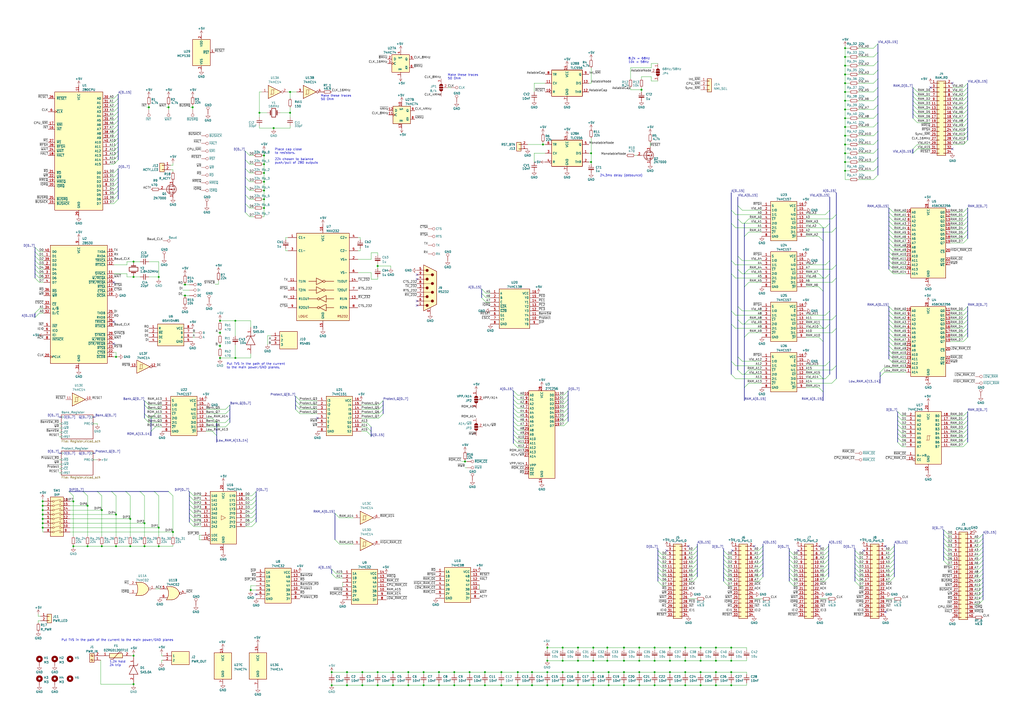
<source format=kicad_sch>
(kicad_sch (version 20230121) (generator eeschema)
  (paper "A2")
  (title_block (title "Z80 Computer Board") (date "2025-06-03") (rev "2") (comment 1 "64kB RAM, 32kB ROM") (comment 2 "Z80 & ESCC (8MHz)"))
  (lib_symbols
    (symbol "0ZRG0120FF1E:0ZRG0120FF1E" (pin_names hide)
      (property "Reference" "F" (at 13.97 6.35 0))
      (property "Value" "0ZRG0120FF1E" (at 13.97 3.81 0))
      (symbol "0ZRG0120FF1E_1_1"
        (pin passive line (at 0 0 0) (length 5.08) (name "1") (number "1"))
        (pin passive line (at 17.78 0 180) (length 5.08) (name "2") (number "2"))
      )
    )
    (symbol "691313510002:691313510002"
      (property "Reference" "J" (at 16.51 7.62 0))
      (property "Value" "691313510002" (at 16.51 5.08 0))
      (symbol "691313510002_1_1"
        (pin passive line (at 0 0 0) (length 5.08) (name "1") (number "1"))
        (pin passive line (at 0 -2.54 0) (length 5.08) (name "2") (number "2"))
      )
    )
    (symbol "691313510003:691313510003"
      (property "Reference" "J" (at 16.51 7.62 0))
      (property "Value" "691313510003" (at 16.51 5.08 0))
      (symbol "691313510003_1_1"
        (pin passive line (at 0 0 0) (length 5.08) (name "1") (number "1"))
        (pin passive line (at 0 -2.54 0) (length 5.08) (name "2") (number "2"))
        (pin passive line (at 0 -5.08 0) (length 5.08) (name "3") (number "3"))
      )
    )
    (symbol "74xx:74HC02" (pin_names (offset 1.016))
      (property "Reference" "U" (at 0 1.27 0))
      (property "Value" "74HC02" (at 0 -1.27 0))
      (symbol "74HC02_1_1"
        (pin output inverted (at 7.62 0 180) (length 3.81) (name "~") (number "1"))
        (pin input line (at -7.62 2.54 0) (length 4.318) (name "~") (number "2"))
        (pin input line (at -7.62 -2.54 0) (length 4.318) (name "~") (number "3"))
      )
      (symbol "74HC02_1_2"
        (pin output line (at 7.62 0 180) (length 3.81) (name "~") (number "1"))
        (pin input inverted (at -7.62 2.54 0) (length 3.81) (name "~") (number "2"))
        (pin input inverted (at -7.62 -2.54 0) (length 3.81) (name "~") (number "3"))
      )
      (symbol "74HC02_2_1"
        (pin output inverted (at 7.62 0 180) (length 3.81) (name "~") (number "4"))
        (pin input line (at -7.62 2.54 0) (length 4.318) (name "~") (number "5"))
        (pin input line (at -7.62 -2.54 0) (length 4.318) (name "~") (number "6"))
      )
      (symbol "74HC02_2_2"
        (pin output line (at 7.62 0 180) (length 3.81) (name "~") (number "4"))
        (pin input inverted (at -7.62 2.54 0) (length 3.81) (name "~") (number "5"))
        (pin input inverted (at -7.62 -2.54 0) (length 3.81) (name "~") (number "6"))
      )
      (symbol "74HC02_3_1"
        (pin output inverted (at 7.62 0 180) (length 3.81) (name "~") (number "10"))
        (pin input line (at -7.62 2.54 0) (length 4.318) (name "~") (number "8"))
        (pin input line (at -7.62 -2.54 0) (length 4.318) (name "~") (number "9"))
      )
      (symbol "74HC02_3_2"
        (pin output line (at 7.62 0 180) (length 3.81) (name "~") (number "10"))
        (pin input inverted (at -7.62 2.54 0) (length 3.81) (name "~") (number "8"))
        (pin input inverted (at -7.62 -2.54 0) (length 3.81) (name "~") (number "9"))
      )
      (symbol "74HC02_4_1"
        (pin input line (at -7.62 2.54 0) (length 4.318) (name "~") (number "11"))
        (pin input line (at -7.62 -2.54 0) (length 4.318) (name "~") (number "12"))
        (pin output inverted (at 7.62 0 180) (length 3.81) (name "~") (number "13"))
      )
      (symbol "74HC02_4_2"
        (pin input inverted (at -7.62 2.54 0) (length 3.81) (name "~") (number "11"))
        (pin input inverted (at -7.62 -2.54 0) (length 3.81) (name "~") (number "12"))
        (pin output line (at 7.62 0 180) (length 3.81) (name "~") (number "13"))
      )
      (symbol "74HC02_5_0"
        (pin power_in line (at 0 12.7 270) (length 5.08) (name "VCC") (number "14"))
        (pin power_in line (at 0 -12.7 90) (length 5.08) (name "GND") (number "7"))
      )
    )
    (symbol "74xx:74HC14" (pin_names (offset 1.016))
      (property "Reference" "U" (at 0 1.27 0))
      (property "Value" "74HC14" (at 0 -1.27 0))
      (symbol "74HC14_1_0"
        (pin input line (at -7.62 0 0) (length 3.81) (name "~") (number "1"))
        (pin output inverted (at 7.62 0 180) (length 3.81) (name "~") (number "2"))
      )
      (symbol "74HC14_2_0"
        (pin input line (at -7.62 0 0) (length 3.81) (name "~") (number "3"))
        (pin output inverted (at 7.62 0 180) (length 3.81) (name "~") (number "4"))
      )
      (symbol "74HC14_3_0"
        (pin input line (at -7.62 0 0) (length 3.81) (name "~") (number "5"))
        (pin output inverted (at 7.62 0 180) (length 3.81) (name "~") (number "6"))
      )
      (symbol "74HC14_4_0"
        (pin output inverted (at 7.62 0 180) (length 3.81) (name "~") (number "8"))
        (pin input line (at -7.62 0 0) (length 3.81) (name "~") (number "9"))
      )
      (symbol "74HC14_5_0"
        (pin output inverted (at 7.62 0 180) (length 3.81) (name "~") (number "10"))
        (pin input line (at -7.62 0 0) (length 3.81) (name "~") (number "11"))
      )
      (symbol "74HC14_6_0"
        (pin output inverted (at 7.62 0 180) (length 3.81) (name "~") (number "12"))
        (pin input line (at -7.62 0 0) (length 3.81) (name "~") (number "13"))
      )
      (symbol "74HC14_7_0"
        (pin power_in line (at 0 12.7 270) (length 5.08) (name "VCC") (number "14"))
        (pin power_in line (at 0 -12.7 90) (length 5.08) (name "GND") (number "7"))
      )
    )
    (symbol "74xx:74HC244"
      (property "Reference" "U" (at -7.62 16.51 0))
      (property "Value" "74HC244" (at -7.62 -16.51 0))
      (symbol "74HC244_1_0"
        (pin input inverted (at -12.7 -10.16 0) (length 5.08) (name "1OE") (number "1"))
        (pin power_in line (at 0 -20.32 90) (length 5.08) (name "GND") (number "10"))
        (pin input line (at -12.7 -5.08 0) (length 5.08) (name "2A3") (number "11"))
        (pin tri_state line (at 12.7 5.08 180) (length 5.08) (name "1Y3") (number "12"))
        (pin input line (at -12.7 -2.54 0) (length 5.08) (name "2A2") (number "13"))
        (pin tri_state line (at 12.7 7.62 180) (length 5.08) (name "1Y2") (number "14"))
        (pin input line (at -12.7 0 0) (length 5.08) (name "2A1") (number "15"))
        (pin tri_state line (at 12.7 10.16 180) (length 5.08) (name "1Y1") (number "16"))
        (pin input line (at -12.7 2.54 0) (length 5.08) (name "2A0") (number "17"))
        (pin tri_state line (at 12.7 12.7 180) (length 5.08) (name "1Y0") (number "18"))
        (pin input inverted (at -12.7 -12.7 0) (length 5.08) (name "2OE") (number "19"))
        (pin input line (at -12.7 12.7 0) (length 5.08) (name "1A0") (number "2"))
        (pin power_in line (at 0 20.32 270) (length 5.08) (name "VCC") (number "20"))
        (pin tri_state line (at 12.7 2.54 180) (length 5.08) (name "2Y0") (number "3"))
        (pin input line (at -12.7 10.16 0) (length 5.08) (name "1A1") (number "4"))
        (pin tri_state line (at 12.7 0 180) (length 5.08) (name "2Y1") (number "5"))
        (pin input line (at -12.7 7.62 0) (length 5.08) (name "1A2") (number "6"))
        (pin tri_state line (at 12.7 -2.54 180) (length 5.08) (name "2Y2") (number "7"))
        (pin input line (at -12.7 5.08 0) (length 5.08) (name "1A3") (number "8"))
        (pin tri_state line (at 12.7 -5.08 180) (length 5.08) (name "2Y3") (number "9"))
      )
    )
    (symbol "74xx:74HC245" (pin_names (offset 1.016))
      (property "Reference" "U" (at -7.62 16.51 0))
      (property "Value" "74HC245" (at -7.62 -16.51 0))
      (symbol "74HC245_1_0"
        (pin input line (at -12.7 -10.16 0) (length 5.08) (name "A->B") (number "1"))
        (pin power_in line (at 0 -20.32 90) (length 5.08) (name "GND") (number "10"))
        (pin tri_state line (at 12.7 -5.08 180) (length 5.08) (name "B7") (number "11"))
        (pin tri_state line (at 12.7 -2.54 180) (length 5.08) (name "B6") (number "12"))
        (pin tri_state line (at 12.7 0 180) (length 5.08) (name "B5") (number "13"))
        (pin tri_state line (at 12.7 2.54 180) (length 5.08) (name "B4") (number "14"))
        (pin tri_state line (at 12.7 5.08 180) (length 5.08) (name "B3") (number "15"))
        (pin tri_state line (at 12.7 7.62 180) (length 5.08) (name "B2") (number "16"))
        (pin tri_state line (at 12.7 10.16 180) (length 5.08) (name "B1") (number "17"))
        (pin tri_state line (at 12.7 12.7 180) (length 5.08) (name "B0") (number "18"))
        (pin input inverted (at -12.7 -12.7 0) (length 5.08) (name "CE") (number "19"))
        (pin tri_state line (at -12.7 12.7 0) (length 5.08) (name "A0") (number "2"))
        (pin power_in line (at 0 20.32 270) (length 5.08) (name "VCC") (number "20"))
        (pin tri_state line (at -12.7 10.16 0) (length 5.08) (name "A1") (number "3"))
        (pin tri_state line (at -12.7 7.62 0) (length 5.08) (name "A2") (number "4"))
        (pin tri_state line (at -12.7 5.08 0) (length 5.08) (name "A3") (number "5"))
        (pin tri_state line (at -12.7 2.54 0) (length 5.08) (name "A4") (number "6"))
        (pin tri_state line (at -12.7 0 0) (length 5.08) (name "A5") (number "7"))
        (pin tri_state line (at -12.7 -2.54 0) (length 5.08) (name "A6") (number "8"))
        (pin tri_state line (at -12.7 -5.08 0) (length 5.08) (name "A7") (number "9"))
      )
    )
    (symbol "74xx:74HC74" (pin_names (offset 1.016))
      (property "Reference" "U" (at -7.62 8.89 0))
      (property "Value" "74HC74" (at -7.62 -8.89 0))
      (symbol "74HC74_1_0"
        (pin input line (at 0 -7.62 90) (length 2.54) (name "~{R}") (number "1"))
        (pin input line (at -7.62 2.54 0) (length 2.54) (name "D") (number "2"))
        (pin input clock (at -7.62 0 0) (length 2.54) (name "C") (number "3"))
        (pin input line (at 0 7.62 270) (length 2.54) (name "~{S}") (number "4"))
        (pin output line (at 7.62 2.54 180) (length 2.54) (name "Q") (number "5"))
        (pin output line (at 7.62 -2.54 180) (length 2.54) (name "~{Q}") (number "6"))
      )
      (symbol "74HC74_2_0"
        (pin input line (at 0 7.62 270) (length 2.54) (name "~{S}") (number "10"))
        (pin input clock (at -7.62 0 0) (length 2.54) (name "C") (number "11"))
        (pin input line (at -7.62 2.54 0) (length 2.54) (name "D") (number "12"))
        (pin input line (at 0 -7.62 90) (length 2.54) (name "~{R}") (number "13"))
        (pin output line (at 7.62 -2.54 180) (length 2.54) (name "~{Q}") (number "8"))
        (pin output line (at 7.62 2.54 180) (length 2.54) (name "Q") (number "9"))
      )
      (symbol "74HC74_3_0"
        (pin power_in line (at 0 10.16 270) (length 2.54) (name "VCC") (number "14"))
        (pin power_in line (at 0 -10.16 90) (length 2.54) (name "GND") (number "7"))
      )
    )
    (symbol "CD74HC151E:CD74HC151E"
      (property "Reference" "IC" (at 21.59 7.62 0))
      (property "Value" "CD74HC151E" (at 21.59 5.08 0))
      (symbol "CD74HC151E_1_1"
        (pin passive line (at 0 0 0) (length 5.08) (name "I3") (number "1"))
        (pin passive line (at 25.4 -15.24 180) (length 5.08) (name "S1") (number "10"))
        (pin passive line (at 25.4 -12.7 180) (length 5.08) (name "S0") (number "11"))
        (pin passive line (at 25.4 -10.16 180) (length 5.08) (name "I7") (number "12"))
        (pin passive line (at 25.4 -7.62 180) (length 5.08) (name "I6") (number "13"))
        (pin passive line (at 25.4 -5.08 180) (length 5.08) (name "I5") (number "14"))
        (pin passive line (at 25.4 -2.54 180) (length 5.08) (name "I4") (number "15"))
        (pin passive line (at 25.4 0 180) (length 5.08) (name "VCC") (number "16"))
        (pin passive line (at 0 -2.54 0) (length 5.08) (name "I2") (number "2"))
        (pin passive line (at 0 -5.08 0) (length 5.08) (name "I1") (number "3"))
        (pin passive line (at 0 -7.62 0) (length 5.08) (name "I0") (number "4"))
        (pin passive line (at 0 -10.16 0) (length 5.08) (name "Y") (number "5"))
        (pin passive line (at 0 -12.7 0) (length 5.08) (name "~{Y}") (number "6"))
        (pin passive line (at 0 -15.24 0) (length 5.08) (name "~{E}") (number "7"))
        (pin passive line (at 0 -17.78 0) (length 5.08) (name "GND") (number "8"))
        (pin passive line (at 25.4 -17.78 180) (length 5.08) (name "S2") (number "9"))
      )
    )
    (symbol "CD74HC157EE4:CD74HC157EE4"
      (property "Reference" "IC" (at 21.59 7.62 0))
      (property "Value" "CD74HC157EE4" (at 21.59 5.08 0))
      (symbol "CD74HC157EE4_1_1"
        (pin passive line (at 0 0 0) (length 5.08) (name "S") (number "1"))
        (pin passive line (at 25.4 -15.24 180) (length 5.08) (name "3I1") (number "10"))
        (pin passive line (at 25.4 -12.7 180) (length 5.08) (name "3I0") (number "11"))
        (pin passive line (at 25.4 -10.16 180) (length 5.08) (name "~{4Y}") (number "12"))
        (pin passive line (at 25.4 -7.62 180) (length 5.08) (name "4I1") (number "13"))
        (pin passive line (at 25.4 -5.08 180) (length 5.08) (name "4I0") (number "14"))
        (pin passive line (at 25.4 -2.54 180) (length 5.08) (name "~{E}") (number "15"))
        (pin passive line (at 25.4 0 180) (length 5.08) (name "VCC") (number "16"))
        (pin passive line (at 0 -2.54 0) (length 5.08) (name "1I0") (number "2"))
        (pin passive line (at 0 -5.08 0) (length 5.08) (name "1I1") (number "3"))
        (pin passive line (at 0 -7.62 0) (length 5.08) (name "~{1Y}") (number "4"))
        (pin passive line (at 0 -10.16 0) (length 5.08) (name "2I0") (number "5"))
        (pin passive line (at 0 -12.7 0) (length 5.08) (name "2I1") (number "6"))
        (pin passive line (at 0 -15.24 0) (length 5.08) (name "~{2Y}") (number "7"))
        (pin passive line (at 0 -17.78 0) (length 5.08) (name "GND") (number "8"))
        (pin passive line (at 25.4 -17.78 180) (length 5.08) (name "~{3Y}") (number "9"))
      )
    )
    (symbol "CD74HC32E:CD74HC32E"
      (property "Reference" "IC" (at 21.59 7.62 0))
      (property "Value" "CD74HC32E" (at 21.59 5.08 0))
      (symbol "CD74HC32E_1_1"
        (pin passive line (at 0 0 0) (length 5.08) (name "1A") (number "1"))
        (pin passive line (at 25.4 -10.16 180) (length 5.08) (name "3B") (number "10"))
        (pin passive line (at 25.4 -7.62 180) (length 5.08) (name "4Y") (number "11"))
        (pin passive line (at 25.4 -5.08 180) (length 5.08) (name "4A") (number "12"))
        (pin passive line (at 25.4 -2.54 180) (length 5.08) (name "4B") (number "13"))
        (pin passive line (at 25.4 0 180) (length 5.08) (name "VCC") (number "14"))
        (pin passive line (at 0 -2.54 0) (length 5.08) (name "1B") (number "2"))
        (pin passive line (at 0 -5.08 0) (length 5.08) (name "1Y") (number "3"))
        (pin passive line (at 0 -7.62 0) (length 5.08) (name "2A") (number "4"))
        (pin passive line (at 0 -10.16 0) (length 5.08) (name "2B") (number "5"))
        (pin passive line (at 0 -12.7 0) (length 5.08) (name "2Y") (number "6"))
        (pin passive line (at 0 -15.24 0) (length 5.08) (name "GND") (number "7"))
        (pin passive line (at 25.4 -15.24 180) (length 5.08) (name "3Y") (number "8"))
        (pin passive line (at 25.4 -12.7 180) (length 5.08) (name "3A") (number "9"))
      )
    )
    (symbol "CPU:Z80CPU" (pin_names (offset 1.016))
      (property "Reference" "U" (at -13.97 35.56 0))
      (property "Value" "Z80CPU" (at 6.35 35.56 0))
      (symbol "Z80CPU_1_1"
        (pin output line (at 17.78 2.54 180) (length 3.81) (name "A11") (number "1"))
        (pin bidirectional line (at 17.78 -27.94 180) (length 3.81) (name "D6") (number "10"))
        (pin power_in line (at 0 38.1 270) (length 3.81) (name "VCC") (number "11"))
        (pin bidirectional line (at 17.78 -17.78 180) (length 3.81) (name "D2") (number "12"))
        (pin bidirectional line (at 17.78 -30.48 180) (length 3.81) (name "D7") (number "13"))
        (pin bidirectional line (at 17.78 -12.7 180) (length 3.81) (name "D0") (number "14"))
        (pin bidirectional line (at 17.78 -15.24 180) (length 3.81) (name "D1") (number "15"))
        (pin input line (at -17.78 12.7 0) (length 3.81) (name "~{INT}") (number "16"))
        (pin input line (at -17.78 15.24 0) (length 3.81) (name "~{NMI}") (number "17"))
        (pin output line (at -17.78 -2.54 0) (length 3.81) (name "~{HALT}") (number "18"))
        (pin output line (at -17.78 -17.78 0) (length 3.81) (name "~{MREQ}") (number "19"))
        (pin output line (at 17.78 0 180) (length 3.81) (name "A12") (number "2"))
        (pin output line (at -17.78 -20.32 0) (length 3.81) (name "~{IORQ}") (number "20"))
        (pin output line (at -17.78 -12.7 0) (length 3.81) (name "~{RD}") (number "21"))
        (pin output line (at -17.78 -15.24 0) (length 3.81) (name "~{WR}") (number "22"))
        (pin output line (at -17.78 -30.48 0) (length 3.81) (name "~{BUSACK}") (number "23"))
        (pin input line (at -17.78 0 0) (length 3.81) (name "~{WAIT}") (number "24"))
        (pin input line (at -17.78 -27.94 0) (length 3.81) (name "~{BUSRQ}") (number "25"))
        (pin input line (at -17.78 30.48 0) (length 3.81) (name "~{RESET}") (number "26"))
        (pin output line (at -17.78 5.08 0) (length 3.81) (name "~{M1}") (number "27"))
        (pin output line (at -17.78 2.54 0) (length 3.81) (name "~{RFSH}") (number "28"))
        (pin power_in line (at 0 -38.1 90) (length 3.81) (name "GND") (number "29"))
        (pin output line (at 17.78 -2.54 180) (length 3.81) (name "A13") (number "3"))
        (pin output line (at 17.78 30.48 180) (length 3.81) (name "A0") (number "30"))
        (pin output line (at 17.78 27.94 180) (length 3.81) (name "A1") (number "31"))
        (pin output line (at 17.78 25.4 180) (length 3.81) (name "A2") (number "32"))
        (pin output line (at 17.78 22.86 180) (length 3.81) (name "A3") (number "33"))
        (pin output line (at 17.78 20.32 180) (length 3.81) (name "A4") (number "34"))
        (pin output line (at 17.78 17.78 180) (length 3.81) (name "A5") (number "35"))
        (pin output line (at 17.78 15.24 180) (length 3.81) (name "A6") (number "36"))
        (pin output line (at 17.78 12.7 180) (length 3.81) (name "A7") (number "37"))
        (pin output line (at 17.78 10.16 180) (length 3.81) (name "A8") (number "38"))
        (pin output line (at 17.78 7.62 180) (length 3.81) (name "A9") (number "39"))
        (pin output line (at 17.78 -5.08 180) (length 3.81) (name "A14") (number "4"))
        (pin output line (at 17.78 5.08 180) (length 3.81) (name "A10") (number "40"))
        (pin output line (at 17.78 -7.62 180) (length 3.81) (name "A15") (number "5"))
        (pin input clock (at -17.78 22.86 0) (length 3.81) (name "~{CLK}") (number "6"))
        (pin bidirectional line (at 17.78 -22.86 180) (length 3.81) (name "D4") (number "7"))
        (pin bidirectional line (at 17.78 -20.32 180) (length 3.81) (name "D3") (number "8"))
        (pin bidirectional line (at 17.78 -25.4 180) (length 3.81) (name "D5") (number "9"))
      )
    )
    (symbol "Computer Board Fixed-rescue:DB9_Male_MountingHoles-Connector" (pin_names (offset 1.016) hide)
      (property "Reference" "J" (at 0 16.51 0))
      (property "Value" "Connector_DB9_Male_MountingHoles" (at 0 14.605 0))
      (symbol "DB9_Male_MountingHoles-Connector_1_1"
        (pin passive line (at 0 -15.24 90) (length 3.81) (name "PAD") (number "0"))
        (pin passive line (at -7.62 -10.16 0) (length 3.81) (name "1") (number "1"))
        (pin passive line (at -7.62 -5.08 0) (length 3.81) (name "2") (number "2"))
        (pin passive line (at -7.62 0 0) (length 3.81) (name "3") (number "3"))
        (pin passive line (at -7.62 5.08 0) (length 3.81) (name "4") (number "4"))
        (pin passive line (at -7.62 10.16 0) (length 3.81) (name "5") (number "5"))
        (pin passive line (at -7.62 -7.62 0) (length 3.81) (name "6") (number "6"))
        (pin passive line (at -7.62 -2.54 0) (length 3.81) (name "7") (number "7"))
        (pin passive line (at -7.62 2.54 0) (length 3.81) (name "8") (number "8"))
        (pin passive line (at -7.62 7.62 0) (length 3.81) (name "9") (number "9"))
      )
    )
    (symbol "Connector:Screw_Terminal_01x02" (pin_names (offset 1.016) hide)
      (property "Reference" "J" (at 0 2.54 0))
      (property "Value" "Screw_Terminal_01x02" (at 0 -5.08 0))
      (symbol "Screw_Terminal_01x02_1_1"
        (pin passive line (at -5.08 0 0) (length 3.81) (name "Pin_1") (number "1"))
        (pin passive line (at -5.08 -2.54 0) (length 3.81) (name "Pin_2") (number "2"))
      )
    )
    (symbol "Connector:TestPoint" (pin_numbers hide) (pin_names (offset 0.762) hide)
      (property "Reference" "TP" (at 0 6.858 0))
      (property "Value" "TestPoint" (at 0 5.08 0))
      (symbol "TestPoint_1_1"
        (pin passive line (at 0 0 90) (length 2.54) (name "1") (number "1"))
      )
    )
    (symbol "Connector_Generic:Conn_01x02" (pin_names (offset 1.016) hide)
      (property "Reference" "J" (at 0 2.54 0))
      (property "Value" "Conn_01x02" (at 0 -5.08 0))
      (symbol "Conn_01x02_1_1"
        (pin passive line (at -5.08 0 0) (length 3.81) (name "Pin_1") (number "1"))
        (pin passive line (at -5.08 -2.54 0) (length 3.81) (name "Pin_2") (number "2"))
      )
    )
    (symbol "Connector_Generic:Conn_01x03" (pin_names (offset 1.016) hide)
      (property "Reference" "J" (at 0 5.08 0))
      (property "Value" "Conn_01x03" (at 0 -5.08 0))
      (symbol "Conn_01x03_1_1"
        (pin passive line (at -5.08 2.54 0) (length 3.81) (name "Pin_1") (number "1"))
        (pin passive line (at -5.08 0 0) (length 3.81) (name "Pin_2") (number "2"))
        (pin passive line (at -5.08 -2.54 0) (length 3.81) (name "Pin_3") (number "3"))
      )
    )
    (symbol "Connector_Generic:Conn_02x17_Odd_Even" (pin_names (offset 1.016) hide)
      (property "Reference" "J" (at 1.27 22.86 0))
      (property "Value" "Conn_02x17_Odd_Even" (at 1.27 -22.86 0))
      (symbol "Conn_02x17_Odd_Even_1_1"
        (pin passive line (at -5.08 20.32 0) (length 3.81) (name "Pin_1") (number "1"))
        (pin passive line (at 7.62 10.16 180) (length 3.81) (name "Pin_10") (number "10"))
        (pin passive line (at -5.08 7.62 0) (length 3.81) (name "Pin_11") (number "11"))
        (pin passive line (at 7.62 7.62 180) (length 3.81) (name "Pin_12") (number "12"))
        (pin passive line (at -5.08 5.08 0) (length 3.81) (name "Pin_13") (number "13"))
        (pin passive line (at 7.62 5.08 180) (length 3.81) (name "Pin_14") (number "14"))
        (pin passive line (at -5.08 2.54 0) (length 3.81) (name "Pin_15") (number "15"))
        (pin passive line (at 7.62 2.54 180) (length 3.81) (name "Pin_16") (number "16"))
        (pin passive line (at -5.08 0 0) (length 3.81) (name "Pin_17") (number "17"))
        (pin passive line (at 7.62 0 180) (length 3.81) (name "Pin_18") (number "18"))
        (pin passive line (at -5.08 -2.54 0) (length 3.81) (name "Pin_19") (number "19"))
        (pin passive line (at 7.62 20.32 180) (length 3.81) (name "Pin_2") (number "2"))
        (pin passive line (at 7.62 -2.54 180) (length 3.81) (name "Pin_20") (number "20"))
        (pin passive line (at -5.08 -5.08 0) (length 3.81) (name "Pin_21") (number "21"))
        (pin passive line (at 7.62 -5.08 180) (length 3.81) (name "Pin_22") (number "22"))
        (pin passive line (at -5.08 -7.62 0) (length 3.81) (name "Pin_23") (number "23"))
        (pin passive line (at 7.62 -7.62 180) (length 3.81) (name "Pin_24") (number "24"))
        (pin passive line (at -5.08 -10.16 0) (length 3.81) (name "Pin_25") (number "25"))
        (pin passive line (at 7.62 -10.16 180) (length 3.81) (name "Pin_26") (number "26"))
        (pin passive line (at -5.08 -12.7 0) (length 3.81) (name "Pin_27") (number "27"))
        (pin passive line (at 7.62 -12.7 180) (length 3.81) (name "Pin_28") (number "28"))
        (pin passive line (at -5.08 -15.24 0) (length 3.81) (name "Pin_29") (number "29"))
        (pin passive line (at -5.08 17.78 0) (length 3.81) (name "Pin_3") (number "3"))
        (pin passive line (at 7.62 -15.24 180) (length 3.81) (name "Pin_30") (number "30"))
        (pin passive line (at -5.08 -17.78 0) (length 3.81) (name "Pin_31") (number "31"))
        (pin passive line (at 7.62 -17.78 180) (length 3.81) (name "Pin_32") (number "32"))
        (pin passive line (at -5.08 -20.32 0) (length 3.81) (name "Pin_33") (number "33"))
        (pin passive line (at 7.62 -20.32 180) (length 3.81) (name "Pin_34") (number "34"))
        (pin passive line (at 7.62 17.78 180) (length 3.81) (name "Pin_4") (number "4"))
        (pin passive line (at -5.08 15.24 0) (length 3.81) (name "Pin_5") (number "5"))
        (pin passive line (at 7.62 15.24 180) (length 3.81) (name "Pin_6") (number "6"))
        (pin passive line (at -5.08 12.7 0) (length 3.81) (name "Pin_7") (number "7"))
        (pin passive line (at 7.62 12.7 180) (length 3.81) (name "Pin_8") (number "8"))
        (pin passive line (at -5.08 10.16 0) (length 3.81) (name "Pin_9") (number "9"))
      )
    )
    (symbol "Connector_Generic:Conn_02x20_Odd_Even" (pin_names (offset 1.016) hide)
      (property "Reference" "J" (at 1.27 25.4 0))
      (property "Value" "Conn_02x20_Odd_Even" (at 1.27 -27.94 0))
      (symbol "Conn_02x20_Odd_Even_1_1"
        (pin passive line (at -5.08 22.86 0) (length 3.81) (name "Pin_1") (number "1"))
        (pin passive line (at 7.62 12.7 180) (length 3.81) (name "Pin_10") (number "10"))
        (pin passive line (at -5.08 10.16 0) (length 3.81) (name "Pin_11") (number "11"))
        (pin passive line (at 7.62 10.16 180) (length 3.81) (name "Pin_12") (number "12"))
        (pin passive line (at -5.08 7.62 0) (length 3.81) (name "Pin_13") (number "13"))
        (pin passive line (at 7.62 7.62 180) (length 3.81) (name "Pin_14") (number "14"))
        (pin passive line (at -5.08 5.08 0) (length 3.81) (name "Pin_15") (number "15"))
        (pin passive line (at 7.62 5.08 180) (length 3.81) (name "Pin_16") (number "16"))
        (pin passive line (at -5.08 2.54 0) (length 3.81) (name "Pin_17") (number "17"))
        (pin passive line (at 7.62 2.54 180) (length 3.81) (name "Pin_18") (number "18"))
        (pin passive line (at -5.08 0 0) (length 3.81) (name "Pin_19") (number "19"))
        (pin passive line (at 7.62 22.86 180) (length 3.81) (name "Pin_2") (number "2"))
        (pin passive line (at 7.62 0 180) (length 3.81) (name "Pin_20") (number "20"))
        (pin passive line (at -5.08 -2.54 0) (length 3.81) (name "Pin_21") (number "21"))
        (pin passive line (at 7.62 -2.54 180) (length 3.81) (name "Pin_22") (number "22"))
        (pin passive line (at -5.08 -5.08 0) (length 3.81) (name "Pin_23") (number "23"))
        (pin passive line (at 7.62 -5.08 180) (length 3.81) (name "Pin_24") (number "24"))
        (pin passive line (at -5.08 -7.62 0) (length 3.81) (name "Pin_25") (number "25"))
        (pin passive line (at 7.62 -7.62 180) (length 3.81) (name "Pin_26") (number "26"))
        (pin passive line (at -5.08 -10.16 0) (length 3.81) (name "Pin_27") (number "27"))
        (pin passive line (at 7.62 -10.16 180) (length 3.81) (name "Pin_28") (number "28"))
        (pin passive line (at -5.08 -12.7 0) (length 3.81) (name "Pin_29") (number "29"))
        (pin passive line (at -5.08 20.32 0) (length 3.81) (name "Pin_3") (number "3"))
        (pin passive line (at 7.62 -12.7 180) (length 3.81) (name "Pin_30") (number "30"))
        (pin passive line (at -5.08 -15.24 0) (length 3.81) (name "Pin_31") (number "31"))
        (pin passive line (at 7.62 -15.24 180) (length 3.81) (name "Pin_32") (number "32"))
        (pin passive line (at -5.08 -17.78 0) (length 3.81) (name "Pin_33") (number "33"))
        (pin passive line (at 7.62 -17.78 180) (length 3.81) (name "Pin_34") (number "34"))
        (pin passive line (at -5.08 -20.32 0) (length 3.81) (name "Pin_35") (number "35"))
        (pin passive line (at 7.62 -20.32 180) (length 3.81) (name "Pin_36") (number "36"))
        (pin passive line (at -5.08 -22.86 0) (length 3.81) (name "Pin_37") (number "37"))
        (pin passive line (at 7.62 -22.86 180) (length 3.81) (name "Pin_38") (number "38"))
        (pin passive line (at -5.08 -25.4 0) (length 3.81) (name "Pin_39") (number "39"))
        (pin passive line (at 7.62 20.32 180) (length 3.81) (name "Pin_4") (number "4"))
        (pin passive line (at 7.62 -25.4 180) (length 3.81) (name "Pin_40") (number "40"))
        (pin passive line (at -5.08 17.78 0) (length 3.81) (name "Pin_5") (number "5"))
        (pin passive line (at 7.62 17.78 180) (length 3.81) (name "Pin_6") (number "6"))
        (pin passive line (at -5.08 15.24 0) (length 3.81) (name "Pin_7") (number "7"))
        (pin passive line (at 7.62 15.24 180) (length 3.81) (name "Pin_8") (number "8"))
        (pin passive line (at -5.08 12.7 0) (length 3.81) (name "Pin_9") (number "9"))
      )
    )
    (symbol "Device:C_Polarized_Small" (pin_numbers hide) (pin_names (offset 0.254) hide)
      (property "Reference" "C" (at 0.254 1.778 0))
      (property "Value" "C_Polarized_Small" (at 0.254 -2.032 0))
      (symbol "C_Polarized_Small_1_1"
        (pin passive line (at 0 2.54 270) (length 1.8542) (name "~") (number "1"))
        (pin passive line (at 0 -2.54 90) (length 1.8542) (name "~") (number "2"))
      )
    )
    (symbol "Device:C_Small" (pin_numbers hide) (pin_names (offset 0.254) hide)
      (property "Reference" "C" (at 0.254 1.778 0))
      (property "Value" "C_Small" (at 0.254 -2.032 0))
      (symbol "C_Small_1_1"
        (pin passive line (at 0 2.54 270) (length 2.032) (name "~") (number "1"))
        (pin passive line (at 0 -2.54 90) (length 2.032) (name "~") (number "2"))
      )
    )
    (symbol "Device:Crystal" (pin_numbers hide) (pin_names (offset 1.016) hide)
      (property "Reference" "Y" (at 0 3.81 0))
      (property "Value" "Crystal" (at 0 -3.81 0))
      (symbol "Crystal_1_1"
        (pin passive line (at -3.81 0 0) (length 1.27) (name "1") (number "1"))
        (pin passive line (at 3.81 0 180) (length 1.27) (name "2") (number "2"))
      )
    )
    (symbol "Device:R_Small" (pin_numbers hide) (pin_names (offset 0.254) hide)
      (property "Reference" "R" (at 0.762 0.508 0))
      (property "Value" "R_Small" (at 0.762 -1.016 0))
      (symbol "R_Small_1_1"
        (pin passive line (at 0 2.54 270) (length 0.762) (name "~") (number "1"))
        (pin passive line (at 0 -2.54 90) (length 0.762) (name "~") (number "2"))
      )
    )
    (symbol "Interface_UART:MAX232" (pin_names (offset 1.016))
      (property "Reference" "U" (at -2.54 28.575 0))
      (property "Value" "MAX232" (at -2.54 26.67 0))
      (symbol "MAX232_0_0"
        (text "LOGIC" (at -11.43 -22.86 0) (effects (font (size 1.27 1.27))))
        (text "RS232" (at 11.43 -22.86 0) (effects (font (size 1.27 1.27))))
      )
      (symbol "MAX232_1_1"
        (pin passive line (at -20.32 22.86 0) (length 5.08) (name "C1+") (number "1"))
        (pin input line (at -20.32 -7.62 0) (length 5.08) (name "T2IN") (number "10"))
        (pin input line (at -20.32 -2.54 0) (length 5.08) (name "T1IN") (number "11"))
        (pin output line (at -20.32 -12.7 0) (length 5.08) (name "R1OUT") (number "12"))
        (pin input line (at 20.32 -12.7 180) (length 5.08) (name "R1IN") (number "13"))
        (pin output line (at 20.32 -2.54 180) (length 5.08) (name "T1OUT") (number "14"))
        (pin power_in line (at 0 -30.48 90) (length 5.08) (name "GND") (number "15"))
        (pin power_in line (at 0 30.48 270) (length 5.08) (name "VCC") (number "16"))
        (pin power_out line (at 20.32 10.16 180) (length 5.08) (name "VS+") (number "2"))
        (pin passive line (at -20.32 15.24 0) (length 5.08) (name "C1-") (number "3"))
        (pin passive line (at 20.32 22.86 180) (length 5.08) (name "C2+") (number "4"))
        (pin passive line (at 20.32 15.24 180) (length 5.08) (name "C2-") (number "5"))
        (pin power_out line (at 20.32 2.54 180) (length 5.08) (name "VS-") (number "6"))
        (pin output line (at 20.32 -7.62 180) (length 5.08) (name "T2OUT") (number "7"))
        (pin input line (at 20.32 -17.78 180) (length 5.08) (name "R2IN") (number "8"))
        (pin output line (at -20.32 -17.78 0) (length 5.08) (name "R2OUT") (number "9"))
      )
    )
    (symbol "Interface_UART:Z8530" (pin_names (offset 1.016))
      (property "Reference" "U" (at -16.51 35.56 0))
      (property "Value" "Z8530" (at 10.16 35.56 0))
      (symbol "Z8530_1_1"
        (pin input line (at -20.32 27.94 0) (length 3.81) (name "D1") (number "1"))
        (pin output line (at 20.32 15.24 180) (length 3.81) (name "~{W/REQA}") (number "10"))
        (pin bidirectional line (at 20.32 17.78 180) (length 3.81) (name "~{SYNCA}") (number "11"))
        (pin input line (at 20.32 22.86 180) (length 3.81) (name "~{RTXCA}") (number "12"))
        (pin input line (at 20.32 27.94 180) (length 3.81) (name "RXDA") (number "13"))
        (pin bidirectional line (at 20.32 25.4 180) (length 3.81) (name "~{TRXCA}") (number "14"))
        (pin output line (at 20.32 30.48 180) (length 3.81) (name "TXDA") (number "15"))
        (pin output line (at 20.32 12.7 180) (length 3.81) (name "~{DTR/REQA}") (number "16"))
        (pin output line (at 20.32 10.16 180) (length 3.81) (name "~{RTSA}") (number "17"))
        (pin input line (at 20.32 7.62 180) (length 3.81) (name "~{CTSA}") (number "18"))
        (pin input line (at 20.32 5.08 180) (length 3.81) (name "~{DCDA}") (number "19"))
        (pin input line (at -20.32 22.86 0) (length 3.81) (name "D3") (number "2"))
        (pin input clock (at -20.32 -30.48 0) (length 3.81) (name "PCLK") (number "20"))
        (pin input line (at 20.32 -30.48 180) (length 3.81) (name "~{DCDB}") (number "21"))
        (pin input line (at 20.32 -27.94 180) (length 3.81) (name "~{CTSB}") (number "22"))
        (pin output line (at 20.32 -25.4 180) (length 3.81) (name "~{RTSB}") (number "23"))
        (pin output line (at 20.32 -22.86 180) (length 3.81) (name "~{DTR/REQB}") (number "24"))
        (pin output line (at 20.32 -5.08 180) (length 3.81) (name "TXDB") (number "25"))
        (pin bidirectional line (at 20.32 -10.16 180) (length 3.81) (name "~{TRXCB}") (number "26"))
        (pin input line (at 20.32 -7.62 180) (length 3.81) (name "RXDB") (number "27"))
        (pin input line (at 20.32 -12.7 180) (length 3.81) (name "~{RTXCB}") (number "28"))
        (pin bidirectional line (at 20.32 -17.78 180) (length 3.81) (name "~{SYNCB}") (number "29"))
        (pin input line (at -20.32 17.78 0) (length 3.81) (name "D5") (number "3"))
        (pin output line (at 20.32 -20.32 180) (length 3.81) (name "~{W/REQB}") (number "30"))
        (pin power_in line (at 0 -38.1 90) (length 3.81) (name "GND") (number "31"))
        (pin input line (at -20.32 -5.08 0) (length 3.81) (name "D/~{C}") (number "32"))
        (pin input line (at -20.32 0 0) (length 3.81) (name "~{CE}") (number "33"))
        (pin input line (at -20.32 -2.54 0) (length 3.81) (name "A/~{B}") (number "34"))
        (pin input line (at -20.32 5.08 0) (length 3.81) (name "~{WR}") (number "35"))
        (pin input line (at -20.32 7.62 0) (length 3.81) (name "~{RD}") (number "36"))
        (pin input line (at -20.32 15.24 0) (length 3.81) (name "D6") (number "37"))
        (pin input line (at -20.32 20.32 0) (length 3.81) (name "D4") (number "38"))
        (pin input line (at -20.32 25.4 0) (length 3.81) (name "D2") (number "39"))
        (pin input line (at -20.32 12.7 0) (length 3.81) (name "D7") (number "4"))
        (pin input line (at -20.32 30.48 0) (length 3.81) (name "D0") (number "40"))
        (pin open_collector line (at -20.32 -12.7 0) (length 3.81) (name "~{INT}") (number "5"))
        (pin output line (at -20.32 -15.24 0) (length 3.81) (name "IEO") (number "6"))
        (pin input line (at -20.32 -17.78 0) (length 3.81) (name "IEI") (number "7"))
        (pin input line (at -20.32 -20.32 0) (length 3.81) (name "~{INTACK}") (number "8"))
        (pin power_in line (at 0 38.1 270) (length 3.81) (name "VCC") (number "9"))
      )
    )
    (symbol "Jumper:SolderJumper_3_Open" (pin_names (offset 0) hide)
      (property "Reference" "JP" (at -2.54 -2.54 0))
      (property "Value" "SolderJumper_3_Open" (at 0 2.794 0))
      (symbol "SolderJumper_3_Open_1_1"
        (pin passive line (at -5.08 0 0) (length 2.54) (name "A") (number "1"))
        (pin passive line (at 0 -3.81 90) (length 2.54) (name "C") (number "2"))
        (pin passive line (at 5.08 0 180) (length 2.54) (name "B") (number "3"))
      )
    )
    (symbol "Mechanical:MountingHole" (pin_names (offset 1.016))
      (property "Reference" "H" (at 0 5.08 0))
      (property "Value" "MountingHole" (at 0 3.175 0))
    )
    (symbol "Mechanical:MountingHole_Pad" (pin_numbers hide) (pin_names (offset 1.016) hide)
      (property "Reference" "H" (at 0 6.35 0))
      (property "Value" "MountingHole_Pad" (at 0 4.445 0))
      (symbol "MountingHole_Pad_1_1"
        (pin input line (at 0 -2.54 90) (length 2.54) (name "1") (number "1"))
      )
    )
    (symbol "Memory_EPROM:27C256"
      (property "Reference" "U" (at -7.62 26.67 0))
      (property "Value" "27C256" (at 2.54 -26.67 0))
      (symbol "27C256_1_1"
        (pin input line (at -10.16 -17.78 0) (length 2.54) (name "VPP") (number "1"))
        (pin input line (at -10.16 22.86 0) (length 2.54) (name "A0") (number "10"))
        (pin tri_state line (at 10.16 22.86 180) (length 2.54) (name "D0") (number "11"))
        (pin tri_state line (at 10.16 20.32 180) (length 2.54) (name "D1") (number "12"))
        (pin tri_state line (at 10.16 17.78 180) (length 2.54) (name "D2") (number "13"))
        (pin power_in line (at 0 -27.94 90) (length 2.54) (name "GND") (number "14"))
        (pin tri_state line (at 10.16 15.24 180) (length 2.54) (name "D3") (number "15"))
        (pin tri_state line (at 10.16 12.7 180) (length 2.54) (name "D4") (number "16"))
        (pin tri_state line (at 10.16 10.16 180) (length 2.54) (name "D5") (number "17"))
        (pin tri_state line (at 10.16 7.62 180) (length 2.54) (name "D6") (number "18"))
        (pin tri_state line (at 10.16 5.08 180) (length 2.54) (name "D7") (number "19"))
        (pin input line (at -10.16 -7.62 0) (length 2.54) (name "A12") (number "2"))
        (pin input line (at -10.16 -20.32 0) (length 2.54) (name "~{CE}") (number "20"))
        (pin input line (at -10.16 -2.54 0) (length 2.54) (name "A10") (number "21"))
        (pin input line (at -10.16 -22.86 0) (length 2.54) (name "~{OE}") (number "22"))
        (pin input line (at -10.16 -5.08 0) (length 2.54) (name "A11") (number "23"))
        (pin input line (at -10.16 0 0) (length 2.54) (name "A9") (number "24"))
        (pin input line (at -10.16 2.54 0) (length 2.54) (name "A8") (number "25"))
        (pin input line (at -10.16 -10.16 0) (length 2.54) (name "A13") (number "26"))
        (pin input line (at -10.16 -12.7 0) (length 2.54) (name "A14") (number "27"))
        (pin power_in line (at 0 27.94 270) (length 2.54) (name "VCC") (number "28"))
        (pin input line (at -10.16 5.08 0) (length 2.54) (name "A7") (number "3"))
        (pin input line (at -10.16 7.62 0) (length 2.54) (name "A6") (number "4"))
        (pin input line (at -10.16 10.16 0) (length 2.54) (name "A5") (number "5"))
        (pin input line (at -10.16 12.7 0) (length 2.54) (name "A4") (number "6"))
        (pin input line (at -10.16 15.24 0) (length 2.54) (name "A3") (number "7"))
        (pin input line (at -10.16 17.78 0) (length 2.54) (name "A2") (number "8"))
        (pin input line (at -10.16 20.32 0) (length 2.54) (name "A1") (number "9"))
      )
    )
    (symbol "Memory_RAM:KM62256CLP"
      (property "Reference" "U" (at -10.16 20.955 0))
      (property "Value" "KM62256CLP" (at 2.54 20.955 0))
      (symbol "KM62256CLP_0_0"
        (pin power_in line (at 0 -22.86 90) (length 2.54) (name "GND") (number "14"))
        (pin power_in line (at 0 22.86 270) (length 2.54) (name "VCC") (number "28"))
      )
      (symbol "KM62256CLP_1_1"
        (pin input line (at -12.7 -17.78 0) (length 2.54) (name "A14") (number "1"))
        (pin input line (at -12.7 17.78 0) (length 2.54) (name "A0") (number "10"))
        (pin tri_state line (at 12.7 17.78 180) (length 2.54) (name "Q0") (number "11"))
        (pin tri_state line (at 12.7 15.24 180) (length 2.54) (name "Q1") (number "12"))
        (pin tri_state line (at 12.7 12.7 180) (length 2.54) (name "Q2") (number "13"))
        (pin tri_state line (at 12.7 10.16 180) (length 2.54) (name "Q3") (number "15"))
        (pin tri_state line (at 12.7 7.62 180) (length 2.54) (name "Q4") (number "16"))
        (pin tri_state line (at 12.7 5.08 180) (length 2.54) (name "Q5") (number "17"))
        (pin tri_state line (at 12.7 2.54 180) (length 2.54) (name "Q6") (number "18"))
        (pin tri_state line (at 12.7 0 180) (length 2.54) (name "Q7") (number "19"))
        (pin input line (at -12.7 -12.7 0) (length 2.54) (name "A12") (number "2"))
        (pin input line (at 12.7 -5.08 180) (length 2.54) (name "~{CS}") (number "20"))
        (pin input line (at -12.7 -7.62 0) (length 2.54) (name "A10") (number "21"))
        (pin input line (at 12.7 -10.16 180) (length 2.54) (name "~{OE}") (number "22"))
        (pin input line (at -12.7 -10.16 0) (length 2.54) (name "A11") (number "23"))
        (pin input line (at -12.7 -5.08 0) (length 2.54) (name "A9") (number "24"))
        (pin input line (at -12.7 -2.54 0) (length 2.54) (name "A8") (number "25"))
        (pin input line (at -12.7 -15.24 0) (length 2.54) (name "A13") (number "26"))
        (pin input line (at 12.7 -12.7 180) (length 2.54) (name "~{WE}") (number "27"))
        (pin input line (at -12.7 0 0) (length 2.54) (name "A7") (number "3"))
        (pin input line (at -12.7 2.54 0) (length 2.54) (name "A6") (number "4"))
        (pin input line (at -12.7 5.08 0) (length 2.54) (name "A5") (number "5"))
        (pin input line (at -12.7 7.62 0) (length 2.54) (name "A4") (number "6"))
        (pin input line (at -12.7 10.16 0) (length 2.54) (name "A3") (number "7"))
        (pin input line (at -12.7 12.7 0) (length 2.54) (name "A2") (number "8"))
        (pin input line (at -12.7 15.24 0) (length 2.54) (name "A1") (number "9"))
      )
    )
    (symbol "Power_Supervisor:MCP130-xxxDxTO"
      (property "Reference" "U" (at -5.08 8.89 0))
      (property "Value" "MCP130-xxxDxTO" (at 8.89 8.89 0))
      (symbol "MCP130-xxxDxTO_0_1"
        (pin power_in line (at 0 10.16 270) (length 2.54) (name "VDD") (number "2"))
      )
      (symbol "MCP130-xxxDxTO_1_1"
        (pin open_collector line (at 7.62 0 180) (length 2.54) (name "~{RST}") (number "1"))
        (pin power_in line (at 0 -10.16 90) (length 2.54) (name "VSS") (number "3"))
      )
    )
    (symbol "SA5_0A:SA5.0A" (pin_names hide)
      (property "Reference" "D" (at 10.16 8.89 0))
      (property "Value" "SA5.0A" (at 10.16 6.35 0))
      (symbol "SA5.0A_1_1"
        (pin passive line (at 0 0 0) (length 5.08) (name "K") (number "1"))
        (pin passive line (at 15.24 0 180) (length 5.08) (name "A") (number "2"))
      )
    )
    (symbol "SN65HVD485EP:SN65HVD485EP"
      (property "Reference" "IC" (at 21.59 7.62 0))
      (property "Value" "SN65HVD485EP" (at 21.59 5.08 0))
      (symbol "SN65HVD485EP_1_1"
        (pin passive line (at 0 0 0) (length 5.08) (name "R") (number "1"))
        (pin passive line (at 0 -2.54 0) (length 5.08) (name "~{RE}") (number "2"))
        (pin passive line (at 0 -5.08 0) (length 5.08) (name "DE") (number "3"))
        (pin passive line (at 0 -7.62 0) (length 5.08) (name "D") (number "4"))
        (pin passive line (at 25.4 -7.62 180) (length 5.08) (name "GND") (number "5"))
        (pin passive line (at 25.4 -5.08 180) (length 5.08) (name "A") (number "6"))
        (pin passive line (at 25.4 -2.54 180) (length 5.08) (name "B") (number "7"))
        (pin passive line (at 25.4 0 180) (length 5.08) (name "VCC") (number "8"))
      )
    )
    (symbol "SN74HC08AN:SN74HC08AN"
      (property "Reference" "IC" (at 21.59 7.62 0))
      (property "Value" "SN74HC08AN" (at 21.59 5.08 0))
      (symbol "SN74HC08AN_1_1"
        (pin passive line (at 0 0 0) (length 5.08) (name "1A") (number "1"))
        (pin passive line (at 25.4 -10.16 180) (length 5.08) (name "3B") (number "10"))
        (pin passive line (at 25.4 -7.62 180) (length 5.08) (name "4Y") (number "11"))
        (pin passive line (at 25.4 -5.08 180) (length 5.08) (name "4A") (number "12"))
        (pin passive line (at 25.4 -2.54 180) (length 5.08) (name "4B") (number "13"))
        (pin passive line (at 25.4 0 180) (length 5.08) (name "VCC") (number "14"))
        (pin passive line (at 0 -2.54 0) (length 5.08) (name "1B") (number "2"))
        (pin passive line (at 0 -5.08 0) (length 5.08) (name "1Y") (number "3"))
        (pin passive line (at 0 -7.62 0) (length 5.08) (name "2A") (number "4"))
        (pin passive line (at 0 -10.16 0) (length 5.08) (name "2B") (number "5"))
        (pin passive line (at 0 -12.7 0) (length 5.08) (name "2Y") (number "6"))
        (pin passive line (at 0 -15.24 0) (length 5.08) (name "GND") (number "7"))
        (pin passive line (at 25.4 -15.24 180) (length 5.08) (name "3Y") (number "8"))
        (pin passive line (at 25.4 -12.7 180) (length 5.08) (name "3A") (number "9"))
      )
    )
    (symbol "SN74HC138N:SN74HC138N"
      (property "Reference" "IC" (at 24.13 7.62 0))
      (property "Value" "SN74HC138N" (at 24.13 5.08 0))
      (symbol "SN74HC138N_1_1"
        (pin passive line (at 0 0 0) (length 5.08) (name "A") (number "1"))
        (pin passive line (at 27.94 -15.24 180) (length 5.08) (name "Y5") (number "10"))
        (pin passive line (at 27.94 -12.7 180) (length 5.08) (name "Y4") (number "11"))
        (pin passive line (at 27.94 -10.16 180) (length 5.08) (name "Y3") (number "12"))
        (pin passive line (at 27.94 -7.62 180) (length 5.08) (name "Y2") (number "13"))
        (pin passive line (at 27.94 -5.08 180) (length 5.08) (name "Y1") (number "14"))
        (pin passive line (at 27.94 -2.54 180) (length 5.08) (name "Y0") (number "15"))
        (pin passive line (at 27.94 0 180) (length 5.08) (name "VCC") (number "16"))
        (pin passive line (at 0 -2.54 0) (length 5.08) (name "B") (number "2"))
        (pin passive line (at 0 -5.08 0) (length 5.08) (name "C") (number "3"))
        (pin passive line (at 0 -7.62 0) (length 5.08) (name "~{G2A}") (number "4"))
        (pin passive line (at 0 -10.16 0) (length 5.08) (name "~{G2B}") (number "5"))
        (pin passive line (at 0 -12.7 0) (length 5.08) (name "G1") (number "6"))
        (pin passive line (at 0 -15.24 0) (length 5.08) (name "Y7") (number "7"))
        (pin passive line (at 0 -17.78 0) (length 5.08) (name "GND") (number "8"))
        (pin passive line (at 27.94 -17.78 180) (length 5.08) (name "Y6") (number "9"))
      )
    )
    (symbol "Switch:SW_DIP_x08" (pin_names (offset 0) hide)
      (property "Reference" "SW" (at 0 13.97 0))
      (property "Value" "SW_DIP_x08" (at 0 -11.43 0))
      (symbol "SW_DIP_x08_1_1"
        (pin passive line (at -7.62 10.16 0) (length 5.08) (name "~") (number "1"))
        (pin passive line (at 7.62 -5.08 180) (length 5.08) (name "~") (number "10"))
        (pin passive line (at 7.62 -2.54 180) (length 5.08) (name "~") (number "11"))
        (pin passive line (at 7.62 0 180) (length 5.08) (name "~") (number "12"))
        (pin passive line (at 7.62 2.54 180) (length 5.08) (name "~") (number "13"))
        (pin passive line (at 7.62 5.08 180) (length 5.08) (name "~") (number "14"))
        (pin passive line (at 7.62 7.62 180) (length 5.08) (name "~") (number "15"))
        (pin passive line (at 7.62 10.16 180) (length 5.08) (name "~") (number "16"))
        (pin passive line (at -7.62 7.62 0) (length 5.08) (name "~") (number "2"))
        (pin passive line (at -7.62 5.08 0) (length 5.08) (name "~") (number "3"))
        (pin passive line (at -7.62 2.54 0) (length 5.08) (name "~") (number "4"))
        (pin passive line (at -7.62 0 0) (length 5.08) (name "~") (number "5"))
        (pin passive line (at -7.62 -2.54 0) (length 5.08) (name "~") (number "6"))
        (pin passive line (at -7.62 -5.08 0) (length 5.08) (name "~") (number "7"))
        (pin passive line (at -7.62 -7.62 0) (length 5.08) (name "~") (number "8"))
        (pin passive line (at 7.62 -7.62 180) (length 5.08) (name "~") (number "9"))
      )
    )
    (symbol "Timer:NE556"
      (property "Reference" "U" (at -10.16 8.89 0))
      (property "Value" "NE556" (at -10.16 -8.89 0))
      (symbol "NE556_0_0"
        (pin power_in line (at 0 10.16 270) (length 2.54) (name "VCC") (number "14"))
        (pin power_in line (at 0 -10.16 90) (length 2.54) (name "GND") (number "7"))
      )
      (symbol "NE556_1_1"
        (pin input line (at 12.7 0 180) (length 3.81) (name "DIS") (number "1"))
        (pin input line (at 12.7 -5.08 180) (length 3.81) (name "THR") (number "2"))
        (pin input line (at -12.7 0 0) (length 3.81) (name "CV") (number "3"))
        (pin input inverted (at -12.7 -5.08 0) (length 3.81) (name "R") (number "4"))
        (pin output line (at 12.7 5.08 180) (length 3.81) (name "Q") (number "5"))
        (pin input line (at -12.7 5.08 0) (length 3.81) (name "TR") (number "6"))
      )
      (symbol "NE556_2_1"
        (pin input inverted (at -12.7 -5.08 0) (length 3.81) (name "R") (number "10"))
        (pin input line (at -12.7 0 0) (length 3.81) (name "CV") (number "11"))
        (pin input line (at 12.7 -5.08 180) (length 3.81) (name "THR") (number "12"))
        (pin input line (at 12.7 0 180) (length 3.81) (name "DIS") (number "13"))
        (pin input line (at -12.7 5.08 0) (length 3.81) (name "TR") (number "8"))
        (pin output line (at 12.7 5.08 180) (length 3.81) (name "Q") (number "9"))
      )
    )
    (symbol "Transistor_FET:2N7000" (pin_names hide)
      (property "Reference" "Q" (at 5.08 1.905 0))
      (property "Value" "2N7000" (at 5.08 0 0))
      (symbol "2N7000_1_1"
        (pin passive line (at 2.54 -5.08 90) (length 2.54) (name "S") (number "1"))
        (pin input line (at -5.08 0 0) (length 2.54) (name "G") (number "2"))
        (pin passive line (at 2.54 5.08 270) (length 2.54) (name "D") (number "3"))
      )
    )
    (symbol "power:+5V" (power) (pin_names (offset 0))
      (property "Value" "+5V" (at 0 3.556 0))
      (symbol "+5V_1_1"
        (pin power_in line (at 0 0 90) (length 0) hide (name "+5V") (number "1"))
      )
    )
    (symbol "power:GND" (power) (pin_names (offset 0))
      (property "Value" "GND" (at 0 -3.81 0))
      (symbol "GND_1_1"
        (pin power_in line (at 0 0 270) (length 0) hide (name "GND") (number "1"))
      )
    )
  )
  (junction (at 127.635 200.66))
  (junction (at 388.62 389.89))
  (junction (at 136.525 207.645))
  (junction (at 352.298 383.286))
  (junction (at 150.495 65.405))
  (junction (at 397.51 383.286))
  (junction (at 361.95 389.89))
  (junction (at 50.8 293.37))
  (junction (at 388.62 397.51))
  (junction (at 490.22 43.18))
  (junction (at 415.29 375.666))
  (junction (at 153.162 105.41))
  (junction (at 490.22 48.26))
  (junction (at 153.162 95.25))
  (junction (at 352.298 375.666))
  (junction (at 77.47 160.655))
  (junction (at 388.62 375.666))
  (junction (at 406.4 375.666))
  (junction (at 326.39 375.666))
  (junction (at 272.415 389.89))
  (junction (at 490.22 68.58))
  (junction (at 168.275 53.34))
  (junction (at 227.965 389.89))
  (junction (at 281.305 389.89))
  (junction (at 424.18 389.89))
  (junction (at 379.73 383.286))
  (junction (at 300.355 397.51))
  (junction (at 236.855 397.51))
  (junction (at 335.28 375.666))
  (junction (at 92.075 306.07))
  (junction (at 415.29 397.51))
  (junction (at 83.82 303.53))
  (junction (at 210.185 397.51))
  (junction (at 490.22 33.02))
  (junction (at 490.22 78.74))
  (junction (at 344.17 383.286))
  (junction (at 300.355 389.89))
  (junction (at 97.79 62.23))
  (junction (at 59.055 316.865))
  (junction (at 317.5 375.666))
  (junction (at 415.29 383.286))
  (junction (at 92.075 316.865))
  (junction (at 153.162 100.33))
  (junction (at 370.84 383.286))
  (junction (at 353.06 389.89))
  (junction (at 290.83 389.89))
  (junction (at 92.075 160.655))
  (junction (at 254.635 389.89))
  (junction (at 490.22 53.34))
  (junction (at 269.748 267.716))
  (junction (at 153.162 110.49))
  (junction (at 424.18 397.51))
  (junction (at 219.075 154.305))
  (junction (at 335.28 389.89))
  (junction (at 153.162 90.17))
  (junction (at 342.9 93.98))
  (junction (at 490.22 93.98))
  (junction (at 50.8 316.865))
  (junction (at 415.29 389.89))
  (junction (at 75.565 316.865))
  (junction (at 153.162 115.57))
  (junction (at 145.415 342.265))
  (junction (at 370.84 389.89))
  (junction (at 136.525 186.055))
  (junction (at 107.315 171.45))
  (junction (at 24.765 298.45))
  (junction (at 111.76 62.23))
  (junction (at 397.51 389.89))
  (junction (at 24.765 300.99))
  (junction (at 67.31 316.865))
  (junction (at 254.635 397.51))
  (junction (at 344.17 397.51))
  (junction (at 290.83 397.51))
  (junction (at 388.62 383.286))
  (junction (at 326.39 383.286))
  (junction (at 75.565 300.99))
  (junction (at 86.36 62.23))
  (junction (at 83.82 316.865))
  (junction (at 314.96 83.82))
  (junction (at 397.51 375.666))
  (junction (at 24.765 293.37))
  (junction (at 361.95 383.286))
  (junction (at 370.84 375.666))
  (junction (at 490.22 58.42))
  (junction (at 201.295 397.51))
  (junction (at 168.275 65.405))
  (junction (at 67.31 298.45))
  (junction (at 77.47 396.875))
  (junction (at 236.855 389.89))
  (junction (at 127.635 186.055))
  (junction (at 24.765 306.07))
  (junction (at 67.31 207.01))
  (junction (at 490.22 27.94))
  (junction (at 42.545 290.83))
  (junction (at 127.635 207.645))
  (junction (at 210.185 389.89))
  (junction (at 326.39 397.51))
  (junction (at 219.075 397.51))
  (junction (at 490.22 99.06))
  (junction (at 335.28 397.51))
  (junction (at 107.315 165.1))
  (junction (at 308.61 397.51))
  (junction (at 370.84 397.51))
  (junction (at 192.405 389.89))
  (junction (at 490.22 73.66))
  (junction (at 490.22 63.5))
  (junction (at 406.4 383.286))
  (junction (at 158.75 74.295))
  (junction (at 127.635 193.04))
  (junction (at 153.162 120.65))
  (junction (at 263.525 389.89))
  (junction (at 42.545 316.865))
  (junction (at 490.22 83.82))
  (junction (at 272.415 397.51))
  (junction (at 263.525 397.51))
  (junction (at 397.51 397.51))
  (junction (at 317.5 389.89))
  (junction (at 406.4 397.51))
  (junction (at 192.405 397.51))
  (junction (at 490.22 88.9))
  (junction (at 100.33 308.61))
  (junction (at 372.11 52.07))
  (junction (at 490.22 38.1))
  (junction (at 379.73 389.89))
  (junction (at 353.06 397.51))
  (junction (at 201.295 389.89))
  (junction (at 245.745 389.89))
  (junction (at 24.765 290.83))
  (junction (at 245.745 397.51))
  (junction (at 326.39 389.89))
  (junction (at 308.61 389.89))
  (junction (at 77.47 380.365))
  (junction (at 361.95 397.51))
  (junction (at 424.18 375.666))
  (junction (at 424.18 383.286))
  (junction (at 24.765 303.53))
  (junction (at 344.17 375.666))
  (junction (at 317.5 397.51))
  (junction (at 379.73 375.666))
  (junction (at 335.28 383.286))
  (junction (at 344.17 389.89))
  (junction (at 281.305 397.51))
  (junction (at 379.73 397.51))
  (junction (at 227.965 397.51))
  (junction (at 317.5 383.286))
  (junction (at 219.075 389.89))
  (junction (at 24.765 295.91))
  (junction (at 342.9 88.9))
  (junction (at 77.47 151.765))
  (junction (at 361.95 375.666))
  (junction (at 59.055 295.91))
  (junction (at 406.4 389.89))
  (no_connect (at 399.415 316.865))
  (no_connect (at 148.59 344.805))
  (no_connect (at 241.935 161.925))
  (no_connect (at 475.615 316.865))
  (no_connect (at 184.15 242.57))
  (no_connect (at 66.04 199.39))
  (no_connect (at 513.715 316.865))
  (no_connect (at 241.935 177.165))
  (no_connect (at 241.935 159.385))
  (no_connect (at 501.015 319.405))
  (no_connect (at 552.45 48.26))
  (no_connect (at 552.45 86.36))
  (no_connect (at 424.815 319.405))
  (no_connect (at 462.915 319.405))
  (no_connect (at 241.935 174.625))
  (no_connect (at 539.75 50.8))
  (no_connect (at 513.715 354.965))
  (no_connect (at 437.515 316.865))
  (no_connect (at 386.715 319.405))
  (no_connect (at 66.04 163.83))
  (no_connect (at 66.04 186.69))
  (bus_entry (at 485.14 190.5) (size -2.54 2.54))
  (bus_entry (at 442.595 319.405) (size -2.54 2.54))
  (bus_entry (at 192.405 332.74) (size 2.54 2.54))
  (bus_entry (at 561.34 81.28) (size -2.54 2.54))
  (bus_entry (at 329.565 226.695) (size -2.54 2.54))
  (bus_entry (at 495.935 327.025) (size 2.54 2.54))
  (bus_entry (at 515.62 182.88) (size 2.54 2.54))
  (bus_entry (at 442.595 327.025) (size -2.54 2.54))
  (bus_entry (at 515.62 190.5) (size 2.54 2.54))
  (bus_entry (at 329.565 244.475) (size -2.54 2.54))
  (bus_entry (at 547.37 307.34) (size 2.54 2.54))
  (bus_entry (at 529.59 68.58) (size 2.54 2.54))
  (bus_entry (at 427.99 177.8) (size 2.54 2.54))
  (bus_entry (at 547.37 309.88) (size 2.54 2.54))
  (bus_entry (at 518.795 329.565) (size -2.54 2.54))
  (bus_entry (at 279.4 172.72) (size 2.54 2.54))
  (bus_entry (at 20.32 146.05) (size 2.54 2.54))
  (bus_entry (at 194.31 297.815) (size 2.54 2.54))
  (bus_entry (at 297.815 231.775) (size 2.54 2.54))
  (bus_entry (at 109.855 302.895) (size 2.54 2.54))
  (bus_entry (at 419.735 324.485) (size 2.54 2.54))
  (bus_entry (at 297.815 257.175) (size 2.54 2.54))
  (bus_entry (at 495.935 334.645) (size 2.54 2.54))
  (bus_entry (at 457.835 327.025) (size 2.54 2.54))
  (bus_entry (at 561.34 123.19) (size -2.54 2.54))
  (bus_entry (at 480.695 316.865) (size -2.54 2.54))
  (bus_entry (at 64.77 285.115) (size 2.54 2.54))
  (bus_entry (at 477.52 139.7) (size -2.54 -2.54))
  (bus_entry (at 419.735 327.025) (size 2.54 2.54))
  (bus_entry (at 404.495 324.485) (size -2.54 2.54))
  (bus_entry (at 431.8 137.16) (size 2.54 -2.54))
  (bus_entry (at 297.815 254.635) (size 2.54 2.54))
  (bus_entry (at 68.58 113.03) (size -2.54 2.54))
  (bus_entry (at 424.18 187.96) (size 2.54 2.54))
  (bus_entry (at 520.7 256.54) (size 2.54 2.54))
  (bus_entry (at 87.63 250.19) (size 2.54 -2.54))
  (bus_entry (at 68.58 67.31) (size -2.54 2.54))
  (bus_entry (at 481.33 129.54) (size -2.54 2.54))
  (bus_entry (at 457.835 319.405) (size 2.54 2.54))
  (bus_entry (at 561.34 187.96) (size -2.54 2.54))
  (bus_entry (at 431.8 187.96) (size 2.54 -2.54))
  (bus_entry (at 194.31 313.055) (size 2.54 2.54))
  (bus_entry (at 485.14 124.46) (size -2.54 2.54))
  (bus_entry (at 477.52 168.91) (size -2.54 -2.54))
  (bus_entry (at 515.62 120.65) (size 2.54 2.54))
  (bus_entry (at 518.795 316.865) (size -2.54 2.54))
  (bus_entry (at 329.565 234.315) (size -2.54 2.54))
  (bus_entry (at 68.58 110.49) (size -2.54 2.54))
  (bus_entry (at 431.8 224.79) (size 2.54 -2.54))
  (bus_entry (at 142.24 123.19) (size 2.54 2.54))
  (bus_entry (at 297.815 226.695) (size 2.54 2.54))
  (bus_entry (at 561.34 50.8) (size -2.54 2.54))
  (bus_entry (at 222.25 237.49) (size -2.54 2.54))
  (bus_entry (at 561.34 60.96) (size -2.54 2.54))
  (bus_entry (at 279.4 167.64) (size 2.54 2.54))
  (bus_entry (at 442.595 334.645) (size -2.54 2.54))
  (bus_entry (at 520.7 238.76) (size 2.54 2.54))
  (bus_entry (at 297.815 234.315) (size 2.54 2.54))
  (bus_entry (at 547.37 314.96) (size 2.54 2.54))
  (bus_entry (at 68.58 87.63) (size -2.54 2.54))
  (bus_entry (at 68.58 107.95) (size -2.54 2.54))
  (bus_entry (at 89.535 285.115) (size 2.54 2.54))
  (bus_entry (at 68.58 59.69) (size -2.54 2.54))
  (bus_entry (at 297.815 229.235) (size 2.54 2.54))
  (bus_entry (at 481.33 158.75) (size -2.54 2.54))
  (bus_entry (at 83.82 232.41) (size 2.54 2.54))
  (bus_entry (at 431.8 217.17) (size 2.54 -2.54))
  (bus_entry (at 509.27 71.12) (size -2.54 2.54))
  (bus_entry (at 561.34 180.34) (size -2.54 2.54))
  (bus_entry (at 510.54 218.44) (size 2.54 -2.54))
  (bus_entry (at 83.82 234.95) (size 2.54 2.54))
  (bus_entry (at 442.595 332.105) (size -2.54 2.54))
  (bus_entry (at 329.565 239.395) (size -2.54 2.54))
  (bus_entry (at 509.27 35.56) (size -2.54 2.54))
  (bus_entry (at 215.265 247.65) (size -2.54 -2.54))
  (bus_entry (at 68.58 80.01) (size -2.54 2.54))
  (bus_entry (at 495.935 324.485) (size 2.54 2.54))
  (bus_entry (at 68.58 115.57) (size -2.54 2.54))
  (bus_entry (at 481.33 121.92) (size -2.54 2.54))
  (bus_entry (at 509.27 60.96) (size -2.54 2.54))
  (bus_entry (at 518.795 324.485) (size -2.54 2.54))
  (bus_entry (at 515.62 195.58) (size 2.54 2.54))
  (bus_entry (at 561.34 190.5) (size -2.54 2.54))
  (bus_entry (at 457.835 334.645) (size 2.54 2.54))
  (bus_entry (at 404.495 327.025) (size -2.54 2.54))
  (bus_entry (at 148.59 295.275) (size -2.54 2.54))
  (bus_entry (at 515.62 128.27) (size 2.54 2.54))
  (bus_entry (at 68.58 105.41) (size -2.54 2.54))
  (bus_entry (at 457.835 332.105) (size 2.54 2.54))
  (bus_entry (at 48.26 285.115) (size 2.54 2.54))
  (bus_entry (at 481.33 151.13) (size -2.54 2.54))
  (bus_entry (at 20.32 151.13) (size 2.54 2.54))
  (bus_entry (at 109.855 287.655) (size 2.54 2.54))
  (bus_entry (at 515.62 143.51) (size 2.54 2.54))
  (bus_entry (at 570.23 335.28) (size -2.54 2.54))
  (bus_entry (at 495.935 319.405) (size 2.54 2.54))
  (bus_entry (at 561.34 125.73) (size -2.54 2.54))
  (bus_entry (at 148.59 292.735) (size -2.54 2.54))
  (bus_entry (at 297.815 239.395) (size 2.54 2.54))
  (bus_entry (at 561.34 185.42) (size -2.54 2.54))
  (bus_entry (at 20.32 181.61) (size 2.54 -2.54))
  (bus_entry (at 40.005 285.115) (size 2.54 2.54))
  (bus_entry (at 570.23 325.12) (size -2.54 2.54))
  (bus_entry (at 297.815 236.855) (size 2.54 2.54))
  (bus_entry (at 481.33 217.17) (size -2.54 2.54))
  (bus_entry (at 431.8 195.58) (size 2.54 -2.54))
  (bus_entry (at 515.62 180.34) (size 2.54 2.54))
  (bus_entry (at 515.62 198.12) (size 2.54 2.54))
  (bus_entry (at 427.99 207.01) (size 2.54 2.54))
  (bus_entry (at 480.695 319.405) (size -2.54 2.54))
  (bus_entry (at 481.33 180.34) (size -2.54 2.54))
  (bus_entry (at 442.595 316.865) (size -2.54 2.54))
  (bus_entry (at 297.815 252.095) (size 2.54 2.54))
  (bus_entry (at 142.24 87.63) (size 2.54 2.54))
  (bus_entry (at 419.735 329.565) (size 2.54 2.54))
  (bus_entry (at 561.34 177.8) (size -2.54 2.54))
  (bus_entry (at 561.34 120.65) (size -2.54 2.54))
  (bus_entry (at 518.795 327.025) (size -2.54 2.54))
  (bus_entry (at 457.835 324.485) (size 2.54 2.54))
  (bus_entry (at 518.795 321.945) (size -2.54 2.54))
  (bus_entry (at 477.52 190.5) (size -2.54 -2.54))
  (bus_entry (at 73.025 285.115) (size 2.54 2.54))
  (bus_entry (at 520.7 246.38) (size 2.54 2.54))
  (bus_entry (at 570.23 309.88) (size -2.54 2.54))
  (bus_entry (at 171.45 237.49) (size 2.54 2.54))
  (bus_entry (at 515.62 203.2) (size 2.54 2.54))
  (bus_entry (at 547.37 317.5) (size 2.54 2.54))
  (bus_entry (at 515.62 148.59) (size 2.54 2.54))
  (bus_entry (at 515.62 138.43) (size 2.54 2.54))
  (bus_entry (at 142.24 107.95) (size 2.54 2.54))
  (bus_entry (at 515.62 185.42) (size 2.54 2.54))
  (bus_entry (at 171.45 232.41) (size 2.54 2.54))
  (bus_entry (at 485.14 182.88) (size -2.54 2.54))
  (bus_entry (at 68.58 69.85) (size -2.54 2.54))
  (bus_entry (at 485.14 212.09) (size -2.54 2.54))
  (bus_entry (at 68.58 100.33) (size -2.54 2.54))
  (bus_entry (at 561.34 73.66) (size -2.54 2.54))
  (bus_entry (at 570.23 320.04) (size -2.54 2.54))
  (bus_entry (at 142.24 92.71) (size 2.54 2.54))
  (bus_entry (at 427.99 185.42) (size 2.54 2.54))
  (bus_entry (at 570.23 347.98) (size -2.54 2.54))
  (bus_entry (at 404.495 319.405) (size -2.54 2.54))
  (bus_entry (at 520.7 251.46) (size 2.54 2.54))
  (bus_entry (at 515.62 133.35) (size 2.54 2.54))
  (bus_entry (at 529.59 55.88) (size 2.54 2.54))
  (bus_entry (at 424.18 217.17) (size 2.54 2.54))
  (bus_entry (at 509.27 55.88) (size -2.54 2.54))
  (bus_entry (at 485.14 132.08) (size -2.54 2.54))
  (bus_entry (at 561.34 133.35) (size -2.54 2.54))
  (bus_entry (at 509.27 50.8) (size -2.54 2.54))
  (bus_entry (at 515.62 153.67) (size 2.54 2.54))
  (bus_entry (at 87.63 242.57) (size 2.54 -2.54))
  (bus_entry (at 561.34 135.89) (size -2.54 2.54))
  (bus_entry (at 480.695 334.645) (size -2.54 2.54))
  (bus_entry (at 529.59 86.36) (size 2.54 -2.54))
  (bus_entry (at 495.935 332.105) (size 2.54 2.54))
  (bus_entry (at 109.855 297.815) (size 2.54 2.54))
  (bus_entry (at 561.34 63.5) (size -2.54 2.54))
  (bus_entry (at 457.835 321.945) (size 2.54 2.54))
  (bus_entry (at 485.14 219.71) (size -2.54 2.54))
  (bus_entry (at 381.635 327.025) (size 2.54 2.54))
  (bus_entry (at 477.52 132.08) (size -2.54 -2.54))
  (bus_entry (at 427.99 127) (size 2.54 2.54))
  (bus_entry (at 561.34 76.2) (size -2.54 2.54))
  (bus_entry (at 529.59 88.9) (size 2.54 -2.54))
  (bus_entry (at 20.32 184.15) (size 2.54 -2.54))
  (bus_entry (at 133.35 234.95) (size -2.54 2.54))
  (bus_entry (at 279.4 170.18) (size 2.54 2.54))
  (bus_entry (at 419.735 332.105) (size 2.54 2.54))
  (bus_entry (at 570.23 312.42) (size -2.54 2.54))
  (bus_entry (at 148.59 287.655) (size -2.54 2.54))
  (bus_entry (at 56.515 285.115) (size 2.54 2.54))
  (bus_entry (at 518.795 334.645) (size -2.54 2.54))
  (bus_entry (at 404.495 334.645) (size -2.54 2.54))
  (bus_entry (at 509.27 45.72) (size -2.54 2.54))
  (bus_entry (at 329.565 236.855) (size -2.54 2.54))
  (bus_entry (at 133.35 245.11) (size -2.54 2.54))
  (bus_entry (at 109.855 285.115) (size 2.54 2.54))
  (bus_entry (at 480.695 321.945) (size -2.54 2.54))
  (bus_entry (at 297.815 244.475) (size 2.54 2.54))
  (bus_entry (at 515.62 193.04) (size 2.54 2.54))
  (bus_entry (at 509.27 86.36) (size -2.54 2.54))
  (bus_entry (at 424.18 129.54) (size 2.54 2.54))
  (bus_entry (at 148.59 300.355) (size -2.54 2.54))
  (bus_entry (at 570.23 317.5) (size -2.54 2.54))
  (bus_entry (at 515.62 146.05) (size 2.54 2.54))
  (bus_entry (at 142.24 118.11) (size 2.54 2.54))
  (bus_entry (at 561.34 248.92) (size -2.54 2.54))
  (bus_entry (at 561.34 138.43) (size -2.54 2.54))
  (bus_entry (at 83.82 240.03) (size 2.54 2.54))
  (bus_entry (at 427.99 156.21) (size 2.54 2.54))
  (bus_entry (at 297.815 241.935) (size 2.54 2.54))
  (bus_entry (at 561.34 254) (size -2.54 2.54))
  (bus_entry (at 142.24 97.79) (size 2.54 2.54))
  (bus_entry (at 561.34 128.27) (size -2.54 2.54))
  (bus_entry (at 171.45 229.87) (size 2.54 2.54))
  (bus_entry (at 222.25 234.95) (size -2.54 2.54))
  (bus_entry (at 547.37 325.12) (size 2.54 2.54))
  (bus_entry (at 480.695 324.485) (size -2.54 2.54))
  (bus_entry (at 83.82 242.57) (size 2.54 2.54))
  (bus_entry (at 515.62 125.73) (size 2.54 2.54))
  (bus_entry (at 192.405 330.2) (size 2.54 2.54))
  (bus_entry (at 518.795 319.405) (size -2.54 2.54))
  (bus_entry (at 68.58 62.23) (size -2.54 2.54))
  (bus_entry (at 427.99 148.59) (size 2.54 2.54))
  (bus_entry (at 457.835 329.565) (size 2.54 2.54))
  (bus_entry (at 509.27 91.44) (size -2.54 2.54))
  (bus_entry (at 133.35 242.57) (size -2.54 2.54))
  (bus_entry (at 510.54 215.9) (size 2.54 -2.54))
  (bus_entry (at 109.855 290.195) (size 2.54 2.54))
  (bus_entry (at 222.25 240.03) (size -2.54 2.54))
  (bus_entry (at 570.23 337.82) (size -2.54 2.54))
  (bus_entry (at 171.45 234.95) (size 2.54 2.54))
  (bus_entry (at 68.58 74.93) (size -2.54 2.54))
  (bus_entry (at 561.34 71.12) (size -2.54 2.54))
  (bus_entry (at 509.27 40.64) (size -2.54 2.54))
  (bus_entry (at 495.935 329.565) (size 2.54 2.54))
  (bus_entry (at 404.495 329.565) (size -2.54 2.54))
  (bus_entry (at 419.735 321.945) (size 2.54 2.54))
  (bus_entry (at 561.34 195.58) (size -2.54 2.54))
  (bus_entry (at 561.34 238.76) (size -2.54 2.54))
  (bus_entry (at 329.565 229.235) (size -2.54 2.54))
  (bus_entry (at 142.24 102.87) (size 2.54 2.54))
  (bus_entry (at 509.27 96.52) (size -2.54 2.54))
  (bus_entry (at 518.795 332.105) (size -2.54 2.54))
  (bus_entry (at 109.855 292.735) (size 2.54 2.54))
  (bus_entry (at 570.23 332.74) (size -2.54 2.54))
  (bus_entry (at 329.565 241.935) (size -2.54 2.54))
  (bus_entry (at 148.59 285.115) (size -2.54 2.54))
  (bus_entry (at 424.18 209.55) (size 2.54 2.54))
  (bus_entry (at 515.62 187.96) (size 2.54 2.54))
  (bus_entry (at 529.59 60.96) (size 2.54 2.54))
  (bus_entry (at 381.635 334.645) (size 2.54 2.54))
  (bus_entry (at 570.23 314.96) (size -2.54 2.54))
  (bus_entry (at 480.695 327.025) (size -2.54 2.54))
  (bus_entry (at 529.59 50.8) (size 2.54 2.54))
  (bus_entry (at 20.32 148.59) (size 2.54 2.54))
  (bus_entry (at 561.34 66.04) (size -2.54 2.54))
  (bus_entry (at 515.62 156.21) (size 2.54 2.54))
  (bus_entry (at 427.99 214.63) (size 2.54 2.54))
  (bus_entry (at 561.34 241.3) (size -2.54 2.54))
  (bus_entry (at 509.27 81.28) (size -2.54 2.54))
  (bus_entry (at 529.59 66.04) (size 2.54 2.54))
  (bus_entry (at 404.495 332.105) (size -2.54 2.54))
  (bus_entry (at 424.18 158.75) (size 2.54 2.54))
  (bus_entry (at 515.62 177.8) (size 2.54 2.54))
  (bus_entry (at 431.8 129.54) (size 2.54 -2.54))
  (bus_entry (at 381.635 329.565) (size 2.54 2.54))
  (bus_entry (at 520.7 254) (size 2.54 2.54))
  (bus_entry (at 509.27 25.4) (size -2.54 2.54))
  (bus_entry (at 529.59 53.34) (size 2.54 2.54))
  (bus_entry (at 404.495 316.865) (size -2.54 2.54))
  (bus_entry (at 381.635 332.105) (size 2.54 2.54))
  (bus_entry (at 561.34 243.84) (size -2.54 2.54))
  (bus_entry (at 148.59 290.195) (size -2.54 2.54))
  (bus_entry (at 419.735 337.185) (size 2.54 2.54))
  (bus_entry (at 109.855 300.355) (size 2.54 2.54))
  (bus_entry (at 442.595 324.485) (size -2.54 2.54))
  (bus_entry (at 297.815 249.555) (size 2.54 2.54))
  (bus_entry (at 442.595 321.945) (size -2.54 2.54))
  (bus_entry (at 515.62 200.66) (size 2.54 2.54))
  (bus_entry (at 68.58 90.17) (size -2.54 2.54))
  (bus_entry (at 515.62 205.74) (size 2.54 2.54))
  (bus_entry (at 561.34 58.42) (size -2.54 2.54))
  (bus_entry (at 329.565 231.775) (size -2.54 2.54))
  (bus_entry (at 215.265 250.19) (size -2.54 -2.54))
  (bus_entry (at 68.58 92.71) (size -2.54 2.54))
  (bus_entry (at 570.23 340.36) (size -2.54 2.54))
  (bus_entry (at 20.32 158.75) (size 2.54 2.54))
  (bus_entry (at 68.58 54.61) (size -2.54 2.54))
  (bus_entry (at 515.62 123.19) (size 2.54 2.54))
  (bus_entry (at 404.495 321.945) (size -2.54 2.54))
  (bus_entry (at 68.58 102.87) (size -2.54 2.54))
  (bus_entry (at 419.735 319.405) (size 2.54 2.54))
  (bus_entry (at 20.32 161.29) (size 2.54 2.54))
  (bus_entry (at 419.735 334.645) (size 2.54 2.54))
  (bus_entry (at 495.935 321.945) (size 2.54 2.54))
  (bus_entry (at 509.27 101.6) (size -2.54 2.54))
  (bus_entry (at 485.14 161.29) (size -2.54 2.54))
  (bus_entry (at 515.62 151.13) (size 2.54 2.54))
  (bus_entry (at 547.37 312.42) (size 2.54 2.54))
  (bus_entry (at 133.35 237.49) (size -2.54 2.54))
  (bus_entry (at 431.8 158.75) (size 2.54 -2.54))
  (bus_entry (at 520.7 248.92) (size 2.54 2.54))
  (bus_entry (at 125.73 245.11) (size -2.54 -2.54))
  (bus_entry (at 547.37 322.58) (size 2.54 2.54))
  (bus_entry (at 68.58 64.77) (size -2.54 2.54))
  (bus_entry (at 481.33 187.96) (size -2.54 2.54))
  (bus_entry (at 481.33 209.55) (size -2.54 2.54))
  (bus_entry (at 570.23 342.9) (size -2.54 2.54))
  (bus_entry (at 515.62 140.97) (size 2.54 2.54))
  (bus_entry (at 381.635 321.945) (size 2.54 2.54))
  (bus_entry (at 561.34 130.81) (size -2.54 2.54))
  (bus_entry (at 20.32 156.21) (size 2.54 2.54))
  (bus_entry (at 570.23 327.66) (size -2.54 2.54))
  (bus_entry (at 381.635 319.405) (size 2.54 2.54))
  (bus_entry (at 561.34 48.26) (size -2.54 2.54))
  (bus_entry (at 561.34 68.58) (size -2.54 2.54))
  (bus_entry (at 68.58 82.55) (size -2.54 2.54))
  (bus_entry (at 424.18 121.92) (size 2.54 2.54))
  (bus_entry (at 561.34 55.88) (size -2.54 2.54))
  (bus_entry (at 477.52 198.12) (size -2.54 -2.54))
  (bus_entry (at 68.58 72.39) (size -2.54 2.54))
  (bus_entry (at 424.18 151.13) (size 2.54 2.54))
  (bus_entry (at 509.27 30.48) (size -2.54 2.54))
  (bus_entry (at 561.34 78.74) (size -2.54 2.54))
  (bus_entry (at 381.635 337.185) (size 2.54 2.54))
  (bus_entry (at 431.8 166.37) (size 2.54 -2.54))
  (bus_entry (at 68.58 85.09) (size -2.54 2.54))
  (bus_entry (at 570.23 322.58) (size -2.54 2.54))
  (bus_entry (at 457.835 337.185) (size 2.54 2.54))
  (bus_entry (at 561.34 251.46) (size -2.54 2.54))
  (bus_entry (at 495.935 337.185) (size 2.54 2.54))
  (bus_entry (at 515.62 135.89) (size 2.54 2.54))
  (bus_entry (at 148.59 302.895) (size -2.54 2.54))
  (bus_entry (at 222.25 232.41) (size -2.54 2.54))
  (bus_entry (at 509.27 76.2) (size -2.54 2.54))
  (bus_entry (at 424.18 180.34) (size 2.54 2.54))
  (bus_entry (at 148.59 297.815) (size -2.54 2.54))
  (bus_entry (at 561.34 182.88) (size -2.54 2.54))
  (bus_entry (at 480.695 332.105) (size -2.54 2.54))
  (bus_entry (at 381.635 324.485) (size 2.54 2.54))
  (bus_entry (at 561.34 246.38) (size -2.54 2.54))
  (bus_entry (at 142.24 113.03) (size 2.54 2.54))
  (bus_entry (at 68.58 57.15) (size -2.54 2.54))
  (bus_entry (at 442.595 329.565) (size -2.54 2.54))
  (bus_entry (at 109.855 295.275) (size 2.54 2.54))
  (bus_entry (at 477.52 227.33) (size -2.54 -2.54))
  (bus_entry (at 215.265 252.73) (size -2.54 -2.54))
  (bus_entry (at 561.34 193.04) (size -2.54 2.54))
  (bus_entry (at 561.34 53.34) (size -2.54 2.54))
  (bus_entry (at 520.7 241.3) (size 2.54 2.54))
  (bus_entry (at 68.58 77.47) (size -2.54 2.54))
  (bus_entry (at 427.99 119.38) (size 2.54 2.54))
  (bus_entry (at 547.37 320.04) (size 2.54 2.54))
  (bus_entry (at 125.73 252.73) (size -2.54 -2.54))
  (bus_entry (at 520.7 243.84) (size 2.54 2.54))
  (bus_entry (at 297.815 247.015) (size 2.54 2.54))
  (bus_entry (at 570.23 345.44) (size -2.54 2.54))
  (bus_entry (at 480.695 329.565) (size -2.54 2.54))
  (bus_entry (at 515.62 130.81) (size 2.54 2.54))
  (bus_entry (at 515.62 208.28) (size 2.54 2.54))
  (bus_entry (at 529.59 63.5) (size 2.54 2.54))
  (bus_entry (at 20.32 143.51) (size 2.54 2.54))
  (bus_entry (at 561.34 256.54) (size -2.54 2.54))
  (bus_entry (at 509.27 66.04) (size -2.54 2.54))
  (bus_entry (at 97.79 285.115) (size 2.54 2.54))
  (bus_entry (at 81.28 285.115) (size 2.54 2.54))
  (bus_entry (at 570.23 330.2) (size -2.54 2.54))
  (bus_entry (at 477.52 161.29) (size -2.54 -2.54))
  (bus_entry (at 477.52 219.71) (size -2.54 -2.54))
  (bus_entry (at 485.14 153.67) (size -2.54 2.54))
  (bus_entry (at 68.58 97.79) (size -2.54 2.54))
  (bus_entry (at 529.59 58.42) (size 2.54 2.54))
  (bus_entry (at 20.32 153.67) (size 2.54 2.54))
  (wire (pts (xy 513.08 213.36) (xy 525.78 213.36)))
  (bus (pts (xy 570.23 327.66) (xy 570.23 330.2)))
  (wire (pts (xy 59.055 316.865) (xy 67.31 316.865)))
  (wire (pts (xy 523.24 259.08) (xy 525.78 259.08)))
  (wire (pts (xy 66.04 158.75) (xy 73.66 158.75)))
  (wire (pts (xy 75.565 311.15) (xy 75.565 300.99)))
  (wire (pts (xy 477.52 132.08) (xy 478.79 132.08)))
  (bus (pts (xy 424.18 187.96) (xy 424.18 209.55)))
  (wire (pts (xy 490.22 53.34) (xy 492.76 53.34)))
  (wire (pts (xy 93.726 384.302) (xy 93.726 383.032)))
  (wire (pts (xy 112.395 295.275) (xy 116.84 295.275)))
  (wire (pts (xy 317.5 375.666) (xy 317.5 376.936)))
  (bus (pts (xy 109.855 290.195) (xy 109.855 292.735)))
  (wire (pts (xy 42.545 290.83) (xy 40.64 290.83)))
  (wire (pts (xy 518.16 185.42) (xy 525.78 185.42)))
  (bus (pts (xy 215.265 247.65) (xy 215.265 250.19)))
  (wire (pts (xy 92.075 287.655) (xy 92.075 306.07)))
  (wire (pts (xy 341.63 93.98) (xy 342.9 93.98)))
  (wire (pts (xy 66.04 207.01) (xy 67.31 207.01)))
  (wire (pts (xy 397.51 397.51) (xy 406.4 397.51)))
  (bus (pts (xy 515.62 182.88) (xy 515.62 185.42)))
  (bus (pts (xy 297.815 252.095) (xy 297.815 254.635)))
  (wire (pts (xy 77.47 396.875) (xy 58.42 396.875)))
  (bus (pts (xy 68.58 97.79) (xy 68.58 100.33)))
  (wire (pts (xy 518.16 203.2) (xy 525.78 203.2)))
  (bus (pts (xy 427.99 127) (xy 427.99 148.59)))
  (wire (pts (xy 551.18 130.81) (xy 558.8 130.81)))
  (wire (pts (xy 23.495 357.505) (xy 22.225 357.505)))
  (wire (pts (xy 552.45 63.5) (xy 558.8 63.5)))
  (bus (pts (xy 561.34 128.27) (xy 561.34 130.81)))
  (wire (pts (xy 434.34 185.42) (xy 441.96 185.42)))
  (wire (pts (xy 497.84 63.5) (xy 506.73 63.5)))
  (wire (pts (xy 388.62 375.666) (xy 397.51 375.666)))
  (wire (pts (xy 254.635 397.51) (xy 245.745 397.51)))
  (wire (pts (xy 50.8 293.37) (xy 40.64 293.37)))
  (wire (pts (xy 263.525 389.89) (xy 272.415 389.89)))
  (wire (pts (xy 490.22 83.82) (xy 492.76 83.82)))
  (bus (pts (xy 570.23 332.74) (xy 570.23 335.28)))
  (bus (pts (xy 419.735 327.025) (xy 419.735 329.565)))
  (bus (pts (xy 68.58 59.69) (xy 68.58 62.23)))
  (wire (pts (xy 384.175 334.645) (xy 386.715 334.645)))
  (wire (pts (xy 219.075 160.655) (xy 219.075 161.925)))
  (wire (pts (xy 127.635 200.66) (xy 127.635 201.93)))
  (bus (pts (xy 222.25 234.95) (xy 222.25 237.49)))
  (wire (pts (xy 142.24 287.655) (xy 146.05 287.655)))
  (bus (pts (xy 297.815 247.015) (xy 297.815 249.555)))
  (wire (pts (xy 467.36 212.09) (xy 478.79 212.09)))
  (wire (pts (xy 518.16 158.75) (xy 525.78 158.75)))
  (bus (pts (xy 68.58 85.09) (xy 68.58 87.63)))
  (wire (pts (xy 552.45 68.58) (xy 558.8 68.58)))
  (wire (pts (xy 300.355 257.175) (xy 304.165 257.175)))
  (wire (pts (xy 422.275 337.185) (xy 424.815 337.185)))
  (wire (pts (xy 317.5 383.286) (xy 326.39 383.286)))
  (wire (pts (xy 361.95 396.24) (xy 361.95 397.51)))
  (bus (pts (xy 297.815 254.635) (xy 297.815 257.175)))
  (wire (pts (xy 215.265 146.685) (xy 219.075 146.685)))
  (wire (pts (xy 245.745 397.51) (xy 236.855 397.51)))
  (wire (pts (xy 152.4 95.25) (xy 153.162 95.25)))
  (wire (pts (xy 153.162 110.49) (xy 153.162 115.57)))
  (wire (pts (xy 498.475 337.185) (xy 501.015 337.185)))
  (bus (pts (xy 561.34 68.58) (xy 561.34 71.12)))
  (wire (pts (xy 226.695 154.305) (xy 219.075 154.305)))
  (wire (pts (xy 34.29 274.32) (xy 35.56 274.32)))
  (wire (pts (xy 342.9 93.98) (xy 342.9 88.9)))
  (wire (pts (xy 498.475 334.645) (xy 501.015 334.645)))
  (wire (pts (xy 173.99 234.95) (xy 184.15 234.95)))
  (wire (pts (xy 384.175 329.565) (xy 386.715 329.565)))
  (wire (pts (xy 158.75 74.295) (xy 168.275 74.295)))
  (bus (pts (xy 481.33 180.34) (xy 481.33 187.96)))
  (wire (pts (xy 344.17 389.89) (xy 344.17 391.16)))
  (bus (pts (xy 215.265 250.19) (xy 215.265 252.73)))
  (wire (pts (xy 497.84 68.58) (xy 506.73 68.58)))
  (wire (pts (xy 22.86 163.83) (xy 25.4 163.83)))
  (bus (pts (xy 485.14 161.29) (xy 485.14 182.88)))
  (wire (pts (xy 518.16 123.19) (xy 525.78 123.19)))
  (wire (pts (xy 532.13 71.12) (xy 539.75 71.12)))
  (wire (pts (xy 192.405 389.89) (xy 201.295 389.89)))
  (wire (pts (xy 490.22 78.74) (xy 490.22 83.82)))
  (wire (pts (xy 518.16 156.21) (xy 525.78 156.21)))
  (bus (pts (xy 561.34 73.66) (xy 561.34 76.2)))
  (wire (pts (xy 377.825 44.45) (xy 377.825 46.99)))
  (bus (pts (xy 561.34 55.88) (xy 561.34 58.42)))
  (wire (pts (xy 424.18 389.89) (xy 433.07 389.89)))
  (bus (pts (xy 509.27 40.64) (xy 509.27 45.72)))
  (wire (pts (xy 22.225 357.505) (xy 22.225 356.235)))
  (bus (pts (xy 480.695 329.565) (xy 480.695 332.105)))
  (bus (pts (xy 547.37 317.5) (xy 547.37 320.04)))
  (bus (pts (xy 481.33 158.75) (xy 481.33 180.34)))
  (wire (pts (xy 492.76 33.02) (xy 490.22 33.02)))
  (bus (pts (xy 480.695 319.405) (xy 480.695 321.945)))
  (wire (pts (xy 326.39 389.89) (xy 326.39 391.16)))
  (bus (pts (xy 424.18 111.76) (xy 424.18 121.92)))
  (wire (pts (xy 150.495 53.34) (xy 150.495 65.405)))
  (wire (pts (xy 324.485 241.935) (xy 327.025 241.935)))
  (bus (pts (xy 109.855 287.655) (xy 109.855 290.195)))
  (wire (pts (xy 467.36 214.63) (xy 482.6 214.63)))
  (bus (pts (xy 68.58 90.17) (xy 68.58 92.71)))
  (bus (pts (xy 561.34 66.04) (xy 561.34 68.58)))
  (bus (pts (xy 215.265 252.73) (xy 215.265 253.365)))
  (bus (pts (xy 518.795 315.595) (xy 518.795 316.865)))
  (wire (pts (xy 165.735 139.065) (xy 165.735 137.795)))
  (wire (pts (xy 145.415 339.725) (xy 148.59 339.725)))
  (wire (pts (xy 406.4 389.89) (xy 415.29 389.89)))
  (bus (pts (xy 83.82 234.95) (xy 83.82 240.03)))
  (wire (pts (xy 227.965 389.89) (xy 219.075 389.89)))
  (wire (pts (xy 467.36 134.62) (xy 482.6 134.62)))
  (wire (pts (xy 344.17 375.666) (xy 352.298 375.666)))
  (bus (pts (xy 529.59 63.5) (xy 529.59 66.04)))
  (wire (pts (xy 59.055 287.655) (xy 59.055 295.91)))
  (bus (pts (xy 431.8 158.75) (xy 431.8 166.37)))
  (wire (pts (xy 153.162 95.25) (xy 153.162 100.33)))
  (wire (pts (xy 50.8 311.15) (xy 50.8 293.37)))
  (wire (pts (xy 426.72 124.46) (xy 441.96 124.46)))
  (bus (pts (xy 509.27 50.8) (xy 509.27 55.88)))
  (bus (pts (xy 381.635 324.485) (xy 381.635 327.025)))
  (wire (pts (xy 565.15 345.44) (xy 567.69 345.44)))
  (bus (pts (xy 297.815 236.855) (xy 297.815 239.395)))
  (bus (pts (xy 570.23 337.82) (xy 570.23 340.36)))
  (wire (pts (xy 63.5 90.17) (xy 66.04 90.17)))
  (wire (pts (xy 552.45 55.88) (xy 558.8 55.88)))
  (wire (pts (xy 236.855 397.51) (xy 227.965 397.51)))
  (bus (pts (xy 297.815 231.775) (xy 297.815 234.315)))
  (wire (pts (xy 281.94 172.72) (xy 284.48 172.72)))
  (wire (pts (xy 77.47 380.365) (xy 77.47 381)))
  (bus (pts (xy 148.59 300.355) (xy 148.59 302.895)))
  (bus (pts (xy 480.695 315.595) (xy 480.695 316.865)))
  (wire (pts (xy 549.91 325.12) (xy 552.45 325.12)))
  (wire (pts (xy 110.49 62.23) (xy 111.76 62.23)))
  (wire (pts (xy 308.61 391.16) (xy 308.61 389.89)))
  (bus (pts (xy 547.37 320.04) (xy 547.37 322.58)))
  (wire (pts (xy 565.15 327.66) (xy 567.69 327.66)))
  (wire (pts (xy 426.72 219.71) (xy 441.96 219.71)))
  (bus (pts (xy 431.8 224.79) (xy 431.8 232.41)))
  (wire (pts (xy 467.36 158.75) (xy 474.98 158.75)))
  (wire (pts (xy 353.06 389.89) (xy 353.06 391.16)))
  (wire (pts (xy 551.18 128.27) (xy 558.8 128.27)))
  (wire (pts (xy 126.746 162.814) (xy 126.746 164.846)))
  (wire (pts (xy 467.36 137.16) (xy 474.98 137.16)))
  (wire (pts (xy 399.415 332.105) (xy 401.955 332.105)))
  (bus (pts (xy 133.35 237.49) (xy 133.35 242.57)))
  (bus (pts (xy 477.52 190.5) (xy 477.52 198.12)))
  (wire (pts (xy 100.33 94.615) (xy 100.33 95.885)))
  (wire (pts (xy 144.78 95.25) (xy 147.32 95.25)))
  (bus (pts (xy 68.58 87.63) (xy 68.58 90.17)))
  (wire (pts (xy 490.22 26.67) (xy 490.22 27.94)))
  (wire (pts (xy 422.275 334.645) (xy 424.815 334.645)))
  (wire (pts (xy 324.485 229.235) (xy 327.025 229.235)))
  (wire (pts (xy 42.545 316.865) (xy 42.545 317.5)))
  (wire (pts (xy 90.17 247.65) (xy 93.98 247.65)))
  (wire (pts (xy 75.565 287.655) (xy 75.565 300.99)))
  (wire (pts (xy 112.395 302.895) (xy 116.84 302.895)))
  (wire (pts (xy 281.305 389.89) (xy 272.415 389.89)))
  (wire (pts (xy 492.76 38.1) (xy 490.22 38.1)))
  (wire (pts (xy 406.4 383.286) (xy 415.29 383.286)))
  (bus (pts (xy 485.14 132.08) (xy 485.14 153.67)))
  (bus (pts (xy 495.935 332.105) (xy 495.935 334.645)))
  (bus (pts (xy 68.58 69.85) (xy 68.58 72.39)))
  (wire (pts (xy 145.415 205.105) (xy 145.415 207.645)))
  (bus (pts (xy 279.4 170.18) (xy 279.4 172.72)))
  (wire (pts (xy 433.07 375.666) (xy 424.18 375.666)))
  (bus (pts (xy 515.62 128.27) (xy 515.62 130.81)))
  (wire (pts (xy 83.82 311.15) (xy 83.82 303.53)))
  (bus (pts (xy 20.32 146.05) (xy 20.32 148.59)))
  (wire (pts (xy 115.57 310.515) (xy 116.84 310.515)))
  (bus (pts (xy 87.63 242.57) (xy 87.63 250.19)))
  (wire (pts (xy 437.515 324.485) (xy 440.055 324.485)))
  (wire (pts (xy 145.415 342.265) (xy 145.415 339.725)))
  (wire (pts (xy 34.29 266.7) (xy 35.56 266.7)))
  (wire (pts (xy 551.18 241.3) (xy 558.8 241.3)))
  (wire (pts (xy 551.18 259.08) (xy 558.8 259.08)))
  (wire (pts (xy 24.765 293.37) (xy 24.765 295.91)))
  (wire (pts (xy 119.38 237.49) (xy 130.81 237.49)))
  (wire (pts (xy 127.635 208.28) (xy 127.635 207.645)))
  (bus (pts (xy 81.28 285.115) (xy 89.535 285.115)))
  (bus (pts (xy 442.595 316.865) (xy 442.595 319.405)))
  (wire (pts (xy 162.56 65.405) (xy 168.275 65.405)))
  (wire (pts (xy 498.475 332.105) (xy 501.015 332.105)))
  (bus (pts (xy 547.37 312.42) (xy 547.37 314.96)))
  (wire (pts (xy 324.485 236.855) (xy 327.025 236.855)))
  (wire (pts (xy 551.18 198.12) (xy 558.8 198.12)))
  (bus (pts (xy 515.62 195.58) (xy 515.62 198.12)))
  (wire (pts (xy 63.5 62.23) (xy 66.04 62.23)))
  (bus (pts (xy 520.7 251.46) (xy 520.7 254)))
  (bus (pts (xy 515.62 177.8) (xy 515.62 180.34)))
  (wire (pts (xy 112.395 305.435) (xy 116.84 305.435)))
  (wire (pts (xy 467.36 185.42) (xy 482.6 185.42)))
  (wire (pts (xy 201.295 396.24) (xy 201.295 397.51)))
  (bus (pts (xy 481.33 129.54) (xy 481.33 151.13)))
  (wire (pts (xy 86.36 245.11) (xy 93.98 245.11)))
  (bus (pts (xy 34.29 241.935) (xy 35.56 241.935)))
  (wire (pts (xy 513.715 321.945) (xy 516.255 321.945)))
  (wire (pts (xy 370.84 397.51) (xy 379.73 397.51)))
  (bus (pts (xy 68.58 110.49) (xy 68.58 113.03)))
  (wire (pts (xy 406.4 375.666) (xy 406.4 376.936)))
  (bus (pts (xy 495.935 327.025) (xy 495.935 329.565)))
  (bus (pts (xy 561.34 190.5) (xy 561.34 193.04)))
  (bus (pts (xy 142.24 102.87) (xy 142.24 107.95)))
  (wire (pts (xy 326.39 376.936) (xy 326.39 375.666)))
  (bus (pts (xy 561.34 50.8) (xy 561.34 53.34)))
  (wire (pts (xy 150.495 74.295) (xy 158.75 74.295)))
  (wire (pts (xy 518.16 128.27) (xy 525.78 128.27)))
  (wire (pts (xy 433.07 376.936) (xy 433.07 375.666)))
  (wire (pts (xy 63.5 107.95) (xy 66.04 107.95)))
  (bus (pts (xy 68.58 67.31) (xy 68.58 69.85)))
  (wire (pts (xy 63.5 72.39) (xy 66.04 72.39)))
  (wire (pts (xy 83.82 316.23) (xy 83.82 316.865)))
  (wire (pts (xy 370.84 389.89) (xy 370.84 391.16)))
  (wire (pts (xy 93.726 379.222) (xy 93.726 380.492)))
  (wire (pts (xy 63.5 67.31) (xy 66.04 67.31)))
  (wire (pts (xy 552.45 81.28) (xy 558.8 81.28)))
  (wire (pts (xy 437.515 329.565) (xy 440.055 329.565)))
  (bus (pts (xy 68.58 113.03) (xy 68.58 115.57)))
  (wire (pts (xy 467.36 217.17) (xy 474.98 217.17)))
  (wire (pts (xy 142.24 297.815) (xy 146.05 297.815)))
  (wire (pts (xy 549.91 317.5) (xy 552.45 317.5)))
  (bus (pts (xy 148.59 292.735) (xy 148.59 295.275)))
  (wire (pts (xy 210.185 397.51) (xy 201.295 397.51)))
  (wire (pts (xy 498.475 329.565) (xy 501.015 329.565)))
  (wire (pts (xy 40.64 303.53) (xy 83.82 303.53)))
  (wire (pts (xy 100.33 98.425) (xy 99.06 98.425)))
  (bus (pts (xy 529.59 55.88) (xy 529.59 58.42)))
  (wire (pts (xy 565.15 335.28) (xy 567.69 335.28)))
  (wire (pts (xy 50.8 316.865) (xy 59.055 316.865)))
  (wire (pts (xy 209.55 234.95) (xy 219.71 234.95)))
  (bus (pts (xy 518.795 316.865) (xy 518.795 319.405)))
  (wire (pts (xy 377.825 36.83) (xy 377.825 39.37)))
  (wire (pts (xy 490.22 93.98) (xy 492.76 93.98)))
  (bus (pts (xy 404.495 327.025) (xy 404.495 329.565)))
  (wire (pts (xy 518.16 198.12) (xy 525.78 198.12)))
  (wire (pts (xy 173.99 232.41) (xy 184.15 232.41)))
  (wire (pts (xy 209.55 245.11) (xy 212.725 245.11)))
  (wire (pts (xy 50.8 287.655) (xy 50.8 293.37)))
  (wire (pts (xy 365.76 45.72) (xy 365.76 39.37)))
  (bus (pts (xy 477.52 161.29) (xy 477.52 168.91)))
  (bus (pts (xy 515.62 123.19) (xy 515.62 125.73)))
  (wire (pts (xy 153.162 105.41) (xy 153.162 110.49)))
  (wire (pts (xy 73.66 160.655) (xy 77.47 160.655)))
  (bus (pts (xy 133.35 234.95) (xy 133.35 237.49)))
  (wire (pts (xy 24.765 300.99) (xy 25.4 300.99)))
  (wire (pts (xy 379.73 397.51) (xy 388.62 397.51)))
  (wire (pts (xy 67.31 298.45) (xy 40.64 298.45)))
  (wire (pts (xy 460.375 332.105) (xy 462.915 332.105)))
  (wire (pts (xy 424.18 389.89) (xy 424.18 391.16)))
  (wire (pts (xy 426.72 212.09) (xy 441.96 212.09)))
  (wire (pts (xy 467.36 193.04) (xy 482.6 193.04)))
  (wire (pts (xy 77.47 160.655) (xy 81.28 160.655)))
  (wire (pts (xy 326.39 396.24) (xy 326.39 397.51)))
  (bus (pts (xy 222.25 237.49) (xy 222.25 240.03)))
  (bus (pts (xy 125.73 245.11) (xy 125.73 252.73)))
  (bus (pts (xy 427.99 185.42) (xy 427.99 207.01)))
  (wire (pts (xy 92.075 316.865) (xy 100.33 316.865)))
  (bus (pts (xy 20.32 151.13) (xy 20.32 153.67)))
  (wire (pts (xy 127.635 186.055) (xy 136.525 186.055)))
  (wire (pts (xy 219.075 396.24) (xy 219.075 397.51)))
  (wire (pts (xy 281.305 389.89) (xy 281.305 391.16)))
  (bus (pts (xy 515.62 180.34) (xy 515.62 182.88)))
  (wire (pts (xy 397.51 389.89) (xy 388.62 389.89)))
  (wire (pts (xy 236.855 389.89) (xy 227.965 389.89)))
  (wire (pts (xy 173.99 240.03) (xy 184.15 240.03)))
  (wire (pts (xy 40.64 300.99) (xy 75.565 300.99)))
  (bus (pts (xy 404.495 332.105) (xy 404.495 334.645)))
  (wire (pts (xy 549.91 314.96) (xy 552.45 314.96)))
  (bus (pts (xy 427.99 207.01) (xy 427.99 214.63)))
  (wire (pts (xy 152.4 100.33) (xy 153.162 100.33)))
  (wire (pts (xy 490.22 63.5) (xy 490.22 68.58)))
  (wire (pts (xy 532.13 66.04) (xy 539.75 66.04)))
  (wire (pts (xy 92.075 151.765) (xy 86.36 151.765)))
  (bus (pts (xy 477.52 219.71) (xy 477.52 227.33)))
  (wire (pts (xy 227.965 389.89) (xy 227.965 391.16)))
  (wire (pts (xy 513.715 332.105) (xy 516.255 332.105)))
  (wire (pts (xy 379.73 375.666) (xy 379.73 376.936)))
  (wire (pts (xy 490.22 68.58) (xy 492.76 68.58)))
  (wire (pts (xy 430.53 129.54) (xy 431.8 129.54)))
  (wire (pts (xy 83.82 287.655) (xy 83.82 303.53)))
  (wire (pts (xy 67.31 287.655) (xy 67.31 298.45)))
  (wire (pts (xy 551.18 246.38) (xy 558.8 246.38)))
  (bus (pts (xy 381.635 327.025) (xy 381.635 329.565)))
  (bus (pts (xy 509.27 66.04) (xy 509.27 71.12)))
  (wire (pts (xy 115.57 310.515) (xy 115.57 313.055)))
  (bus (pts (xy 515.62 153.67) (xy 515.62 156.21)))
  (wire (pts (xy 22.86 161.29) (xy 25.4 161.29)))
  (wire (pts (xy 565.15 350.52) (xy 567.69 350.52)))
  (wire (pts (xy 22.86 146.05) (xy 25.4 146.05)))
  (wire (pts (xy 24.765 290.83) (xy 24.765 293.37)))
  (wire (pts (xy 467.36 161.29) (xy 477.52 161.29)))
  (wire (pts (xy 422.275 332.105) (xy 424.815 332.105)))
  (wire (pts (xy 326.39 397.51) (xy 335.28 397.51)))
  (bus (pts (xy 109.855 295.275) (xy 109.855 297.815)))
  (wire (pts (xy 467.36 224.79) (xy 474.98 224.79)))
  (wire (pts (xy 372.11 44.45) (xy 372.11 45.72)))
  (wire (pts (xy 397.51 396.24) (xy 397.51 397.51)))
  (bus (pts (xy 142.24 97.79) (xy 142.24 102.87)))
  (wire (pts (xy 551.18 125.73) (xy 558.8 125.73)))
  (wire (pts (xy 460.375 329.565) (xy 462.915 329.565)))
  (bus (pts (xy 515.62 140.97) (xy 515.62 143.51)))
  (wire (pts (xy 335.28 375.666) (xy 335.28 376.936)))
  (wire (pts (xy 353.06 397.51) (xy 361.95 397.51)))
  (bus (pts (xy 515.62 193.04) (xy 515.62 195.58)))
  (bus (pts (xy 109.855 292.735) (xy 109.855 295.275)))
  (wire (pts (xy 490.22 68.58) (xy 490.22 73.66)))
  (wire (pts (xy 324.485 231.775) (xy 327.025 231.775)))
  (bus (pts (xy 442.595 327.025) (xy 442.595 329.565)))
  (wire (pts (xy 475.615 337.185) (xy 478.155 337.185)))
  (wire (pts (xy 426.72 190.5) (xy 441.96 190.5)))
  (wire (pts (xy 86.36 60.96) (xy 86.36 62.23)))
  (wire (pts (xy 513.715 319.405) (xy 516.255 319.405)))
  (wire (pts (xy 77.47 151.765) (xy 81.28 151.765)))
  (wire (pts (xy 63.5 64.77) (xy 66.04 64.77)))
  (wire (pts (xy 125.73 245.11) (xy 130.81 245.11)))
  (wire (pts (xy 551.18 133.35) (xy 558.8 133.35)))
  (wire (pts (xy 344.17 375.666) (xy 344.17 376.936)))
  (wire (pts (xy 34.29 253.365) (xy 35.56 253.365)))
  (wire (pts (xy 209.55 242.57) (xy 219.71 242.57)))
  (wire (pts (xy 397.51 383.286) (xy 406.4 383.286)))
  (wire (pts (xy 490.22 83.82) (xy 490.22 88.9)))
  (wire (pts (xy 107.315 164.465) (xy 107.315 165.1)))
  (wire (pts (xy 384.175 321.945) (xy 386.715 321.945)))
  (wire (pts (xy 267.716 267.716) (xy 269.748 267.716)))
  (wire (pts (xy 63.5 85.09) (xy 66.04 85.09)))
  (wire (pts (xy 399.415 337.185) (xy 401.955 337.185)))
  (wire (pts (xy 379.73 389.89) (xy 370.84 389.89)))
  (wire (pts (xy 111.76 60.96) (xy 111.76 62.23)))
  (bus (pts (xy 515.62 190.5) (xy 515.62 193.04)))
  (bus (pts (xy 442.595 321.945) (xy 442.595 324.485)))
  (bus (pts (xy 142.24 107.95) (xy 142.24 113.03)))
  (wire (pts (xy 269.748 266.954) (xy 269.748 267.716)))
  (wire (pts (xy 415.29 389.89) (xy 424.18 389.89)))
  (wire (pts (xy 518.16 138.43) (xy 525.78 138.43)))
  (wire (pts (xy 93.726 380.492) (xy 94.488 380.492)))
  (wire (pts (xy 397.51 389.89) (xy 406.4 389.89)))
  (wire (pts (xy 353.06 389.89) (xy 344.17 389.89)))
  (wire (pts (xy 63.5 102.87) (xy 66.04 102.87)))
  (bus (pts (xy 481.33 121.92) (xy 481.33 129.54)))
  (wire (pts (xy 227.965 397.51) (xy 219.075 397.51)))
  (wire (pts (xy 167.005 53.34) (xy 168.275 53.34)))
  (bus (pts (xy 520.7 248.92) (xy 520.7 251.46)))
  (wire (pts (xy 245.745 389.89) (xy 236.855 389.89)))
  (bus (pts (xy 529.59 66.04) (xy 529.59 68.58)))
  (wire (pts (xy 460.375 337.185) (xy 462.915 337.185)))
  (bus (pts (xy 515.62 138.43) (xy 515.62 140.97)))
  (wire (pts (xy 490.22 33.02) (xy 490.22 27.94)))
  (wire (pts (xy 59.055 311.15) (xy 59.055 295.91)))
  (wire (pts (xy 142.24 290.195) (xy 146.05 290.195)))
  (bus (pts (xy 297.815 229.235) (xy 297.815 231.775)))
  (wire (pts (xy 342.9 39.37) (xy 342.9 48.26)))
  (wire (pts (xy 518.16 143.51) (xy 525.78 143.51)))
  (wire (pts (xy 153.162 87.376) (xy 153.162 90.17)))
  (wire (pts (xy 300.355 397.51) (xy 308.61 397.51)))
  (wire (pts (xy 352.298 376.936) (xy 352.298 375.666)))
  (bus (pts (xy 297.815 241.935) (xy 297.815 244.475)))
  (wire (pts (xy 433.07 396.24) (xy 433.07 397.51)))
  (bus (pts (xy 297.815 249.555) (xy 297.815 252.095)))
  (wire (pts (xy 467.36 153.67) (xy 478.79 153.67)))
  (wire (pts (xy 490.22 27.94) (xy 492.76 27.94)))
  (wire (pts (xy 100.33 316.865) (xy 100.33 316.23)))
  (wire (pts (xy 424.18 375.666) (xy 415.29 375.666)))
  (wire (pts (xy 379.73 382.016) (xy 379.73 383.286)))
  (wire (pts (xy 552.45 73.66) (xy 558.8 73.66)))
  (wire (pts (xy 497.84 48.26) (xy 506.73 48.26)))
  (wire (pts (xy 399.415 347.345) (xy 403.86 347.345)))
  (bus (pts (xy 515.62 203.2) (xy 515.62 205.74)))
  (bus (pts (xy 83.82 240.03) (xy 83.82 242.57)))
  (wire (pts (xy 87.63 242.57) (xy 93.98 242.57)))
  (wire (pts (xy 42.545 287.655) (xy 42.545 290.83)))
  (wire (pts (xy 475.615 319.405) (xy 478.155 319.405)))
  (wire (pts (xy 22.86 179.07) (xy 25.4 179.07)))
  (wire (pts (xy 24.765 306.07) (xy 25.4 306.07)))
  (wire (pts (xy 426.72 153.67) (xy 441.96 153.67)))
  (wire (pts (xy 430.53 187.96) (xy 431.8 187.96)))
  (wire (pts (xy 192.405 396.24) (xy 192.405 397.51)))
  (bus (pts (xy 509.27 71.12) (xy 509.27 76.2)))
  (wire (pts (xy 372.11 50.8) (xy 372.11 52.07)))
  (wire (pts (xy 300.355 252.095) (xy 304.165 252.095)))
  (wire (pts (xy 497.84 27.94) (xy 506.73 27.94)))
  (wire (pts (xy 309.88 48.26) (xy 316.23 48.26)))
  (wire (pts (xy 144.78 105.41) (xy 147.32 105.41)))
  (wire (pts (xy 353.06 396.24) (xy 353.06 397.51)))
  (bus (pts (xy 561.34 180.34) (xy 561.34 182.88)))
  (wire (pts (xy 551.18 195.58) (xy 558.8 195.58)))
  (bus (pts (xy 427.99 148.59) (xy 427.99 156.21)))
  (wire (pts (xy 63.5 115.57) (xy 66.04 115.57)))
  (wire (pts (xy 513.08 215.9) (xy 525.78 215.9)))
  (wire (pts (xy 127.635 193.04) (xy 127.635 194.31)))
  (wire (pts (xy 379.73 383.286) (xy 388.62 383.286)))
  (wire (pts (xy 532.13 86.36) (xy 539.75 86.36)))
  (wire (pts (xy 24.765 293.37) (xy 25.4 293.37)))
  (bus (pts (xy 561.34 243.84) (xy 561.34 246.38)))
  (bus (pts (xy 561.34 125.73) (xy 561.34 128.27)))
  (wire (pts (xy 63.5 105.41) (xy 66.04 105.41)))
  (wire (pts (xy 112.395 292.735) (xy 116.84 292.735)))
  (bus (pts (xy 431.8 129.54) (xy 431.8 137.16)))
  (wire (pts (xy 290.83 391.16) (xy 290.83 389.89)))
  (wire (pts (xy 518.16 180.34) (xy 525.78 180.34)))
  (bus (pts (xy 561.34 133.35) (xy 561.34 135.89)))
  (wire (pts (xy 518.16 187.96) (xy 525.78 187.96)))
  (wire (pts (xy 490.22 53.34) (xy 490.22 58.42)))
  (wire (pts (xy 365.76 39.37) (xy 377.825 39.37)))
  (wire (pts (xy 326.39 389.89) (xy 335.28 389.89)))
  (wire (pts (xy 384.175 327.025) (xy 386.715 327.025)))
  (wire (pts (xy 565.15 337.82) (xy 567.69 337.82)))
  (wire (pts (xy 92.075 316.23) (xy 92.075 316.865)))
  (wire (pts (xy 219.075 153.035) (xy 219.075 154.305)))
  (wire (pts (xy 309.88 88.9) (xy 316.23 88.9)))
  (bus (pts (xy 73.025 285.115) (xy 81.28 285.115)))
  (bus (pts (xy 515.62 205.74) (xy 515.62 208.28)))
  (wire (pts (xy 207.645 150.495) (xy 215.265 150.495)))
  (wire (pts (xy 150.495 65.405) (xy 150.495 67.945)))
  (bus (pts (xy 509.27 30.48) (xy 509.27 35.56)))
  (wire (pts (xy 475.615 321.945) (xy 478.155 321.945)))
  (bus (pts (xy 424.18 209.55) (xy 424.18 217.17)))
  (wire (pts (xy 492.76 43.18) (xy 490.22 43.18)))
  (wire (pts (xy 77.47 160.655) (xy 77.47 160.02)))
  (wire (pts (xy 518.16 130.81) (xy 525.78 130.81)))
  (wire (pts (xy 42.545 316.865) (xy 50.8 316.865)))
  (wire (pts (xy 97.79 62.23) (xy 97.79 63.5)))
  (wire (pts (xy 208.915 145.415) (xy 207.645 145.415)))
  (wire (pts (xy 518.16 140.97) (xy 525.78 140.97)))
  (wire (pts (xy 475.615 334.645) (xy 478.155 334.645)))
  (bus (pts (xy 68.58 64.77) (xy 68.58 67.31)))
  (wire (pts (xy 145.415 342.265) (xy 148.59 342.265)))
  (wire (pts (xy 551.18 180.34) (xy 558.8 180.34)))
  (bus (pts (xy 561.34 123.19) (xy 561.34 125.73)))
  (wire (pts (xy 24.765 289.56) (xy 24.765 290.83)))
  (wire (pts (xy 460.375 327.025) (xy 462.915 327.025)))
  (wire (pts (xy 397.51 375.666) (xy 397.51 376.936)))
  (wire (pts (xy 490.22 104.14) (xy 492.76 104.14)))
  (wire (pts (xy 497.84 104.14) (xy 506.73 104.14)))
  (wire (pts (xy 352.298 375.666) (xy 361.95 375.666)))
  (bus (pts (xy 561.34 135.89) (xy 561.34 138.43)))
  (wire (pts (xy 498.475 339.725) (xy 501.015 339.725)))
  (bus (pts (xy 424.18 151.13) (xy 424.18 158.75)))
  (wire (pts (xy 518.16 208.28) (xy 525.78 208.28)))
  (bus (pts (xy 68.58 57.15) (xy 68.58 59.69)))
  (wire (pts (xy 513.715 347.345) (xy 518.16 347.345)))
  (bus (pts (xy 431.8 137.16) (xy 431.8 158.75)))
  (wire (pts (xy 150.495 53.34) (xy 151.765 53.34)))
  (bus (pts (xy 495.935 318.135) (xy 495.935 319.405)))
  (wire (pts (xy 165.735 137.795) (xy 167.005 137.795)))
  (bus (pts (xy 20.32 158.75) (xy 20.32 161.29)))
  (wire (pts (xy 144.78 120.65) (xy 147.32 120.65)))
  (wire (pts (xy 153.162 120.65) (xy 153.162 125.73)))
  (bus (pts (xy 53.975 241.935) (xy 55.245 241.935)))
  (bus (pts (xy 570.23 340.36) (xy 570.23 342.9)))
  (wire (pts (xy 518.16 153.67) (xy 525.78 153.67)))
  (wire (pts (xy 86.36 62.23) (xy 86.36 63.5)))
  (bus (pts (xy 570.23 325.12) (xy 570.23 327.66)))
  (wire (pts (xy 281.305 396.24) (xy 281.305 397.51)))
  (bus (pts (xy 570.23 317.5) (xy 570.23 320.04)))
  (wire (pts (xy 552.45 83.82) (xy 558.8 83.82)))
  (wire (pts (xy 219.075 154.305) (xy 219.075 155.575)))
  (wire (pts (xy 434.34 134.62) (xy 441.96 134.62)))
  (bus (pts (xy 83.82 232.41) (xy 83.82 234.95)))
  (wire (pts (xy 426.72 161.29) (xy 441.96 161.29)))
  (bus (pts (xy 424.18 121.92) (xy 424.18 129.54)))
  (bus (pts (xy 529.59 60.96) (xy 529.59 63.5)))
  (wire (pts (xy 361.95 383.286) (xy 370.84 383.286)))
  (bus (pts (xy 53.975 262.89) (xy 55.245 262.89)))
  (wire (pts (xy 490.22 48.26) (xy 492.76 48.26)))
  (bus (pts (xy 142.24 118.11) (xy 142.24 123.19)))
  (bus (pts (xy 515.62 146.05) (xy 515.62 148.59)))
  (bus (pts (xy 442.595 315.595) (xy 442.595 316.865)))
  (bus (pts (xy 404.495 315.595) (xy 404.495 316.865)))
  (bus (pts (xy 547.37 314.96) (xy 547.37 317.5)))
  (wire (pts (xy 106.045 165.1) (xy 107.315 165.1)))
  (wire (pts (xy 106.045 171.45) (xy 107.315 171.45)))
  (bus (pts (xy 509.27 60.96) (xy 509.27 66.04)))
  (wire (pts (xy 497.84 99.06) (xy 506.73 99.06)))
  (wire (pts (xy 551.18 243.84) (xy 558.8 243.84)))
  (bus (pts (xy 570.23 345.44) (xy 570.23 347.98)))
  (wire (pts (xy 552.45 50.8) (xy 558.8 50.8)))
  (wire (pts (xy 551.18 248.92) (xy 558.8 248.92)))
  (wire (pts (xy 124.714 164.846) (xy 126.746 164.846)))
  (wire (pts (xy 63.5 77.47) (xy 66.04 77.47)))
  (bus (pts (xy 142.24 87.63) (xy 142.24 92.71)))
  (wire (pts (xy 22.86 156.21) (xy 25.4 156.21)))
  (wire (pts (xy 370.84 389.89) (xy 361.95 389.89)))
  (wire (pts (xy 430.53 209.55) (xy 441.96 209.55)))
  (bus (pts (xy 485.14 153.67) (xy 485.14 161.29)))
  (wire (pts (xy 388.62 397.51) (xy 397.51 397.51)))
  (wire (pts (xy 430.53 180.34) (xy 441.96 180.34)))
  (wire (pts (xy 549.91 309.88) (xy 552.45 309.88)))
  (wire (pts (xy 126.365 200.66) (xy 127.635 200.66)))
  (bus (pts (xy 520.7 238.76) (xy 520.7 241.3)))
  (wire (pts (xy 127.635 186.055) (xy 127.635 186.69)))
  (wire (pts (xy 100.33 98.425) (xy 100.33 99.695)))
  (bus (pts (xy 495.935 329.565) (xy 495.935 332.105)))
  (wire (pts (xy 475.615 327.025) (xy 478.155 327.025)))
  (wire (pts (xy 300.355 244.475) (xy 304.165 244.475)))
  (bus (pts (xy 561.34 78.74) (xy 561.34 81.28)))
  (bus (pts (xy 518.795 327.025) (xy 518.795 329.565)))
  (wire (pts (xy 119.38 245.11) (xy 125.73 245.11)))
  (bus (pts (xy 457.835 332.105) (xy 457.835 334.645)))
  (wire (pts (xy 406.4 396.24) (xy 406.4 397.51)))
  (bus (pts (xy 480.695 332.105) (xy 480.695 334.645)))
  (wire (pts (xy 551.18 256.54) (xy 558.8 256.54)))
  (wire (pts (xy 155.194 199.898) (xy 155.194 194.818)))
  (bus (pts (xy 518.795 329.565) (xy 518.795 332.105)))
  (wire (pts (xy 490.22 58.42) (xy 492.76 58.42)))
  (wire (pts (xy 119.38 242.57) (xy 123.19 242.57)))
  (wire (pts (xy 467.36 129.54) (xy 474.98 129.54)))
  (wire (pts (xy 142.24 300.355) (xy 146.05 300.355)))
  (bus (pts (xy 329.565 234.315) (xy 329.565 236.855)))
  (wire (pts (xy 254.635 389.89) (xy 263.525 389.89)))
  (wire (pts (xy 460.375 324.485) (xy 462.915 324.485)))
  (wire (pts (xy 388.62 397.51) (xy 388.62 396.24)))
  (wire (pts (xy 467.36 156.21) (xy 482.6 156.21)))
  (wire (pts (xy 168.275 74.295) (xy 168.275 73.025)))
  (wire (pts (xy 551.18 140.97) (xy 558.8 140.97)))
  (wire (pts (xy 551.18 190.5) (xy 558.8 190.5)))
  (wire (pts (xy 565.15 340.36) (xy 567.69 340.36)))
  (wire (pts (xy 397.51 375.666) (xy 406.4 375.666)))
  (bus (pts (xy 68.58 74.93) (xy 68.58 77.47)))
  (wire (pts (xy 518.16 193.04) (xy 525.78 193.04)))
  (wire (pts (xy 309.88 53.34) (xy 309.88 48.26)))
  (wire (pts (xy 77.47 379.73) (xy 77.47 380.365)))
  (wire (pts (xy 406.4 397.51) (xy 415.29 397.51)))
  (bus (pts (xy 424.18 129.54) (xy 424.18 151.13)))
  (wire (pts (xy 63.5 59.69) (xy 66.04 59.69)))
  (wire (pts (xy 300.355 389.89) (xy 308.61 389.89)))
  (wire (pts (xy 379.73 389.89) (xy 379.73 391.16)))
  (bus (pts (xy 509.27 45.72) (xy 509.27 50.8)))
  (wire (pts (xy 153.162 115.57) (xy 153.162 120.65)))
  (wire (pts (xy 77.47 151.765) (xy 73.66 151.765)))
  (wire (pts (xy 437.515 347.345) (xy 441.96 347.345)))
  (wire (pts (xy 92.075 311.15) (xy 92.075 306.07)))
  (wire (pts (xy 523.24 241.3) (xy 525.78 241.3)))
  (wire (pts (xy 497.84 93.98) (xy 506.73 93.98)))
  (bus (pts (xy 570.23 335.28) (xy 570.23 337.82)))
  (bus (pts (xy 515.62 120.65) (xy 515.62 123.19)))
  (wire (pts (xy 490.22 99.06) (xy 492.76 99.06)))
  (wire (pts (xy 324.485 244.475) (xy 327.025 244.475)))
  (bus (pts (xy 480.695 321.945) (xy 480.695 324.485)))
  (bus (pts (xy 329.565 226.695) (xy 329.565 229.235)))
  (wire (pts (xy 532.13 53.34) (xy 539.75 53.34)))
  (wire (pts (xy 50.8 316.23) (xy 50.8 316.865)))
  (wire (pts (xy 518.16 146.05) (xy 525.78 146.05)))
  (wire (pts (xy 379.73 375.666) (xy 388.62 375.666)))
  (bus (pts (xy 561.34 187.96) (xy 561.34 190.5)))
  (wire (pts (xy 209.55 247.65) (xy 212.725 247.65)))
  (bus (pts (xy 477.52 132.08) (xy 477.52 139.7)))
  (wire (pts (xy 430.53 158.75) (xy 431.8 158.75)))
  (wire (pts (xy 361.95 397.51) (xy 370.84 397.51)))
  (wire (pts (xy 245.745 396.24) (xy 245.745 397.51)))
  (bus (pts (xy 515.62 133.35) (xy 515.62 135.89)))
  (wire (pts (xy 300.355 396.24) (xy 300.355 397.51)))
  (wire (pts (xy 565.15 317.5) (xy 567.69 317.5)))
  (wire (pts (xy 24.765 308.61) (xy 25.4 308.61)))
  (bus (pts (xy 20.32 148.59) (xy 20.32 151.13)))
  (wire (pts (xy 263.525 397.51) (xy 254.635 397.51)))
  (wire (pts (xy 424.18 383.286) (xy 433.07 383.286)))
  (wire (pts (xy 552.45 78.74) (xy 558.8 78.74)))
  (bus (pts (xy 142.24 92.71) (xy 142.24 97.79)))
  (wire (pts (xy 552.45 71.12) (xy 558.8 71.12)))
  (bus (pts (xy 515.62 130.81) (xy 515.62 133.35)))
  (wire (pts (xy 497.84 33.02) (xy 506.73 33.02)))
  (bus (pts (xy 192.405 330.2) (xy 192.405 332.74)))
  (wire (pts (xy 219.075 161.925) (xy 215.265 161.925)))
  (wire (pts (xy 437.515 319.405) (xy 440.055 319.405)))
  (wire (pts (xy 434.34 163.83) (xy 441.96 163.83)))
  (wire (pts (xy 422.275 339.725) (xy 424.815 339.725)))
  (bus (pts (xy 561.34 254) (xy 561.34 256.54)))
  (wire (pts (xy 107.315 171.45) (xy 107.315 172.085)))
  (bus (pts (xy 68.58 100.33) (xy 68.58 102.87)))
  (wire (pts (xy 434.34 127) (xy 441.96 127)))
  (wire (pts (xy 144.78 125.73) (xy 147.32 125.73)))
  (wire (pts (xy 317.5 396.24) (xy 317.5 397.51)))
  (wire (pts (xy 370.84 383.286) (xy 379.73 383.286)))
  (bus (pts (xy 68.58 102.87) (xy 68.58 105.41)))
  (wire (pts (xy 467.36 182.88) (xy 478.79 182.88)))
  (bus (pts (xy 171.45 232.41) (xy 171.45 234.95)))
  (wire (pts (xy 551.18 251.46) (xy 558.8 251.46)))
  (wire (pts (xy 96.52 62.23) (xy 97.79 62.23)))
  (wire (pts (xy 127.635 207.645) (xy 127.635 207.01)))
  (wire (pts (xy 272.415 397.51) (xy 281.305 397.51)))
  (wire (pts (xy 290.83 396.24) (xy 290.83 397.51)))
  (wire (pts (xy 437.515 337.185) (xy 440.055 337.185)))
  (wire (pts (xy 63.5 113.03) (xy 66.04 113.03)))
  (wire (pts (xy 92.075 161.925) (xy 92.075 160.655)))
  (wire (pts (xy 437.515 332.105) (xy 440.055 332.105)))
  (bus (pts (xy 297.815 226.695) (xy 297.815 229.235)))
  (wire (pts (xy 460.375 321.945) (xy 462.915 321.945)))
  (wire (pts (xy 22.86 151.13) (xy 25.4 151.13)))
  (bus (pts (xy 518.795 332.105) (xy 518.795 334.645)))
  (wire (pts (xy 490.22 58.42) (xy 490.22 63.5)))
  (wire (pts (xy 335.28 389.89) (xy 344.17 389.89)))
  (wire (pts (xy 518.16 125.73) (xy 525.78 125.73)))
  (wire (pts (xy 342.9 88.9) (xy 341.63 88.9)))
  (wire (pts (xy 42.545 316.23) (xy 42.545 316.865)))
  (wire (pts (xy 73.66 151.765) (xy 73.66 153.67)))
  (wire (pts (xy 100.33 95.885) (xy 99.06 95.885)))
  (wire (pts (xy 142.24 292.735) (xy 146.05 292.735)))
  (wire (pts (xy 106.045 168.275) (xy 109.855 168.275)))
  (wire (pts (xy 552.45 53.34) (xy 558.8 53.34)))
  (wire (pts (xy 24.765 303.53) (xy 24.765 306.07)))
  (wire (pts (xy 63.5 74.93) (xy 66.04 74.93)))
  (wire (pts (xy 309.88 93.98) (xy 309.88 88.9)))
  (wire (pts (xy 497.84 43.18) (xy 506.73 43.18)))
  (wire (pts (xy 63.5 100.33) (xy 66.04 100.33)))
  (wire (pts (xy 532.13 60.96) (xy 539.75 60.96)))
  (bus (pts (xy 442.595 324.485) (xy 442.595 327.025)))
  (wire (pts (xy 415.29 396.24) (xy 415.29 397.51)))
  (bus (pts (xy 20.32 153.67) (xy 20.32 156.21)))
  (bus (pts (xy 419.735 319.405) (xy 419.735 321.945)))
  (wire (pts (xy 119.38 240.03) (xy 130.81 240.03)))
  (bus (pts (xy 509.27 76.2) (xy 509.27 81.28)))
  (wire (pts (xy 100.33 308.61) (xy 100.33 311.15)))
  (wire (pts (xy 518.16 148.59) (xy 525.78 148.59)))
  (wire (pts (xy 209.55 237.49) (xy 219.71 237.49)))
  (bus (pts (xy 68.58 105.41) (xy 68.58 107.95)))
  (wire (pts (xy 467.36 222.25) (xy 482.6 222.25)))
  (bus (pts (xy 442.595 332.105) (xy 442.595 334.645)))
  (bus (pts (xy 442.595 329.565) (xy 442.595 332.105)))
  (wire (pts (xy 58.42 396.875) (xy 58.42 382.905)))
  (bus (pts (xy 424.18 180.34) (xy 424.18 187.96)))
  (wire (pts (xy 56.515 246.38) (xy 56.515 245.745)))
  (wire (pts (xy 352.298 383.286) (xy 361.95 383.286)))
  (wire (pts (xy 498.475 324.485) (xy 501.015 324.485)))
  (wire (pts (xy 317.5 389.89) (xy 326.39 389.89)))
  (wire (pts (xy 136.525 186.055) (xy 145.415 186.055)))
  (bus (pts (xy 89.535 285.115) (xy 97.79 285.115)))
  (bus (pts (xy 56.515 285.115) (xy 64.77 285.115)))
  (wire (pts (xy 196.85 315.595) (xy 205.105 315.595)))
  (wire (pts (xy 136.525 186.055) (xy 136.525 194.945)))
  (bus (pts (xy 561.34 193.04) (xy 561.34 195.58)))
  (wire (pts (xy 399.415 334.645) (xy 401.955 334.645)))
  (bus (pts (xy 561.34 182.88) (xy 561.34 185.42)))
  (wire (pts (xy 532.13 58.42) (xy 539.75 58.42)))
  (bus (pts (xy 570.23 322.58) (xy 570.23 325.12)))
  (bus (pts (xy 381.635 329.565) (xy 381.635 332.105)))
  (wire (pts (xy 513.715 327.025) (xy 516.255 327.025)))
  (bus (pts (xy 518.795 321.945) (xy 518.795 324.485)))
  (bus (pts (xy 381.635 334.645) (xy 381.635 337.185)))
  (bus (pts (xy 515.62 148.59) (xy 515.62 151.13)))
  (wire (pts (xy 497.84 58.42) (xy 506.73 58.42)))
  (wire (pts (xy 335.28 397.51) (xy 344.17 397.51)))
  (bus (pts (xy 64.77 285.115) (xy 73.025 285.115)))
  (wire (pts (xy 227.965 396.24) (xy 227.965 397.51)))
  (bus (pts (xy 518.795 319.405) (xy 518.795 321.945)))
  (wire (pts (xy 388.62 382.016) (xy 388.62 383.286)))
  (wire (pts (xy 335.28 375.666) (xy 344.17 375.666)))
  (wire (pts (xy 490.22 93.98) (xy 490.22 99.06)))
  (wire (pts (xy 513.715 334.645) (xy 516.255 334.645)))
  (bus (pts (xy 381.635 332.105) (xy 381.635 334.645)))
  (wire (pts (xy 67.31 311.15) (xy 67.31 298.45)))
  (wire (pts (xy 549.91 312.42) (xy 552.45 312.42)))
  (bus (pts (xy 515.62 187.96) (xy 515.62 190.5)))
  (wire (pts (xy 196.85 300.355) (xy 205.105 300.355)))
  (wire (pts (xy 127.635 207.645) (xy 136.525 207.645)))
  (wire (pts (xy 115.57 313.055) (xy 116.84 313.055)))
  (wire (pts (xy 379.73 396.24) (xy 379.73 397.51)))
  (wire (pts (xy 365.76 50.8) (xy 365.76 52.07)))
  (wire (pts (xy 497.84 88.9) (xy 506.73 88.9)))
  (wire (pts (xy 63.5 95.25) (xy 66.04 95.25)))
  (wire (pts (xy 24.765 298.45) (xy 24.765 300.99)))
  (wire (pts (xy 314.96 83.82) (xy 316.23 83.82)))
  (wire (pts (xy 422.275 324.485) (xy 424.815 324.485)))
  (wire (pts (xy 467.36 132.08) (xy 477.52 132.08)))
  (bus (pts (xy 279.4 167.64) (xy 279.4 170.18)))
  (wire (pts (xy 431.8 217.17) (xy 441.96 217.17)))
  (bus (pts (xy 431.8 217.17) (xy 431.8 224.79)))
  (wire (pts (xy 370.84 375.666) (xy 370.84 376.936)))
  (wire (pts (xy 518.16 190.5) (xy 525.78 190.5)))
  (wire (pts (xy 300.355 254.635) (xy 304.165 254.635)))
  (bus (pts (xy 68.58 107.95) (xy 68.58 110.49)))
  (bus (pts (xy 529.59 53.34) (xy 529.59 55.88)))
  (wire (pts (xy 490.22 73.66) (xy 490.22 78.74)))
  (wire (pts (xy 300.355 389.89) (xy 300.355 391.16)))
  (wire (pts (xy 497.84 78.74) (xy 506.73 78.74)))
  (bus (pts (xy 529.59 86.36) (xy 529.59 88.9)))
  (bus (pts (xy 68.58 80.01) (xy 68.58 82.55)))
  (bus (pts (xy 148.59 285.115) (xy 148.59 287.655)))
  (wire (pts (xy 422.275 321.945) (xy 424.815 321.945)))
  (wire (pts (xy 152.4 125.73) (xy 153.162 125.73)))
  (wire (pts (xy 63.5 110.49) (xy 66.04 110.49)))
  (bus (pts (xy 381.635 319.405) (xy 381.635 321.945)))
  (bus (pts (xy 419.735 329.565) (xy 419.735 332.105)))
  (wire (pts (xy 90.17 341.63) (xy 92.71 341.63)))
  (wire (pts (xy 63.5 118.11) (xy 66.04 118.11)))
  (bus (pts (xy 427.99 177.8) (xy 427.99 185.42)))
  (wire (pts (xy 145.415 342.9) (xy 145.415 342.265)))
  (bus (pts (xy 404.495 324.485) (xy 404.495 327.025)))
  (bus (pts (xy 515.62 143.51) (xy 515.62 146.05)))
  (bus (pts (xy 485.14 190.5) (xy 485.14 212.09)))
  (wire (pts (xy 300.355 229.235) (xy 304.165 229.235)))
  (wire (pts (xy 254.635 391.16) (xy 254.635 389.89)))
  (wire (pts (xy 467.36 219.71) (xy 477.52 219.71)))
  (wire (pts (xy 63.5 80.01) (xy 66.04 80.01)))
  (bus (pts (xy 148.59 297.815) (xy 148.59 300.355)))
  (bus (pts (xy 561.34 248.92) (xy 561.34 251.46)))
  (wire (pts (xy 551.18 185.42) (xy 558.8 185.42)))
  (wire (pts (xy 368.3 90.17) (xy 369.57 90.17)))
  (wire (pts (xy 552.45 76.2) (xy 558.8 76.2)))
  (wire (pts (xy 263.525 389.89) (xy 263.525 391.16)))
  (bus (pts (xy 68.58 72.39) (xy 68.58 74.93)))
  (wire (pts (xy 490.22 99.06) (xy 490.22 104.14)))
  (wire (pts (xy 549.91 327.66) (xy 552.45 327.66)))
  (bus (pts (xy 570.23 342.9) (xy 570.23 345.44)))
  (bus (pts (xy 515.62 125.73) (xy 515.62 128.27)))
  (bus (pts (xy 520.7 254) (xy 520.7 256.54)))
  (wire (pts (xy 475.615 329.565) (xy 478.155 329.565)))
  (wire (pts (xy 67.31 316.865) (xy 75.565 316.865)))
  (wire (pts (xy 142.24 302.895) (xy 146.05 302.895)))
  (wire (pts (xy 142.24 305.435) (xy 146.05 305.435)))
  (wire (pts (xy 40.64 308.61) (xy 100.33 308.61)))
  (bus (pts (xy 109.855 300.355) (xy 109.855 302.895)))
  (wire (pts (xy 372.11 52.07) (xy 372.11 53.34)))
  (bus (pts (xy 329.565 231.775) (xy 329.565 234.315)))
  (wire (pts (xy 342.9 48.26) (xy 341.63 48.26)))
  (wire (pts (xy 388.62 391.16) (xy 388.62 389.89)))
  (bus (pts (xy 34.29 262.89) (xy 35.56 262.89)))
  (wire (pts (xy 552.45 60.96) (xy 558.8 60.96)))
  (bus (pts (xy 518.795 324.485) (xy 518.795 327.025)))
  (bus (pts (xy 561.34 130.81) (xy 561.34 133.35)))
  (wire (pts (xy 424.18 397.51) (xy 433.07 397.51)))
  (bus (pts (xy 561.34 76.2) (xy 561.34 78.74)))
  (wire (pts (xy 477.52 219.71) (xy 478.79 219.71)))
  (bus (pts (xy 329.565 239.395) (xy 329.565 241.935)))
  (wire (pts (xy 76.2 380.365) (xy 77.47 380.365)))
  (wire (pts (xy 34.29 250.825) (xy 35.56 250.825)))
  (wire (pts (xy 415.29 375.666) (xy 415.29 376.936)))
  (wire (pts (xy 112.395 290.195) (xy 116.84 290.195)))
  (wire (pts (xy 424.18 382.016) (xy 424.18 383.286)))
  (bus (pts (xy 515.62 185.42) (xy 515.62 187.96)))
  (wire (pts (xy 552.45 58.42) (xy 558.8 58.42)))
  (wire (pts (xy 300.355 241.935) (xy 304.165 241.935)))
  (wire (pts (xy 165.735 144.145) (xy 165.735 145.415)))
  (bus (pts (xy 419.735 318.135) (xy 419.735 319.405)))
  (wire (pts (xy 475.615 347.345) (xy 480.06 347.345)))
  (wire (pts (xy 40.64 306.07) (xy 92.075 306.07)))
  (bus (pts (xy 515.62 151.13) (xy 515.62 153.67)))
  (wire (pts (xy 497.84 38.1) (xy 506.73 38.1)))
  (wire (pts (xy 317.5 383.286) (xy 317.5 382.016)))
  (bus (pts (xy 510.54 218.44) (xy 510.54 222.25)))
  (wire (pts (xy 335.28 396.24) (xy 335.28 397.51)))
  (wire (pts (xy 152.4 110.49) (xy 153.162 110.49)))
  (wire (pts (xy 490.22 63.5) (xy 492.76 63.5)))
  (bus (pts (xy 561.34 58.42) (xy 561.34 60.96)))
  (wire (pts (xy 518.16 151.13) (xy 525.78 151.13)))
  (wire (pts (xy 513.715 337.185) (xy 516.255 337.185)))
  (wire (pts (xy 278.13 339.344) (xy 278.13 341.884)))
  (wire (pts (xy 518.16 135.89) (xy 525.78 135.89)))
  (wire (pts (xy 90.17 240.03) (xy 93.98 240.03)))
  (bus (pts (xy 481.33 114.3) (xy 481.33 121.92)))
  (wire (pts (xy 565.15 342.9) (xy 567.69 342.9)))
  (bus (pts (xy 404.495 316.865) (xy 404.495 319.405)))
  (bus (pts (xy 561.34 185.42) (xy 561.34 187.96)))
  (bus (pts (xy 457.835 319.405) (xy 457.835 321.945)))
  (bus (pts (xy 561.34 60.96) (xy 561.34 63.5)))
  (wire (pts (xy 208.915 144.145) (xy 208.915 145.415)))
  (wire (pts (xy 523.24 248.92) (xy 525.78 248.92)))
  (wire (pts (xy 158.75 74.295) (xy 158.75 74.93)))
  (bus (pts (xy 431.8 195.58) (xy 431.8 217.17)))
  (wire (pts (xy 342.9 80.01) (xy 342.9 88.9)))
  (bus (pts (xy 570.23 312.42) (xy 570.23 314.96)))
  (wire (pts (xy 377.19 82.55) (xy 377.19 85.09)))
  (wire (pts (xy 388.62 376.936) (xy 388.62 375.666)))
  (wire (pts (xy 22.86 181.61) (xy 25.4 181.61)))
  (wire (pts (xy 518.16 182.88) (xy 525.78 182.88)))
  (wire (pts (xy 24.765 303.53) (xy 25.4 303.53)))
  (wire (pts (xy 198.755 337.82) (xy 198.755 340.36)))
  (wire (pts (xy 523.24 243.84) (xy 525.78 243.84)))
  (bus (pts (xy 148.59 287.655) (xy 148.59 290.195)))
  (wire (pts (xy 518.16 205.74) (xy 525.78 205.74)))
  (wire (pts (xy 207.645 137.795) (xy 208.915 137.795)))
  (wire (pts (xy 300.355 247.015) (xy 304.165 247.015)))
  (wire (pts (xy 77.47 396.875) (xy 77.47 397.51)))
  (wire (pts (xy 272.415 389.89) (xy 272.415 391.16)))
  (bus (pts (xy 495.935 324.485) (xy 495.935 327.025)))
  (wire (pts (xy 406.4 375.666) (xy 415.29 375.666)))
  (wire (pts (xy 342.9 95.25) (xy 342.9 93.98)))
  (wire (pts (xy 67.31 204.47) (xy 67.31 207.01)))
  (wire (pts (xy 437.515 321.945) (xy 440.055 321.945)))
  (wire (pts (xy 34.29 248.285) (xy 35.56 248.285)))
  (bus (pts (xy 509.27 86.36) (xy 509.27 91.44)))
  (wire (pts (xy 259.715 50.8) (xy 261.62 50.8)))
  (wire (pts (xy 168.275 65.405) (xy 168.275 67.945)))
  (wire (pts (xy 344.17 396.24) (xy 344.17 397.51)))
  (bus (pts (xy 570.23 320.04) (xy 570.23 322.58)))
  (wire (pts (xy 300.355 249.555) (xy 304.165 249.555)))
  (wire (pts (xy 97.79 60.96) (xy 97.79 62.23)))
  (wire (pts (xy 24.765 298.45) (xy 25.4 298.45)))
  (wire (pts (xy 532.13 83.82) (xy 539.75 83.82)))
  (wire (pts (xy 59.055 295.91) (xy 40.64 295.91)))
  (wire (pts (xy 152.4 90.17) (xy 153.162 90.17)))
  (bus (pts (xy 477.52 168.91) (xy 477.52 190.5)))
  (wire (pts (xy 384.175 337.185) (xy 386.715 337.185)))
  (wire (pts (xy 112.395 297.815) (xy 116.84 297.815)))
  (wire (pts (xy 226.695 155.575) (xy 226.695 154.305)))
  (bus (pts (xy 561.34 48.26) (xy 561.34 50.8)))
  (wire (pts (xy 370.84 383.286) (xy 370.84 382.016)))
  (bus (pts (xy 20.32 181.61) (xy 20.32 184.15)))
  (wire (pts (xy 150.495 73.025) (xy 150.495 74.295)))
  (bus (pts (xy 495.935 334.645) (xy 495.935 337.185)))
  (bus (pts (xy 561.34 63.5) (xy 561.34 66.04)))
  (wire (pts (xy 317.5 397.51) (xy 326.39 397.51)))
  (wire (pts (xy 361.95 389.89) (xy 361.95 391.16)))
  (wire (pts (xy 532.13 68.58) (xy 539.75 68.58)))
  (wire (pts (xy 497.84 83.82) (xy 506.73 83.82)))
  (wire (pts (xy 565.15 322.58) (xy 567.69 322.58)))
  (wire (pts (xy 565.15 332.74) (xy 567.69 332.74)))
  (bus (pts (xy 481.33 209.55) (xy 481.33 217.17)))
  (wire (pts (xy 153.162 90.17) (xy 153.162 95.25)))
  (wire (pts (xy 126.365 193.04) (xy 127.635 193.04)))
  (wire (pts (xy 86.36 237.49) (xy 93.98 237.49)))
  (bus (pts (xy 297.815 239.395) (xy 297.815 241.935)))
  (wire (pts (xy 399.415 329.565) (xy 401.955 329.565)))
  (wire (pts (xy 335.28 389.89) (xy 335.28 391.16)))
  (wire (pts (xy 415.29 382.016) (xy 415.29 383.286)))
  (bus (pts (xy 442.595 319.405) (xy 442.595 321.945)))
  (wire (pts (xy 290.83 389.89) (xy 300.355 389.89)))
  (wire (pts (xy 245.745 389.89) (xy 245.745 391.16)))
  (wire (pts (xy 344.17 382.016) (xy 344.17 383.286)))
  (bus (pts (xy 570.23 309.88) (xy 570.23 312.42)))
  (wire (pts (xy 63.5 92.71) (xy 66.04 92.71)))
  (wire (pts (xy 430.53 151.13) (xy 441.96 151.13)))
  (wire (pts (xy 168.275 62.23) (xy 168.275 65.405)))
  (bus (pts (xy 481.33 151.13) (xy 481.33 158.75)))
  (wire (pts (xy 415.29 391.16) (xy 415.29 389.89)))
  (wire (pts (xy 317.5 389.89) (xy 317.5 391.16)))
  (wire (pts (xy 467.36 187.96) (xy 474.98 187.96)))
  (wire (pts (xy 335.28 383.286) (xy 335.28 382.016)))
  (wire (pts (xy 308.61 396.24) (xy 308.61 397.51)))
  (bus (pts (xy 457.835 327.025) (xy 457.835 329.565)))
  (wire (pts (xy 254.635 389.89) (xy 245.745 389.89)))
  (bus (pts (xy 419.735 324.485) (xy 419.735 327.025)))
  (wire (pts (xy 490.22 48.26) (xy 490.22 53.34)))
  (wire (pts (xy 434.34 214.63) (xy 441.96 214.63)))
  (wire (pts (xy 127.635 200.66) (xy 127.635 199.39)))
  (wire (pts (xy 300.355 259.715) (xy 304.165 259.715)))
  (wire (pts (xy 209.55 250.19) (xy 212.725 250.19)))
  (wire (pts (xy 434.34 156.21) (xy 441.96 156.21)))
  (wire (pts (xy 551.18 193.04) (xy 558.8 193.04)))
  (wire (pts (xy 22.86 158.75) (xy 25.4 158.75)))
  (bus (pts (xy 570.23 314.96) (xy 570.23 317.5)))
  (wire (pts (xy 490.22 38.1) (xy 490.22 33.02)))
  (bus (pts (xy 561.34 238.76) (xy 561.34 241.3)))
  (bus (pts (xy 419.735 321.945) (xy 419.735 324.485)))
  (wire (pts (xy 415.29 397.51) (xy 424.18 397.51)))
  (wire (pts (xy 490.22 88.9) (xy 492.76 88.9)))
  (wire (pts (xy 437.515 334.645) (xy 440.055 334.645)))
  (wire (pts (xy 426.72 132.08) (xy 441.96 132.08)))
  (wire (pts (xy 498.475 327.025) (xy 501.015 327.025)))
  (bus (pts (xy 561.34 251.46) (xy 561.34 254)))
  (bus (pts (xy 561.34 120.65) (xy 561.34 123.19)))
  (bus (pts (xy 171.45 234.95) (xy 171.45 237.49)))
  (bus (pts (xy 515.62 200.66) (xy 515.62 203.2)))
  (wire (pts (xy 467.36 195.58) (xy 474.98 195.58)))
  (wire (pts (xy 236.855 396.24) (xy 236.855 397.51)))
  (wire (pts (xy 152.4 120.65) (xy 153.162 120.65)))
  (bus (pts (xy 547.37 307.34) (xy 547.37 309.88)))
  (wire (pts (xy 518.16 195.58) (xy 525.78 195.58)))
  (wire (pts (xy 565.15 330.2) (xy 567.69 330.2)))
  (bus (pts (xy 480.695 324.485) (xy 480.695 327.025)))
  (wire (pts (xy 194.945 332.74) (xy 198.755 332.74)))
  (wire (pts (xy 24.765 295.91) (xy 24.765 298.45)))
  (bus (pts (xy 68.58 77.47) (xy 68.58 80.01)))
  (bus (pts (xy 509.27 91.44) (xy 509.27 96.52)))
  (wire (pts (xy 77.47 396.24) (xy 77.47 396.875)))
  (wire (pts (xy 86.36 160.655) (xy 92.075 160.655)))
  (bus (pts (xy 561.34 246.38) (xy 561.34 248.92)))
  (bus (pts (xy 171.45 229.87) (xy 171.45 232.41)))
  (wire (pts (xy 406.4 383.286) (xy 406.4 382.016)))
  (wire (pts (xy 467.36 166.37) (xy 474.98 166.37)))
  (wire (pts (xy 352.298 382.016) (xy 352.298 383.286)))
  (bus (pts (xy 329.565 236.855) (xy 329.565 239.395)))
  (wire (pts (xy 67.31 316.23) (xy 67.31 316.865)))
  (wire (pts (xy 399.415 321.945) (xy 401.955 321.945)))
  (wire (pts (xy 324.485 234.315) (xy 327.025 234.315)))
  (wire (pts (xy 431.8 187.96) (xy 441.96 187.96)))
  (bus (pts (xy 20.32 143.51) (xy 20.32 146.05)))
  (wire (pts (xy 168.275 53.34) (xy 172.085 53.34)))
  (bus (pts (xy 87.63 250.19) (xy 87.63 252.73)))
  (bus (pts (xy 529.59 50.8) (xy 529.59 53.34)))
  (wire (pts (xy 22.225 360.045) (xy 22.225 361.315)))
  (bus (pts (xy 457.835 318.135) (xy 457.835 319.405)))
  (wire (pts (xy 551.18 123.19) (xy 558.8 123.19)))
  (wire (pts (xy 144.78 100.33) (xy 147.32 100.33)))
  (wire (pts (xy 281.305 397.51) (xy 290.83 397.51)))
  (bus (pts (xy 509.27 81.28) (xy 509.27 86.36)))
  (wire (pts (xy 24.765 290.83) (xy 25.4 290.83)))
  (bus (pts (xy 68.58 82.55) (xy 68.58 85.09)))
  (wire (pts (xy 210.185 396.24) (xy 210.185 397.51)))
  (bus (pts (xy 68.58 62.23) (xy 68.58 64.77)))
  (wire (pts (xy 192.405 391.16) (xy 192.405 389.89)))
  (wire (pts (xy 406.4 389.89) (xy 406.4 391.16)))
  (bus (pts (xy 481.33 187.96) (xy 481.33 209.55)))
  (wire (pts (xy 111.76 193.04) (xy 113.03 193.04)))
  (wire (pts (xy 518.16 210.82) (xy 525.78 210.82)))
  (wire (pts (xy 551.18 138.43) (xy 558.8 138.43)))
  (wire (pts (xy 370.84 375.666) (xy 379.73 375.666)))
  (wire (pts (xy 219.075 397.51) (xy 210.185 397.51)))
  (bus (pts (xy 561.34 241.3) (xy 561.34 243.84)))
  (wire (pts (xy 477.52 161.29) (xy 478.79 161.29)))
  (wire (pts (xy 53.975 245.745) (xy 56.515 245.745)))
  (wire (pts (xy 475.615 332.105) (xy 478.155 332.105)))
  (bus (pts (xy 480.695 327.025) (xy 480.695 329.565)))
  (wire (pts (xy 434.34 222.25) (xy 441.96 222.25)))
  (wire (pts (xy 344.17 397.51) (xy 353.06 397.51)))
  (wire (pts (xy 565.15 314.96) (xy 567.69 314.96)))
  (bus (pts (xy 457.835 334.645) (xy 457.835 337.185)))
  (wire (pts (xy 365.76 52.07) (xy 372.11 52.07)))
  (bus (pts (xy 485.14 124.46) (xy 485.14 132.08)))
  (bus (pts (xy 477.52 198.12) (xy 477.52 219.71)))
  (wire (pts (xy 384.175 339.725) (xy 386.715 339.725)))
  (bus (pts (xy 570.23 330.2) (xy 570.23 332.74)))
  (wire (pts (xy 173.99 237.49) (xy 184.15 237.49)))
  (bus (pts (xy 297.815 234.315) (xy 297.815 236.855)))
  (wire (pts (xy 467.36 190.5) (xy 477.52 190.5)))
  (wire (pts (xy 326.39 382.016) (xy 326.39 383.286)))
  (wire (pts (xy 565.15 347.98) (xy 567.69 347.98)))
  (wire (pts (xy 24.765 295.91) (xy 25.4 295.91)))
  (bus (pts (xy 109.855 285.115) (xy 109.855 287.655)))
  (wire (pts (xy 422.275 327.025) (xy 424.815 327.025)))
  (bus (pts (xy 419.735 334.645) (xy 419.735 337.185)))
  (wire (pts (xy 269.748 271.272) (xy 270.764 271.272)))
  (wire (pts (xy 388.62 383.286) (xy 397.51 383.286)))
  (wire (pts (xy 422.275 329.565) (xy 424.815 329.565)))
  (bus (pts (xy 561.34 53.34) (xy 561.34 55.88)))
  (wire (pts (xy 215.265 150.495) (xy 215.265 146.685)))
  (bus (pts (xy 561.34 177.8) (xy 561.34 180.34)))
  (wire (pts (xy 142.24 295.275) (xy 146.05 295.275)))
  (wire (pts (xy 431.8 129.54) (xy 441.96 129.54)))
  (wire (pts (xy 281.94 175.26) (xy 284.48 175.26)))
  (wire (pts (xy 93.726 383.032) (xy 94.488 383.032)))
  (wire (pts (xy 513.715 324.485) (xy 516.255 324.485)))
  (wire (pts (xy 388.62 389.89) (xy 379.73 389.89)))
  (wire (pts (xy 144.78 110.49) (xy 147.32 110.49)))
  (bus (pts (xy 457.835 321.945) (xy 457.835 324.485)))
  (bus (pts (xy 529.59 58.42) (xy 529.59 60.96)))
  (wire (pts (xy 281.94 170.18) (xy 284.48 170.18)))
  (wire (pts (xy 269.748 267.716) (xy 270.764 267.716)))
  (wire (pts (xy 152.4 105.41) (xy 153.162 105.41)))
  (wire (pts (xy 551.18 254) (xy 558.8 254)))
  (wire (pts (xy 112.395 300.355) (xy 116.84 300.355)))
  (wire (pts (xy 384.175 332.105) (xy 386.715 332.105)))
  (wire (pts (xy 549.91 322.58) (xy 552.45 322.58)))
  (wire (pts (xy 467.36 124.46) (xy 478.79 124.46)))
  (wire (pts (xy 551.18 187.96) (xy 558.8 187.96)))
  (wire (pts (xy 552.45 66.04) (xy 558.8 66.04)))
  (wire (pts (xy 426.72 182.88) (xy 441.96 182.88)))
  (bus (pts (xy 477.52 139.7) (xy 477.52 161.29)))
  (wire (pts (xy 523.24 251.46) (xy 525.78 251.46)))
  (wire (pts (xy 34.29 269.24) (xy 35.56 269.24)))
  (wire (pts (xy 490.22 43.18) (xy 490.22 38.1)))
  (wire (pts (xy 477.52 190.5) (xy 478.79 190.5)))
  (bus (pts (xy 495.935 319.405) (xy 495.935 321.945)))
  (wire (pts (xy 24.765 300.99) (xy 24.765 303.53)))
  (bus (pts (xy 457.835 324.485) (xy 457.835 327.025)))
  (bus (pts (xy 329.565 229.235) (xy 329.565 231.775)))
  (bus (pts (xy 515.62 198.12) (xy 515.62 200.66)))
  (wire (pts (xy 498.475 321.945) (xy 501.015 321.945)))
  (bus (pts (xy 427.99 156.21) (xy 427.99 177.8)))
  (bus (pts (xy 485.14 212.09) (xy 485.14 219.71)))
  (wire (pts (xy 73.66 158.75) (xy 73.66 160.655)))
  (bus (pts (xy 509.27 35.56) (xy 509.27 40.64)))
  (wire (pts (xy 201.295 391.16) (xy 201.295 389.89)))
  (wire (pts (xy 168.275 53.34) (xy 168.275 57.15)))
  (bus (pts (xy 547.37 322.58) (xy 547.37 325.12)))
  (wire (pts (xy 34.29 245.745) (xy 35.56 245.745)))
  (wire (pts (xy 314.96 82.55) (xy 314.96 83.82)))
  (wire (pts (xy 467.36 163.83) (xy 482.6 163.83)))
  (wire (pts (xy 424.18 396.24) (xy 424.18 397.51)))
  (wire (pts (xy 377.825 46.99) (xy 381.635 46.99)))
  (wire (pts (xy 22.86 153.67) (xy 25.4 153.67)))
  (wire (pts (xy 136.525 207.645) (xy 145.415 207.645)))
  (wire (pts (xy 430.53 217.17) (xy 431.8 217.17)))
  (wire (pts (xy 490.22 73.66) (xy 492.76 73.66)))
  (wire (pts (xy 192.405 397.51) (xy 201.295 397.51)))
  (wire (pts (xy 236.855 389.89) (xy 236.855 391.16)))
  (wire (pts (xy 92.075 160.655) (xy 92.075 151.765)))
  (wire (pts (xy 335.28 383.286) (xy 344.17 383.286)))
  (wire (pts (xy 112.395 287.655) (xy 116.84 287.655)))
  (bus (pts (xy 109.855 297.815) (xy 109.855 300.355)))
  (wire (pts (xy 53.975 266.7) (xy 55.88 266.7)))
  (wire (pts (xy 154.94 65.405) (xy 150.495 65.405)))
  (wire (pts (xy 86.36 242.57) (xy 87.63 242.57)))
  (wire (pts (xy 397.51 382.016) (xy 397.51 383.286)))
  (bus (pts (xy 222.25 232.41) (xy 222.25 234.95)))
  (bus (pts (xy 142.24 113.03) (xy 142.24 118.11)))
  (bus (pts (xy 297.815 244.475) (xy 297.815 247.015)))
  (wire (pts (xy 34.29 271.78) (xy 35.56 271.78)))
  (bus (pts (xy 404.495 321.945) (xy 404.495 324.485)))
  (wire (pts (xy 549.91 320.04) (xy 552.45 320.04)))
  (wire (pts (xy 107.315 171.45) (xy 109.855 171.45)))
  (wire (pts (xy 75.565 316.23) (xy 75.565 316.865)))
  (wire (pts (xy 209.55 240.03) (xy 219.71 240.03)))
  (wire (pts (xy 144.78 115.57) (xy 147.32 115.57)))
  (wire (pts (xy 83.82 316.865) (xy 92.075 316.865)))
  (wire (pts (xy 63.5 57.15) (xy 66.04 57.15)))
  (wire (pts (xy 153.162 100.33) (xy 153.162 105.41)))
  (wire (pts (xy 361.95 375.666) (xy 361.95 376.936)))
  (bus (pts (xy 520.7 241.3) (xy 520.7 243.84)))
  (wire (pts (xy 194.945 335.28) (xy 198.755 335.28)))
  (wire (pts (xy 424.18 376.936) (xy 424.18 375.666)))
  (wire (pts (xy 467.36 127) (xy 482.6 127)))
  (wire (pts (xy 324.485 247.015) (xy 327.025 247.015)))
  (wire (pts (xy 144.78 90.17) (xy 147.32 90.17)))
  (wire (pts (xy 372.11 44.45) (xy 377.825 44.45)))
  (bus (pts (xy 477.52 227.33) (xy 477.52 232.41)))
  (wire (pts (xy 475.615 324.485) (xy 478.155 324.485)))
  (wire (pts (xy 210.185 389.89) (xy 201.295 389.89)))
  (wire (pts (xy 119.38 247.65) (xy 130.81 247.65)))
  (wire (pts (xy 437.515 327.025) (xy 440.055 327.025)))
  (wire (pts (xy 136.525 200.025) (xy 136.525 207.645)))
  (bus (pts (xy 515.62 135.89) (xy 515.62 138.43)))
  (wire (pts (xy 300.355 239.395) (xy 304.165 239.395)))
  (wire (pts (xy 361.95 382.016) (xy 361.95 383.286)))
  (bus (pts (xy 561.34 71.12) (xy 561.34 73.66)))
  (bus (pts (xy 509.27 25.4) (xy 509.27 30.48)))
  (wire (pts (xy 263.525 396.24) (xy 263.525 397.51)))
  (wire (pts (xy 100.33 287.655) (xy 100.33 308.61)))
  (bus (pts (xy 133.35 242.57) (xy 133.35 245.11)))
  (wire (pts (xy 565.15 312.42) (xy 567.69 312.42)))
  (wire (pts (xy 513.715 329.565) (xy 516.255 329.565)))
  (bus (pts (xy 40.005 285.115) (xy 48.26 285.115)))
  (wire (pts (xy 361.95 389.89) (xy 353.06 389.89)))
  (bus (pts (xy 20.32 156.21) (xy 20.32 158.75)))
  (bus (pts (xy 404.495 319.405) (xy 404.495 321.945)))
  (bus (pts (xy 509.27 55.88) (xy 509.27 60.96)))
  (wire (pts (xy 155.194 194.818) (xy 157.226 194.818)))
  (wire (pts (xy 460.375 334.645) (xy 462.915 334.645)))
  (wire (pts (xy 370.84 396.24) (xy 370.84 397.51)))
  (bus (pts (xy 485.14 111.76) (xy 485.14 124.46)))
  (wire (pts (xy 42.545 311.15) (xy 42.545 290.83)))
  (wire (pts (xy 460.375 339.725) (xy 462.915 339.725)))
  (wire (pts (xy 434.34 193.04) (xy 441.96 193.04)))
  (bus (pts (xy 520.7 246.38) (xy 520.7 248.92)))
  (bus (pts (xy 148.59 295.275) (xy 148.59 297.815)))
  (bus (pts (xy 480.695 316.865) (xy 480.695 319.405)))
  (wire (pts (xy 308.61 389.89) (xy 317.5 389.89)))
  (wire (pts (xy 59.055 316.23) (xy 59.055 316.865)))
  (wire (pts (xy 127.635 191.77) (xy 127.635 193.04)))
  (wire (pts (xy 523.24 254) (xy 525.78 254)))
  (wire (pts (xy 119.38 250.19) (xy 123.19 250.19)))
  (wire (pts (xy 111.76 195.58) (xy 113.03 195.58)))
  (bus (pts (xy 510.54 215.9) (xy 510.54 218.44)))
  (bus (pts (xy 509.27 96.52) (xy 509.27 101.6)))
  (wire (pts (xy 344.17 383.286) (xy 352.298 383.286)))
  (wire (pts (xy 127.635 185.42) (xy 127.635 186.055)))
  (bus (pts (xy 431.8 166.37) (xy 431.8 187.96)))
  (wire (pts (xy 518.16 133.35) (xy 525.78 133.35)))
  (wire (pts (xy 107.315 165.1) (xy 109.855 165.1)))
  (bus (pts (xy 125.73 252.73) (xy 125.73 256.54)))
  (bus (pts (xy 68.58 54.61) (xy 68.58 57.15)))
  (bus (pts (xy 495.935 321.945) (xy 495.935 324.485)))
  (wire (pts (xy 300.355 231.775) (xy 304.165 231.775)))
  (wire (pts (xy 24.765 306.07) (xy 24.765 308.61)))
  (wire (pts (xy 523.24 246.38) (xy 525.78 246.38)))
  (wire (pts (xy 399.415 327.025) (xy 401.955 327.025)))
  (wire (pts (xy 23.495 360.045) (xy 22.225 360.045)))
  (wire (pts (xy 430.53 121.92) (xy 441.96 121.92)))
  (wire (pts (xy 77.47 152.4) (xy 77.47 151.765)))
  (wire (pts (xy 219.075 389.89) (xy 219.075 391.16)))
  (wire (pts (xy 208.915 139.065) (xy 208.915 137.795)))
  (bus (pts (xy 520.7 243.84) (xy 520.7 246.38)))
  (wire (pts (xy 381.635 36.83) (xy 377.825 36.83)))
  (wire (pts (xy 326.39 375.666) (xy 335.28 375.666)))
  (wire (pts (xy 219.075 389.89) (xy 210.185 389.89)))
  (wire (pts (xy 518.16 200.66) (xy 525.78 200.66)))
  (wire (pts (xy 165.735 145.415) (xy 167.005 145.415)))
  (wire (pts (xy 219.075 146.685) (xy 219.075 147.955)))
  (wire (pts (xy 215.265 161.925) (xy 215.265 158.115)))
  (wire (pts (xy 281.305 389.89) (xy 290.83 389.89)))
  (wire (pts (xy 308.61 397.51) (xy 317.5 397.51)))
  (wire (pts (xy 523.24 256.54) (xy 525.78 256.54)))
  (bus (pts (xy 148.59 290.195) (xy 148.59 292.735)))
  (wire (pts (xy 85.09 62.23) (xy 86.36 62.23)))
  (wire (pts (xy 254.635 396.24) (xy 254.635 397.51)))
  (wire (pts (xy 290.83 397.51) (xy 300.355 397.51)))
  (wire (pts (xy 86.36 234.95) (xy 93.98 234.95)))
  (bus (pts (xy 419.735 332.105) (xy 419.735 334.645)))
  (bus (pts (xy 547.37 309.88) (xy 547.37 312.42)))
  (bus (pts (xy 431.8 187.96) (xy 431.8 195.58)))
  (bus (pts (xy 427.99 119.38) (xy 427.99 127)))
  (wire (pts (xy 532.13 55.88) (xy 539.75 55.88)))
  (wire (pts (xy 66.04 153.67) (xy 73.66 153.67)))
  (bus (pts (xy 329.565 241.935) (xy 329.565 244.475)))
  (bus (pts (xy 457.835 329.565) (xy 457.835 332.105)))
  (wire (pts (xy 272.415 396.24) (xy 272.415 397.51)))
  (bus (pts (xy 424.18 158.75) (xy 424.18 180.34)))
  (wire (pts (xy 66.04 204.47) (xy 67.31 204.47)))
  (wire (pts (xy 497.84 53.34) (xy 506.73 53.34)))
  (wire (pts (xy 75.565 316.865) (xy 83.82 316.865)))
  (wire (pts (xy 215.265 158.115) (xy 207.645 158.115)))
  (wire (pts (xy 272.415 397.51) (xy 263.525 397.51)))
  (wire (pts (xy 22.86 148.59) (xy 25.4 148.59)))
  (wire (pts (xy 63.5 69.85) (xy 66.04 69.85)))
  (wire (pts (xy 490.22 43.18) (xy 490.22 48.26)))
  (wire (pts (xy 433.07 389.89) (xy 433.07 391.16)))
  (bus (pts (xy 194.31 297.815) (xy 194.31 313.055)))
  (wire (pts (xy 399.415 319.405) (xy 401.955 319.405)))
  (wire (pts (xy 431.8 158.75) (xy 441.96 158.75)))
  (wire (pts (xy 324.485 239.395) (xy 327.025 239.395)))
  (wire (pts (xy 300.355 236.855) (xy 304.165 236.855)))
  (wire (pts (xy 145.415 186.055) (xy 145.415 189.865)))
  (bus (pts (xy 381.635 321.945) (xy 381.635 324.485)))
  (wire (pts (xy 397.51 391.16) (xy 397.51 389.89)))
  (wire (pts (xy 326.39 383.286) (xy 335.28 383.286)))
  (wire (pts (xy 361.95 375.666) (xy 370.84 375.666)))
  (wire (pts (xy 565.15 320.04) (xy 567.69 320.04)))
  (wire (pts (xy 399.415 324.485) (xy 401.955 324.485)))
  (wire (pts (xy 490.22 78.74) (xy 492.76 78.74)))
  (wire (pts (xy 67.31 207.01) (xy 68.58 207.01)))
  (wire (pts (xy 497.84 73.66) (xy 506.73 73.66)))
  (bus (pts (xy 48.26 285.115) (xy 56.515 285.115)))
  (wire (pts (xy 63.5 82.55) (xy 66.04 82.55)))
  (bus (pts (xy 381.635 318.135) (xy 381.635 319.405)))
  (wire (pts (xy 551.18 182.88) (xy 558.8 182.88)))
  (wire (pts (xy 300.355 234.315) (xy 304.165 234.315)))
  (wire (pts (xy 306.07 83.82) (xy 314.96 83.82)))
  (wire (pts (xy 152.4 115.57) (xy 153.162 115.57)))
  (wire (pts (xy 384.175 324.485) (xy 386.715 324.485)))
  (wire (pts (xy 317.5 375.666) (xy 326.39 375.666)))
  (wire (pts (xy 551.18 135.89) (xy 558.8 135.89)))
  (bus (pts (xy 404.495 329.565) (xy 404.495 332.105)))
  (wire (pts (xy 565.15 325.12) (xy 567.69 325.12)))
  (bus (pts (xy 485.14 182.88) (xy 485.14 190.5)))
  (wire (pts (xy 210.185 389.89) (xy 210.185 391.16)))
  (wire (pts (xy 532.13 63.5) (xy 539.75 63.5)))
  (wire (pts (xy 63.5 87.63) (xy 66.04 87.63)))
  (wire (pts (xy 415.29 383.286) (xy 424.18 383.286)))
  (wire (pts (xy 111.76 62.23) (xy 111.76 63.5)))
  (wire (pts (xy 490.22 88.9) (xy 490.22 93.98)))
  (bus (pts (xy 427.99 114.3) (xy 427.99 119.38)))
  (wire (pts (xy 433.07 382.016) (xy 433.07 383.286)))
  (text "24.3ms delay (debounce)" (at 347.98 102.616 0) (effects (font (size 1.27 1.27)) (justify left bottom)))
  (text "1.2A hold\n2A trip " (at 63.5 386.715 0) (effects (font (size 1.27 1.27)) (justify left bottom)))
  (text "Put TVS in the path of the current \nto the main power/GND planes.\n" (at 131.445 213.995 0) (effects (font (size 1.27 1.27)) (justify left bottom)))
  (text "Place cap close \nto resistors." (at 159.385 89.535 0) (effects (font (size 1.27 1.27)) (justify left bottom)))
  (text "Make these traces \n50 Ohm" (at 259.715 46.355 0) (effects (font (size 1.27 1.27)) (justify left bottom)))
  (text "Make these traces \n50 Ohm" (at 186.055 58.42 0) (effects (font (size 1.27 1.27)) (justify left bottom)))
  (text "22k chosen to balance \npush/pull of Z80 outputs\n" (at 159.385 95.25 0) (effects (font (size 1.27 1.27)) (justify left bottom)))
  (text "8.2k = 68Hz\n10k = 58Hz" (at 364.49 36.83 0) (effects (font (size 1.27 1.27)) (justify left bottom)))
  (text "Put TVS in the path of the current to the main power/GND planes\n" (at 35.56 372.11 0) (effects (font (size 1.27 1.27)) (justify left bottom)))
  (label "Vid_A[0..15]" (at 561.34 48.26 0))
  (label "D2" (at 462.915 327.025 180))
  (label "~{IORQ}" (at 27.94 107.95 180))
  (label "~{HIGH_RAM_CE}" (at 220.345 315.595 0))
  (label "~{M1}" (at 27.94 82.55 180))
  (label "A7" (at 513.715 337.185 0))
  (label "RAM_A[0..15]" (at 431.8 232.41 0))
  (label "D[0..7]" (at 329.565 226.695 0))
  (label "~{HALT}" (at 552.45 355.6 180))
  (label "D3" (at 386.715 329.565 180))
  (label "A0" (at 399.415 319.405 0))
  (label "A10" (at 63.5 82.55 0))
  (label "RAM_D6" (at 551.18 195.58 0))
  (label "MonotableNode" (at 341.63 83.82 0))
  (label "DIP4" (at 116.84 297.815 180))
  (label "A14" (at 198.755 335.28 180))
  (label "RAM_A8" (at 441.96 185.42 180))
  (label "ROM_A14" (at 276.225 236.855 180))
  (label "A1" (at 475.615 321.945 0))
  (label "~{MWR}" (at 551.18 210.82 0))
  (label "RX" (at 66.04 148.59 0))
  (label "~{RSTB}" (at 75.565 212.725 180))
  (label "Vid_A[0..15]" (at 529.59 88.9 180))
  (label "RAM_A3" (at 525.78 130.81 180))
  (label "A6" (at 63.5 72.39 0))
  (label "~{BankSW_RD}" (at 173.99 339.725 0))
  (label "ROM_A13" (at 304.165 262.255 180))
  (label "RAM_D4" (at 551.18 133.35 0))
  (label "D3" (at 501.015 329.565 180))
  (label "D2" (at 147.32 100.33 180))
  (label "Vid_A12" (at 441.96 209.55 180))
  (label "A4" (at 437.515 329.565 0))
  (label "ACK" (at 475.615 342.265 0))
  (label "RAM_A5" (at 525.78 193.04 180))
  (label "~{LOW_RAM_CE}" (at 224.155 347.98 0))
  (label "~{RESET}" (at 116.84 92.075 180))
  (label "D6" (at 424.815 337.185 180))
  (label "RAM_A3" (at 525.78 187.96 180))
  (label "A[0..15]" (at 215.265 253.365 0))
  (label "Vid_A14" (at 539.75 83.82 180))
  (label "DIP[0..7]" (at 109.855 285.115 180))
  (label "~{INT}" (at 27.94 74.93 180))
  (label "Vid_A9" (at 497.84 73.66 0))
  (label "A1" (at 441.96 132.08 180))
  (label "~{RD}" (at 252.73 331.724 180))
  (label "Vid_A3" (at 497.84 43.18 0))
  (label "~{RD}" (at 501.015 342.265 180))
  (label "~{RAM_OE}" (at 525.78 264.16 180))
  (label "RAM_A[0..15]" (at 515.62 177.8 180))
  (label "A7" (at 304.165 247.015 180))
  (label "~{INT}" (at 475.615 352.425 0))
  (label "~{RFSH}" (at 552.45 330.2 180))
  (label "~{Protect}" (at 34.29 271.78 180))
  (label "D6" (at 142.24 302.895 0))
  (label "A4" (at 565.15 322.58 0))
  (label "~{MREQ}" (at 565.15 355.6 0))
  (label "Vid_A14" (at 497.84 99.06 0))
  (label "Bank_Q3" (at 93.98 245.11 180))
  (label "~{BankSW}" (at 173.99 334.645 0))
  (label "~{4MHz}" (at 225.425 64.135 180))
  (label "A[0..15]" (at 480.695 315.595 0))
  (label "B" (at 126.365 200.66 180))
  (label "Vid_A15" (at 497.84 104.14 0))
  (label "ACK" (at 90.17 341.63 0))
  (label "RAM_A[0..15]" (at 477.52 232.41 180))
  (label "Vid_A4" (at 497.84 48.26 0))
  (label "A7" (at 399.415 337.185 0))
  (label "~{LOW_RAM_CE}" (at 551.18 203.2 0))
  (label "A4" (at 441.96 153.67 180))
  (label "DIP3" (at 116.84 295.275 180))
  (label "~{INT}" (at 513.715 352.425 0))
  (label "A8" (at 565.15 332.74 0))
  (label "Vid_A4" (at 552.45 60.96 0))
  (label "RAM_D7" (at 551.18 140.97 0))
  (label "A4" (at 475.615 329.565 0))
  (label "A0" (at 304.165 229.235 180))
  (label "CLK_8MHz" (at 225.425 66.675 180))
  (label "RAM_A10" (at 525.78 205.74 180))
  (label "~{WR}" (at 501.015 344.805 180))
  (label "CLK_4MHz" (at 240.665 64.135 0))
  (label "D7" (at 63.5 118.11 0))
  (label "D1" (at 501.015 324.485 180))
  (label "~{RD}" (at 173.99 337.185 0))
  (label "DIP1" (at 116.84 290.195 180))
  (label "A7" (at 565.15 330.2 0))
  (label "~{IORQ}" (at 386.715 349.885 180))
  (label "DI" (at 106.045 168.275 180))
  (label "~{INT}" (at 552.45 350.52 180))
  (label "DIP[0..7]" (at 40.005 285.115 0))
  (label "~{IORQ}" (at 74.93 344.17 180))
  (label "RAM_A5" (at 441.96 163.83 180))
  (label "Protect_Q1" (at 184.15 237.49 180))
  (label "AstableCap" (at 341.63 53.34 0))
  (label "Vid_A7" (at 467.36 153.67 0))
  (label "D5" (at 63.5 113.03 0))
  (label "RAM_D6" (at 551.18 256.54 0))
  (label "~{SYNCB}" (at 124.714 164.846 180))
  (label "~{HIGH_RAM_CE}" (at 252.73 339.344 180))
  (label "Vid_A3" (at 552.45 58.42 0))
  (label "~{ACK}" (at 25.4 196.85 180))
  (label "A14" (at 565.15 347.98 0))
  (label "~{WAIT}" (at 462.915 347.345 180))
  (label "Vid_A0" (at 441.96 121.92 180))
  (label "RAM_D0" (at 539.75 53.34 180))
  (label "Bank_Q[0..7]" (at 55.245 241.935 0))
  (label "B" (at 111.76 193.04 0))
  (label "~{M1}" (at 501.015 352.425 180))
  (label "~{BUSACK}" (at 27.94 118.11 180))
  (label "~{HALT}" (at 27.94 90.17 180))
  (label "Baud_CLK" (at 66.04 189.23 0))
  (label "A2" (at 63.5 62.23 0))
  (label "Int_~{NMI}" (at 406.4 46.99 180))
  (label "~{ACK}" (at 437.515 339.725 0))
  (label "~{RFSH}" (at 27.94 85.09 180))
  (label "RAM_D4" (at 551.18 251.46 0))
  (label "CLK" (at 447.04 347.345 0))
  (label "RAM_A8" (at 525.78 143.51 180))
  (label "~{8MHz}" (at 240.03 39.37 0))
  (label "RAM_A4" (at 525.78 190.5 180))
  (label "Bank_Q6" (at 119.38 247.65 0))
  (label "~{RESET}" (at 27.94 57.15 180))
  (label "~{PE0}" (at 312.42 172.72 0))
  (label "A6" (at 399.415 334.645 0))
  (label "TX" (at 66.04 146.05 0))
  (label "A12" (at 565.15 342.9 0))
  (label "Bank_Q[0..7]" (at 133.35 234.95 0))
  (label "D3" (at 525.78 248.92 180))
  (label "A2" (at 565.15 317.5 0))
  (label "~{IORQ}" (at 501.015 349.885 180))
  (label "D5" (at 462.915 334.645 180))
  (label "~{WR}" (at 34.29 269.24 180))
  (label "A7" (at 63.5 74.93 0))
  (label "Vid_A11" (at 467.36 182.88 0))
  (label "D7" (at 552.45 327.66 180))
  (label "Vid_A13" (at 497.84 93.98 0))
  (label "D7" (at 25.4 163.83 180))
  (label "D[0..7]" (at 520.7 238.76 180))
  (label "CLK" (at 27.94 64.77 180))
  (label "~{DIP_RD}" (at 115.57 310.515 180))
  (label "D4" (at 324.485 239.395 0))
  (label "~{CTSA}" (at 248.285 132.715 180))
  (label "VPP{slash}A14" (at 280.035 231.775 0))
  (label "DIP7" (at 116.84 305.435 180))
  (label "Vid_A0" (at 497.84 27.94 0))
  (label "A14" (at 209.55 247.65 0))
  (label "Vid_A8" (at 441.96 180.34 180))
  (label "Vid_A6" (at 552.45 66.04 0))
  (label "ACK" (at 399.415 342.265 0))
  (label "A5" (at 399.415 332.105 0))
  (label "RAM_A1" (at 441.96 134.62 180))
  (label "~{RD}" (at 386.715 342.265 180))
  (label "~{RAM_OE}" (at 252.73 336.804 180))
  (label "RAM_D7" (at 551.18 259.08 0))
  (label "D5" (at 147.32 115.57 180))
  (label "Vid_A5" (at 552.45 63.5 0))
  (label "~{BUSACK}" (at 552.45 342.9 180))
  (label "RX" (at 167.005 173.355 180))
  (label "RAM_A12" (at 525.78 210.82 180))
  (label "RAM_A12" (at 525.78 153.67 180))
  (label "Low_RAM_A[13..14]" (at 510.54 222.25 180))
  (label "A3" (at 467.36 127 0))
  (label "RAM_D7" (at 539.75 71.12 180))
  (label "Baud_CLK" (at 66.04 151.13 0))
  (label "D4" (at 147.32 110.49 180))
  (label "A5" (at 565.15 325.12 0))
  (label "A7" (at 284.48 175.26 180))
  (label "A5" (at 441.96 161.29 180))
  (label "RO" (at 86.36 190.5 180))
  (label "D6" (at 386.715 337.185 180))
  (label "A14{slash}~{WR}" (at 304.165 264.795 180))
  (label "IEI1" (at 424.815 354.965 180))
  (label "Bank_Q1" (at 93.98 242.57 180))
  (label "A" (at 157.226 197.358 180))
  (label "~{WAIT}" (at 552.45 340.36 180))
  (label "~{LOW_RAM_CE}" (at 565.785 218.44 180))
  (label "~{RTSA}" (at 167.005 168.275 180))
  (label "~{WAIT}" (at 386.715 347.345 180))
  (label "Bank_Q[0..7]" (at 83.82 232.41 180))
  (label "~{LOW_RAM_CE}" (at 252.73 341.884 180))
  (label "Bank_Q4" (at 119.38 245.11 0))
  (label "RAM_A8" (at 525.78 200.66 180))
  (label "A5" (at 304.165 241.935 180))
  (label "D[0..7]" (at 148.59 285.115 0))
  (label "RAM_D3" (at 551.18 130.81 0))
  (label "CPU_~{NMI}" (at 116.84 87.63 180))
  (label "RAM_A9" (at 525.78 203.2 180))
  (label "A10" (at 565.15 337.82 0))
  (label "~{RD}" (at 304.165 274.955 180))
  (label "RAM_D2" (at 551.18 128.27 0))
  (label "~{RESET}" (at 38.1 231.775 180))
  (label "D1" (at 63.5 102.87 0))
  (label "RAM_D4" (at 551.18 190.5 0))
  (label "A15" (at 565.15 350.52 0))
  (label "RAM_A15" (at 205.105 315.595 180))
  (label "RAM_D[0..7]" (at 529.59 50.8 180))
  (label "~{4MHz}" (at 240.665 69.215 0))
  (label "~{RD}" (at 424.815 342.265 180))
  (label "A13" (at 63.5 90.17 0))
  (label "~{WAIT}" (at 278.13 344.424 0))
  (label "D[0..7]" (at 142.24 87.63 180))
  (label "RAM_A2" (at 525.78 185.42 180))
  (label "~{INT}" (at 437.515 352.425 0))
  (label "~{PE2}" (at 312.42 177.8 0))
  (label "Low_RAM_A14" (at 525.78 215.9 180))
  (label "IEI3" (at 501.015 354.965 180))
  (label "~{ROM_CE}" (at 304.165 272.415 180))
  (label "Vid_A[0..15]" (at 481.33 114.3 180))
  (label "A2" (at 437.515 324.485 0))
  (label "A0" (at 475.615 319.405 0))
  (label "Vid_A13" (at 552.45 83.82 0))
  (label "~{RESET}" (at 552.45 335.28 180))
  (label "A0" (at 63.5 57.15 0))
  (label "DE" (at 86.36 195.58 180))
  (label "~{RD}" (at 148.59 334.645 180))
  (label "~{RESET}" (at 501.015 357.505 180))
  (label "Protect_Q5" (at 209.55 237.49 0))
  (label "RAM_A2" (at 525.78 128.27 180))
  (label "Vid_A15" (at 467.36 212.09 0))
  (label "ACTY" (at 87.63 109.855 180))
  (label "A13" (at 441.96 219.71 180))
  (label "RAM_A7" (at 525.78 140.97 180))
  (label "~{RD}" (at 552.45 347.98 180))
  (label "~{ROM_CE}" (at 267.716 267.716 180))
  (label "~{MREQ}" (at 116.84 106.045 180))
  (label "A6" (at 513.715 334.645 0))
  (label "RAM_A13" (at 525.78 156.21 180))
  (label "D4" (at 386.715 332.105 180))
  (label "D4" (at 142.24 297.815 0))
  (label "Vid_A[0..15]" (at 427.99 114.3 0))
  (label "~{PE1}" (at 437.515 349.885 0))
  (label "RX" (at 248.285 147.32 180))
  (label "~{ESCC}" (at 284.48 185.42 180))
  (label "CLK" (at 485.14 347.345 0))
  (label "D5" (at 501.015 334.645 180))
  (label "A6" (at 467.36 163.83 0))
  (label "Protect_Q[0..7]" (at 171.45 229.87 180))
  (label "~{WR}" (at 184.15 247.65 180))
  (label "~{TX_232}" (at 241.935 167.005 180))
  (label "ROM_A14" (at 276.225 242.57 180))
  (label "IEI4" (at 513.715 354.965 0))
  (label "D4" (at 501.015 332.105 180))
  (label "~{M1}" (at 386.715 352.425 180))
  (label "~{CPU_RAM_CE}" (at 224.155 340.36 0))
  (label "D0" (at 552.45 309.88 180))
  (label "Vid_A5" (at 497.84 53.34 0))
  (label "DIP4" (at 67.31 298.45 180))
  (label "D6" (at 147.32 120.65 180))
  (label "D4" (at 525.78 251.46 180))
  (label "D0" (at 147.32 90.17 180))
  (label "D5" (at 386.715 334.645 180))
  (label "D1" (at 324.485 231.775 0))
  (label "~{RX_232}" (at 207.645 173.355 0))
  (label "~{MREQ}" (at 539.75 73.66 180))
  (label "D6" (at 63.5 115.57 0))
  (label "IEI2" (at 437.515 354.965 0))
  (label "RAM_D6" (at 539.75 68.58 180))
  (label "~{RAM_CE}" (at 224.155 337.82 0))
  (label "A2" (at 399.415 324.485 0))
  (label "Vid_A[0..15]" (at 509.27 25.4 0))
  (label "RAM_A4" (at 441.96 156.21 180))
  (label "~{RAM_OE}" (at 495.935 262.89 180))
  (label "~{WR}" (at 462.915 344.805 180))
  (label "A[0..15]" (at 297.815 226.695 180))
  (label "ACK" (at 513.715 342.265 0))
  (label "~{RAM_OE}" (at 551.18 151.13 0))
  (label "CLK_8MHz" (at 255.905 45.72 180))
  (label "RAM_D3" (at 551.18 248.92 0))
  (label "A15" (at 63.5 95.25 0))
  (label "D0" (at 324.485 229.235 0))
  (label "CTS_232" (at 241.935 164.465 180))
  (label "CLK_16MHz" (at 539.75 81.28 180))
  (label "A0" (at 441.96 124.46 180))
  (label "Vid_A9" (at 441.96 187.96 180))
  (label "Low_RAM_A13" (at 525.78 213.36 180))
  (label "D4" (at 424.815 332.105 180))
  (label "A3" (at 304.165 236.855 180))
  (label "D1" (at 424.815 324.485 180))
  (label "D3" (at 324.485 236.855 0))
  (label "~{IORQ}" (at 116.84 110.49 180))
  (label "RAM_D5" (at 551.18 254 0))
  (label "A3" (at 475.615 327.025 0))
  (label "~{ACK}" (at 513.715 339.725 0))
  (label "~{WAIT}" (at 96.52 62.23 180))
  (label "A7" (at 467.36 156.21 0))
  (label "D2" (at 424.815 327.025 180))
  (label "A15" (at 209.55 250.19 0))
  (label "Protect_Q[0..7]" (at 222.25 232.41 0))
  (label "D2" (at 525.78 246.38 180))
  (label "D1" (at 142.24 290.195 0))
  (label "RAM_D1" (at 551.18 125.73 0))
  (label "Vid_A11" (at 552.45 78.74 0))
  (label "~{RTSA}" (at 66.04 166.37 0))
  (label "B" (at 157.226 199.898 180))
  (label "Vid_A12" (at 552.45 81.28 0))
  (label "D4" (at 462.915 332.105 180))
  (label "AstableNode" (at 342.9 48.26 0))
  (label "A9" (at 441.96 190.5 180))
  (label "A1" (at 437.515 321.945 0))
  (label "~{BUSACK}" (at 116.84 78.74 180))
  (label "~{SYNCB}" (at 66.04 194.31 0))
  (label "~{PE3}" (at 513.715 349.885 0))
  (label "DI" (at 86.36 198.12 180))
  (label "Protect_Q0" (at 184.15 240.03 180))
  (label "~{ACK}" (at 399.415 339.725 0))
  (label "A10" (at 467.36 193.04 0))
  (label "A5" (at 513.715 332.105 0))
  (label "RAM_A9" (at 525.78 146.05 180))
  (label "~{INT}" (at 399.415 352.425 0))
  (label "A5" (at 284.48 170.18 180))
  (label "~{MREQ}" (at 224.155 335.28 0))
  (label "DIP0" (at 116.84 287.655 180))
  (label "DIP2" (at 83.82 303.53 180))
  (label "D[0..7]" (at 20.32 143.51 180))
  (label "Vid_A15" (at 539.75 86.36 180))
  (label "D6" (at 25.4 161.29 180))
  (label "~{INT}" (at 85.09 62.23 180))
  (label "RAM_D0" (at 551.18 180.34 0))
  (label "~{WR}" (at 552.45 345.44 180))
  (label "A[0..15]" (at 68.58 54.61 0))
  (label "A11" (at 565.15 340.36 0))
  (label "A[0..15]" (at 518.795 315.595 0))
  (label "RAM_D[0..7]" (at 561.34 177.8 0))
  (label "A5" (at 437.515 332.105 0))
  (label "~{RESET}" (at 539.75 88.9 180))
  (label "D4" (at 25.4 156.21 180))
  (label "Baud_CLK" (at 94.615 139.7 180))
  (label "~{MWR}" (at 269.748 271.272 180))
  (label "D3" (at 424.815 329.565 180))
  (label "Vid_A8" (at 497.84 68.58 0))
  (label "~{RD}" (at 462.915 342.265 180))
  (label "~{RD}" (at 27.94 100.33 180))
  (label "RTS_232" (at 207.645 168.275 0))
  (label "D3" (at 462.915 329.565 180))
  (label "~{RFSH}" (at 441.96 207.01 180))
  (label "A3" (at 399.415 327.025 0))
  (label "A0" (at 25.4 181.61 180))
  (label "D0" (at 142.24 287.655 0))
  (label "DIP6" (at 116.84 302.895 180))
  (label "DE" (at 86.36 193.04 180))
  (label "Vid_A9" (at 552.45 73.66 0))
  (label "A12" (at 304.165 259.715 180))
  (label "Vid_A10" (at 467.36 190.5 0))
  (label "Vid_A11" (at 497.84 83.82 0))
  (label "~{RAM_A14}" (at 220.345 300.355 0))
  (label "D7" (at 142.24 305.435 0))
  (label "A1" (at 565.15 314.96 0))
  (label "A3" (at 63.5 64.77 0))
  (label "~{ACK}" (at 107.95 344.17 0))
  (label "Bank_Q2" (at 93.98 237.49 180))
  (label "IEI0" (at 386.715 354.965 180))
  (label "~{RSTB}" (at 66.04 201.93 0))
  (label "A6" (at 475.615 334.645 0))
  (label "~{CTSA}" (at 167.005 178.435 180))
  (label "~{RAM_CE}" (at 252.73 344.424 180))
  (label "RAM_D5" (at 539.75 66.04 180))
  (label "~{WR}" (at 27.94 102.87 180))
  (label "~{M1}" (at 74.93 339.09 180))
  (label "CPU_~{NMI}" (at 552.45 353.06 180))
  (label "~{Protect}" (at 312.42 185.42 0))
  (label "~{MREQ}" (at 198.755 342.9 180))
  (label "~{WR}" (at 424.815 344.805 180))
  (label "D6" (at 324.485 244.475 0))
  (label "Vid_A7" (at 552.45 68.58 0))
  (label "AstableCap" (at 365.76 52.07 180))
  (label "A13" (at 209.55 245.11 0))
  (label "RAM_A6" (at 467.36 166.37 0))
  (label "RAM_D1" (at 539.75 55.88 180))
  (label "A14" (at 63.5 92.71 0))
  (label "Vid_A1" (at 497.84 33.02 0))
  (label "CLK_16MHz" (at 224.79 36.83 180))
  (label "Bank_Q7" (at 119.38 240.03 0))
  (label "A9" (at 304.165 252.095 180))
  (label "~{BUSRQ}" (at 27.94 115.57 180))
  (label "RAM_D1" (at 551.18 182.88 0))
  (label "~{WAIT}" (at 66.04 196.85 0))
  (label "~{HALT}" (at 278.13 336.804 0))
  (label "RO" (at 66.04 184.15 0))
  (label "A8" (at 304.165 249.555 180))
  (label "A8" (at 63.5 77.47 0))
  (label "RAM_D7" (at 551.18 198.12 0))
  (label "DI" (at 66.04 181.61 0))
  (label "A1" (at 513.715 321.945 0))
  (label "D7" (at 324.485 247.015 0))
  (label "A6" (at 304.165 244.475 180))
  (label "D1" (at 147.32 95.25 180))
  (label "A" (at 126.365 193.04 180))
  (label "~{CPU_RAM_CE}" (at 495.935 266.7 180))
  (label "A3" (at 565.15 320.04 0))
  (label "Vid_A3" (at 467.36 124.46 0))
  (label "ROM_A13" (at 93.98 240.03 180))
  (label "~{RESET}" (at 462.915 357.505 180))
  (label "RAM_A0" (at 525.78 180.34 180))
  (label "RAM_A1" (at 525.78 125.73 180))
  (label "CLK" (at 408.94 347.345 0))
  (label "A14{slash}~{WR}" (at 280.035 247.65 0))
  (label "D[0..7]" (at 34.29 241.935 180))
  (label "RAM_A14" (at 467.36 224.79 0))
  (label "Bank_Q5" (at 119.38 237.49 0))
  (label "~{ACK}" (at 475.615 339.725 0))
  (label "~{PE1}" (at 312.42 175.26 0))
  (label "D6" (at 501.015 337.185 180))
  (label "~{RD}" (at 116.84 101.6 180))
  (label "A4" (at 63.5 67.31 0))
  (label "~{PE2}" (at 475.615 349.885 0))
  (label "A[0..15]" (at 485.14 111.76 180))
  (label "D[0..7]" (at 457.835 318.135 180))
  (label "D2" (at 501.015 327.025 180))
  (label "~{RD}" (at 173.99 344.805 0))
  (label "~{BUSRQ}" (at 110.49 62.23 180))
  (label "CPU_~{NMI}" (at 406.4 49.53 180))
  (label "~{Protect_RD}" (at 173.99 347.345 0))
  (label "~{WR}" (at 34.29 248.285 180))
  (label "D7" (at 386.715 339.725 180))
  (label "D3" (at 25.4 153.67 180))
  (label "~{DIP_RD}" (at 148.59 337.185 180))
  (label "D2" (at 324.485 234.315 0))
  (label "A[0..15]" (at 442.595 315.595 0))
  (label "~{WR}" (at 386.715 344.805 180))
  (label "A11" (at 304.165 257.175 180))
  (label "RAM_A[0..15]" (at 515.62 120.65 180))
  (label "RAM_D5" (at 551.18 193.04 0))
  (label "D6" (at 525.78 256.54 180))
  (label "~{RTSA}" (at 248.285 137.16 180))
  (label "~{RESET}" (at 424.815 357.505 180))
  (label "D6" (at 462.915 337.185 180))
  (label "~{ESCC}" (at 25.4 176.53 180))
  (label "D4" (at 552.45 320.04 180))
  (label "A6" (at 284.48 172.72 180))
  (label "D7" (at 462.915 339.725 180))
  (label "D[0..7]" (at 495.935 318.135 180))
  (label "Vid_A8" (at 552.45 71.12 0))
  (label "~{MWR}" (at 551.18 153.67 0))
  (label "A[0..15]" (at 20.32 184.15 180))
  (label "D5" (at 324.485 241.935 0))
  (label "CPU_~{NMI}" (at 27.94 72.39 180))
  (label "~{RFSH}" (at 441.96 177.8 180))
  (label "~{RAM_OE}" (at 551.18 208.28 0))
  (label "RAM_A14" (at 205.105 300.355 180))
  (label "CLK" (at 570.23 358.14 0))
  (label "IEI0" (at 25.4 191.77 180))
  (label "D1" (at 462.915 324.485 180))
  (label "D5" (at 25.4 158.75 180))
  (label "RAM_D0" (at 551.18 123.19 0))
  (label "D0" (at 525.78 241.3 180))
  (label "Vid_A4" (at 441.96 151.13 180))
  (label "D2" (at 63.5 105.41 0))
  (label "RAM_A14" (at 525.78 158.75 180))
  (label "A2" (at 475.615 324.485 0))
  (label "Protect_Q3" (at 184.15 232.41 180))
  (label "D[0..7]" (at 419.735 318.135 180))
  (label "RAM_A[0..15]" (at 194.31 297.815 180))
  (label "Vid_A1" (at 441.96 129.54 180))
  (label "~{HALT}" (at 116.84 83.185 180))
  (label "~{RESET}" (at 284.48 182.88 180))
  (label "D[0..7]" (at 381.635 318.135 180))
  (label "D7" (at 147.32 125.73 180))
  (label "A6" (at 565.15 327.66 0))
  (label "~{RAM_A14}" (at 224.155 345.44 0))
  (label "Protect_Q2" (at 184.15 234.95 180))
  (label "A1" (at 304.165 231.775 180))
  (label "Vid_A2" (at 467.36 132.08 0))
  (label "RAM_D0" (at 551.18 241.3 0))
  (label "Vid_A10" (at 552.45 76.2 0))
  (label "D3" (at 552.45 317.5 180))
  (label "AstableCap" (at 316.23 43.18 180))
  (label "RAM_D5" (at 551.18 135.89 0))
  (label "RAM_D[0..7]" (at 561.34 238.76 0))
  (label "A9" (at 565.15 335.28 0))
  (label "RAM_A0" (at 441.96 127 180))
  (label "A10" (at 304.165 254.635 180))
  (label "Sync_~{NMI}" (at 406.4 52.07 180))
  (label "Int_~{NMI}" (at 341.63 43.18 0))
  (label "TX" (at 167.005 163.195 180))
  (label "~{Protect_RD}" (at 34.29 266.7 180))
  (label "~{RFSH}" (at 441.96 119.38 180))
  (label "CLK" (at 523.24 347.345 0))
  (label "RAM_A1" (at 525.78 182.88 180))
  (label "RAM_D2" (at 551.18 246.38 0))
  (label "Low_RAM_A13" (at 119.38 250.19 0))
  (label "RAM_A7" (at 525.78 198.12 180))
  (label "RO" (at 106.045 165.1 180))
  (label "D5" (at 142.24 300.355 0))
  (label "A2" (at 467.36 134.62 0))
  (label "~{HIGH_RAM_CE}" (at 565.785 222.25 180))
  (label "Protect_Q[0..7]" (at 55.245 262.89 0))
  (label "CLK_16MHz" (at 192.405 53.34 0))
  (label "RAM_A13" (at 441.96 222.25 180))
  (label "~{RX_232}" (at 241.935 172.085 180))
  (label "A7" (at 475.615 337.185 0))
  (label "~{MWR}" (at 276.225 252.73 180))
  (label "Vid_A2" (at 552.45 55.88 0))
  (label "A11" (at 467.36 185.42 0))
  (label "~{PE0}" (at 399.415 349.885 0))
  (label "D1" (at 552.45 312.42 180))
  (label "DIP5" (at 116.84 300.355 180))
  (label "A3" (at 437.515 327.025 0))
  (label "RAM_A10" (at 467.36 195.58 0))
  (label "~{IORQ}" (at 284.48 177.8 180))
  (label "Low_RAM_A14" (at 119.38 242.57 0))
  (label "~{DIP}" (at 312.42 187.96 0))
  (label "A2" (at 304.165 234.315 180))
  (label "D1" (at 25.4 148.59 180))
  (label "~{M1}" (at 424.815 352.425 180))
  (label "~{WAIT}" (at 424.815 347.345 180))
  (label "A0" (at 513.715 319.405 0))
  (label "DE" (at 90.805 212.725 0))
  (label "ACK" (at 437.515 342.265 0))
  (label "D0" (at 63.5 100.33 0))
  (label "IEI2" (at 462.915 354.965 180))
  (label "D7" (at 525.78 259.08 180))
  (label "RAM_A6" (at 525.78 195.58 180))
  (label "D2" (at 142.24 292.735 0))
  (label "Vid_A13" (at 441.96 217.17 180))
  (label "RAM_A3" (at 467.36 129.54 0))
  (label "Low_RAM_A[13..14]" (at 125.73 256.54 0))
  (label "~{RESET}" (at 124.46 30.48 0))
  (label "~{PE3}" (at 312.42 180.34 0))
  (label "A13" (at 565.15 345.44 0))
  (label "RAM_D1" (at 551.18 243.84 0))
  (label "~{Protect}" (at 173.99 342.265 0))
  (label "D[0..7]" (at 547.37 307.34 180))
  (label "Vid_A0" (at 552.45 50.8 0))
  (label "Vid_A6" (at 467.36 161.29 0))
  (label "~{ROM_CE}" (at 198.755 345.44 180))
  (label "RAM_A2" (at 467.36 137.16 0))
  (label "D1" (at 386.715 324.485 180))
  (label "DIP3" (at 75.565 300.99 180))
  (label "RAM_A12" (at 441.96 214.63 180))
  (label "A0" (at 565.15 312.42 0))
  (label "~{RESET}" (at 386.715 357.505 180))
  (label "A11" (at 63.5 85.09 0))
  (label "RAM_D2" (at 551.18 185.42 0))
  (label "A8" (at 441.96 182.88 180))
  (label "~{TX_232}" (at 207.645 163.195 0))
  (label "CLK_4MHz" (at 255.905 55.88 180))
  (label "RAM_A11" (at 525.78 208.28 180))
  (label "A" (at 111.76 195.58 0))
  (label "A14" (at 467.36 222.25 0))
  (label "Sync_~{NMI}" (at 539.75 78.74 180))
  (label "~{INT}" (at 25.4 189.23 180))
  (label "RAM_D[0..7]" (at 561.34 120.65 0))
  (label "RAM_A0" (at 525.78 123.19 180))
  (label "D3" (at 142.24 295.275 0))
  (label "CLK" (at 25.4 207.01 180))
  (label "D5" (at 552.45 322.58 180))
  (label "Vid_A10" (at 497.84 78.74 0))
  (label "~{MWR}" (at 184.15 245.11 180))
  (label "CLK" (at 259.715 50.8 0))
  (label "D1" (at 525.78 243.84 180))
  (label "~{DIP}" (at 148.59 332.105 180))
  (label "RAM_D3" (at 539.75 60.96 180))
  (label "A[0..15]" (at 570.23 309.88 0))
  (label "~{WAIT}" (at 66.04 161.29 0))
  (label "A1" (at 25.4 179.07 180))
  (label "RESET" (at 53.34 231.775 0))
  (label "~{RFSH}" (at 252.73 334.264 180))
  (label "A1" (at 399.415 321.945 0))
  (label "A12" (at 441.96 212.09 180))
  (label "ROM_A14" (at 93.98 247.65 180))
  (label "Protect_Q6" (at 209.55 240.03 0))
  (label "D5" (at 424.815 334.645 180))
  (label "A15" (at 467.36 214.63 0))
  (label "DIP7" (at 42.545 290.83 180))
  (label "ACTY" (at 278.13 346.964 0))
  (label "RAM_A10" (at 525.78 148.59 180))
  (label "RAM_A9" (at 441.96 193.04 180))
  (label "~{IORQ}" (at 565.15 353.06 0))
  (label "A5" (at 63.5 69.85 0))
  (label "TX" (at 248.285 142.24 180))
  (label "DIP2" (at 116.84 292.735 180))
  (label "~{WR}" (at 25.4 171.45 180))
  (label "DIP0" (at 100.33 308.61 180))
  (label "~{RESET}" (at 278.13 334.264 0))
  (label "D[0..7]" (at 34.29 262.89 180))
  (label "~{HIGH_RAM_CE}" (at 551.18 146.05 0))
  (label "Vid_A14" (at 467.36 219.71 0))
  (label "~{RESET}" (at 316.23 53.34 180))
  (label "MonotableNode" (at 363.22 90.17 180))
  (label "A0" (at 437.515 319.405 0))
  (label "D4" (at 63.5 110.49 0))
  (label "RAM_A11" (at 467.36 187.96 0))
  (label "ROM_A[13..14]" (at 87.63 252.73 180))
  (label "D[0..7]" (at 68.58 97.79 0))
  (label "Vid_A2" (at 497.84 38.1 0))
  (label "DE" (at 106.045 171.45 180))
  (label "D2" (at 386.715 327.025 180))
  (label "RAM_A15" (at 224.155 342.9 0))
  (label "RESET" (at 34.29 274.32 180))
  (label "~{MREQ}" (at 27.94 105.41 180))
  (label "Protect_Q7" (at 209.55 242.57 0))
  (label "A4" (at 513.715 329.565 0))
  (label "D7" (at 501.015 339.725 180))
  (label "~{BankSW}" (at 34.29 250.825 180))
  (label "~{CTSA}" (at 66.04 168.91 0))
  (label "~{WAIT}" (at 501.015 347.345 180))
  (label "IEI1" (at 399.415 354.965 0))
  (label "DIP5" (at 59.055 295.91 180))
  (label "~{M1}" (at 462.915 352.425 180))
  (label "D0" (at 386.715 321.945 180))
  (label "~{WAIT}" (at 27.94 87.63 180))
  (label "DIP6" (at 50.8 293.37 180))
  (label "D2" (at 552.45 314.96 180))
  (label "RAM_A7" (at 467.36 158.75 0))
  (label "A3" (at 513.715 327.025 0))
  (label "Bank_Q0" (at 93.98 234.95 180))
  (label "DIP1" (at 92.075 306.07 180))
  (label "RAM_A6" (at 525.78 138.43 180))
  (label "A4" (at 304.165 239.395 180))
  (label "D3" (at 63.5 107.95 0))
  (label "RAM_D6" (at 551.18 138.43 0))
  (label "A4" (at 399.415 329.565 0))
  (label "RESET" (at 34.29 253.365 180))
  (label "~{RFSH}" (at 539.75 76.2 180))
  (label "Vid_A7" (at 497.84 63.5 0))
  (label "A9" (at 63.5 80.01 0))
  (label "D7" (at 424.815 339.725 180))
  (label "A15" (at 198.755 332.74 180))
  (label "~{CPU_RAM_CE}" (at 525.78 266.7 180))
  (label "CLK_8MHz" (at 240.03 34.29 0))
  (label "Protect_Q4" (at 209.55 234.95 0))
  (label "A2" (at 513.715 324.485 0))
  (label "~{BUSRQ}" (at 552.45 337.82 180))
  (label "VPP{slash}A14" (at 304.165 269.875 180))
  (label "RAM_D3" (at 551.18 187.96 0))
  (label "A6" (at 437.515 334.645 0))
  (label "Vid_A12" (at 497.84 88.9 0))
  (label "A[0..15]" (at 424.18 111.76 0))
  (label "~{WR}" (at 116.84 97.155 180))
  (label "Vid_A5" (at 441.96 158.75 180))
  (label "~{IORQ}" (at 424.815 349.885 180))
  (label "~{RESET}" (at 377.19 85.09 0))
  (label "~{BankSW}" (at 312.42 182.88 0))
  (label "A7" (at 437.515 337.185 0))
  (label "Vid_A1" (at 552.45 53.34 0))
  (label "RAM_A13" (at 93.98 232.41 180))
  (label "~{RFSH}" (at 441.96 148.59 180))
  (label "D0" (at 424.815 321.945 180))
  (label "Vid_A6" (at 497.84 58.42 0))
  (label "~{8MHz}" (at 224.79 34.29 180))
  (label "RAM_A15" (at 467.36 217.17 0))
  (label "D0" (at 462.915 321.945 180))
  (label "RAM_D2" (at 539.75 58.42 180))
  (label "A[0..15]" (at 404.495 315.595 0))
  (label "AstableNode" (at 377.825 41.91 180))
  (label "A1" (at 63.5 59.69 0))
  (label "A[0..15]" (at 192.405 330.2 180))
  (label "~{M1}" (at 552.45 332.74 180))
  (label "D0" (at 25.4 146.05 180))
  (label "IEI3" (at 475.615 354.965 0))
  (label "RAM_A4" (at 525.78 133.35 180))
  (label "D0" (at 501.015 321.945 180))
  (label "A5" (at 475.615 332.105 0))
  (label "D2" (at 25.4 151.13 180))
  (label "D3" (at 147.32 105.41 180))
  (label "RAM_A5" (at 525.78 135.89 180))
  (label "RAM_A11" (at 525.78 151.13 180))
  (label "A[0..15]" (at 279.4 167.64 180))
  (label "D6" (at 552.45 325.12 180))
  (label "~{BankSW_RD}" (at 34.29 245.745 180))
  (label "D5" (at 525.78 254 180))
  (label "~{IORQ}" (at 462.915 349.885 180))
  (label "~{RD}" (at 25.4 168.91 180))
  (label "RTS_232" (at 241.935 169.545 180))
  (label "CTS_232" (at 207.645 178.435 0))
  (label "A12" (at 63.5 87.63 0))
  (label "RAM_D4" (at 539.75 63.5 180))
  (symbol (lib_id "Device:R_Small") (at 149.86 100.33 90) (unit 1)
    (property "Reference" "Rp_2" (at 151.765 98.425 90) (effects (justify right)))
    (property "Value" "22k" (at 147.32 98.425 90) (effects (justify right)))
    (property "Footprint" "Resistor_THT:R_Axial_DIN0204_L3.6mm_D1.6mm_P1.90mm_Vertical" (effects hide))
  )
  (symbol (lib_id "Device:C_Polarized_Small") (at 219.075 150.495 0) (unit 1)
    (property "Reference" "Cb3" (at 221.615 149.225 0) (effects (justify left)))
    (property "Value" "1u" (at 221.615 151.765 0) (effects (justify left)))
    (property "Footprint" "Capacitor_THT:CP_Radial_D5.0mm_P2.00mm" (effects hide))
  )
  (symbol (lib_id "Connector:TestPoint") (at 565.785 222.25 270) (unit 1)
    (property "Reference" "TP24" (effects hide))
    (property "Value" "~{HIGH_RAM}" (at 570.23 222.25 90) (effects (justify left)))
    (property "Footprint" "TestPoint:TestPoint_Pad_D1.5mm" (effects hide))
  )
  (symbol (lib_id "CD74HC157EE4:CD74HC157EE4") (at 93.98 232.41 0) (unit 1)
    (property "Reference" "U22" (at 106.68 226.06 0))
    (property "Value" "74HC157" (at 106.68 228.6 0))
    (property "Footprint" "Package_DIP:DIP-16_W7.62mm_Socket_LongPads" (effects hide))
    (property "Datasheet" "http://www.ti.com/general/docs/suppproductinfo.tsp?distId=26&gotoUrl=http%3A%2F%2Fwww.ti.com%2Flit%2Fgpn%2Fcd74hc157" (effects hide))
    (property "Height" "5.08" (effects hide))
    (property "Manufacturer_Name" "Texas Instruments" (effects hide))
    (property "Manufacturer_Part_Number" "CD74HC157EE4" (effects hide))
    (property "Mouser Part Number" "595-CD74HC157EE4" (effects hide))
    (property "Mouser Price/Stock" "https://www.mouser.com/Search/Refine.aspx?Keyword=595-CD74HC157EE4" (effects hide))
    (property "Arrow Part Number" "CD74HC157EE4" (effects hide))
    (property "Arrow Price/Stock" "https://www.arrow.com/en/products/cd74hc157ee4/texas-instruments" (effects hide))
  )
  (symbol (lib_id "Device:R_Small") (at 495.3 33.02 270) (unit 1)
    (property "Reference" "Rp_33" (at 497.205 30.48 90) (effects (justify right)))
    (property "Value" "22k" (at 501.65 30.48 90) (effects (justify right)))
    (property "Footprint" "Resistor_THT:R_Axial_DIN0204_L3.6mm_D1.6mm_P1.90mm_Vertical" (effects hide))
  )
  (symbol (lib_id "Mechanical:MountingHole_Pad") (at 22.86 394.97 0) (unit 1)
    (property "Reference" "H3" (at 25.4 393.065 0) (effects (justify left)))
    (property "Value" "M3" (at 25.4 395.605 0) (effects (justify left)))
    (property "Footprint" "MountingHole:MountingHole_3.2mm_M3_Pad" (effects hide))
  )
  (symbol (lib_id "Connector_Generic:Conn_02x17_Odd_Even") (at 391.795 337.185 0) (unit 1)
    (property "Reference" "J5" (at 393.065 311.785 0))
    (property "Value" "I/O_Port_0" (at 393.065 313.6646 0))
    (property "Footprint" "Connector_PinHeader_2.54mm:PinHeader_2x17_P2.54mm_Vertical" (effects hide))
  )
  (symbol (lib_id "power:+5V") (at 462.915 316.865 0) (unit 1)
    (property "Reference" "#PWR09" (effects hide))
    (property "Value" "+5V" (at 460.375 313.055 0) (effects (justify left)))
  )
  (symbol (lib_id "Device:R_Small") (at 406.4 347.345 90) (unit 1)
    (property "Reference" "RT_2" (at 406.4 349.25 90))
    (property "Value" "49.9" (at 406.4 351.155 90))
    (property "Footprint" "Resistor_THT:R_Axial_DIN0207_L6.3mm_D2.5mm_P7.62mm_Horizontal" (effects hide))
  )
  (symbol (lib_id "power:+5V") (at 187.325 130.175 0) (unit 1)
    (property "Reference" "#PWR045" (effects hide))
    (property "Value" "+5V" (at 187.325 126.365 0))
  )
  (symbol (lib_id "power:+5V") (at 233.045 74.295 180) (unit 1)
    (property "Reference" "#PWR0135" (effects hide))
    (property "Value" "+5V" (at 235.585 78.105 0) (effects (justify left)))
  )
  (symbol (lib_id "power:GND") (at 274.066 278.638 0) (mirror y) (unit 1)
    (property "Reference" "#PWR0144" (effects hide))
    (property "Value" "GND" (at 274.066 282.448 0))
  )
  (symbol (lib_id "Device:C_Small") (at 424.18 393.7 0) (unit 1)
    (property "Reference" "C27" (at 426.5168 392.5316 0) (effects (justify left)))
    (property "Value" "10nF" (at 426.5168 394.843 0) (effects (justify left)))
    (property "Footprint" "Capacitor_THT:C_Disc_D7.5mm_W2.5mm_P5.00mm" (effects hide))
  )
  (symbol (lib_id "power:GND") (at 113.665 351.155 0) (mirror y) (unit 1)
    (property "Reference" "#PWR0127" (effects hide))
    (property "Value" "GND" (at 113.665 354.965 0))
  )
  (symbol (lib_id "Device:R_Small") (at 495.3 38.1 270) (unit 1)
    (property "Reference" "Rp_34" (at 497.205 35.56 90) (effects (justify right)))
    (property "Value" "22k" (at 501.65 35.56 90) (effects (justify right)))
    (property "Footprint" "Resistor_THT:R_Axial_DIN0204_L3.6mm_D1.6mm_P1.90mm_Vertical" (effects hide))
  )
  (symbol (lib_id "power:GND") (at 377.19 95.25 0) (unit 1)
    (property "Reference" "#PWR078" (effects hide))
    (property "Value" "GND" (at 377.19 99.06 0))
  )
  (symbol (lib_id "Mechanical:MountingHole") (at 40.64 382.27 0) (unit 1)
    (property "Reference" "H5" (at 43.18 381.635 0) (effects (justify left)))
    (property "Value" "MountingHole" (effects hide))
    (property "Footprint" "MountingHole:MountingHole_3.2mm_M3" (effects hide))
  )
  (symbol (lib_id "power:GND") (at 31.75 397.51 0) (unit 1)
    (property "Reference" "#PWR090" (effects hide))
    (property "Value" "GND" (at 31.75 401.32 0))
  )
  (symbol (lib_id "Device:C_Small") (at 379.73 393.7 0) (unit 1)
    (property "Reference" "C22" (at 382.0668 392.5316 0) (effects (justify left)))
    (property "Value" "10nF" (at 382.0668 394.843 0) (effects (justify left)))
    (property "Footprint" "Capacitor_THT:C_Disc_D7.5mm_W2.5mm_P5.00mm" (effects hide))
  )
  (symbol (lib_id "power:+5V") (at 24.765 289.56 0) (unit 1)
    (property "Reference" "#PWR0136" (effects hide))
    (property "Value" "+5V" (at 24.765 285.75 0))
  )
  (symbol (lib_id "Timer:NE556") (at 328.93 88.9 0) (unit 1)
    (property "Reference" "U28" (at 330.8859 77.47 0) (effects (justify left)))
    (property "Value" "TLC556" (at 330.8859 80.01 0) (effects (justify left)))
    (property "Footprint" "Package_DIP:DIP-14_W7.62mm_Socket_LongPads" (effects hide))
    (property "Datasheet" "http://www.ti.com/lit/ds/symlink/ne556.pdf" (effects hide))
  )
  (symbol (lib_id "power:+5V") (at 342.9 74.93 0) (unit 1)
    (property "Reference" "#PWR077" (effects hide))
    (property "Value" "+5V" (at 342.9 71.12 0))
  )
  (symbol (lib_id "Device:R_Small") (at 520.7 347.345 90) (unit 1)
    (property "Reference" "RT_5" (at 520.7 349.25 90))
    (property "Value" "49.9" (at 520.7 351.155 90))
    (property "Footprint" "Resistor_THT:R_Axial_DIN0207_L6.3mm_D2.5mm_P7.62mm_Horizontal" (effects hide))
  )
  (symbol (lib_id "power:GND") (at 565.15 309.88 180) (unit 1)
    (property "Reference" "#PWR0121" (effects hide))
    (property "Value" "GND" (at 565.15 306.07 0))
  )
  (symbol (lib_id "power:+5V") (at 538.48 118.11 0) (unit 1)
    (property "Reference" "#PWR079" (effects hide))
    (property "Value" "+5V" (at 535.94 114.3 0) (effects (justify left)))
  )
  (symbol (lib_id "power:GND") (at 129.54 320.675 0) (unit 1)
    (property "Reference" "#PWR0138" (effects hide))
    (property "Value" "GND" (at 129.54 324.485 0))
  )
  (symbol (lib_id "Device:C_Polarized_Small") (at 335.28 379.476 0) (unit 1)
    (property "Reference" "C31" (at 337.82 378.206 0) (effects (justify left)))
    (property "Value" "10u" (at 337.82 380.746 0) (effects (justify left)))
    (property "Footprint" "Capacitor_THT:CP_Radial_D5.0mm_P2.00mm" (effects hide))
  )
  (symbol (lib_id "power:GND") (at 467.36 180.34 90) (unit 1)
    (property "Reference" "#PWR0112" (effects hide))
    (property "Value" "GND" (at 472.44 180.34 90))
  )
  (symbol (lib_id "Mechanical:MountingHole_Pad") (at 31.75 383.54 0) (unit 1)
    (property "Reference" "H2" (at 34.29 381.635 0) (effects (justify left)))
    (property "Value" "M3" (at 34.29 384.175 0) (effects (justify left)))
    (property "Footprint" "MountingHole:MountingHole_3.2mm_M3_Pad" (effects hide))
  )
  (symbol (lib_id "power:GND") (at 226.695 155.575 0) (unit 1)
    (property "Reference" "#PWR0100" (effects hide))
    (property "Value" "GND" (at 226.695 159.385 0))
  )
  (symbol (lib_id "Connector:TestPoint") (at 111.76 63.5 180) (unit 1)
    (property "Reference" "TP11" (effects hide))
    (property "Value" "~{BUSRQ}" (at 114.935 69.215 0) (effects (justify left)))
    (property "Footprint" "TestPoint:TestPoint_Pad_D1.5mm" (effects hide))
  )
  (symbol (lib_id "Connector:TestPoint") (at 113.03 193.04 270) (unit 1)
    (property "Reference" "TP15" (effects hide))
    (property "Value" "B" (at 117.475 193.04 90) (effects (justify left)))
    (property "Footprint" "TestPoint:TestPoint_Pad_D1.5mm" (effects hide))
  )
  (symbol (lib_id "Connector:TestPoint") (at 120.65 66.04 0) (unit 1)
    (property "Reference" "TP37" (effects hide))
    (property "Value" "GND" (at 118.745 60.96 0) (effects (justify left)))
    (property "Footprint" "TestPoint:TestPoint_Pad_1.5x1.5mm" (effects hide))
  )
  (symbol (lib_id "74xx:74HC244") (at 129.54 300.355 0) (unit 1)
    (property "Reference" "U16" (at 131.4959 281.305 0) (effects (justify left)))
    (property "Value" "74HC244" (at 131.4959 283.845 0) (effects (justify left)))
    (property "Footprint" "Package_DIP:DIP-20_W7.62mm_Socket_LongPads" (effects hide))
    (property "Datasheet" "https://assets.nexperia.com/documents/data-sheet/74HC_HCT244.pdf" (effects hide))
  )
  (symbol (lib_id "Device:R_Small") (at 269.748 264.414 0) (unit 1)
    (property "Reference" "R16" (at 274.574 263.652 0) (effects (justify right)))
    (property "Value" "22k" (at 274.32 265.43 0) (effects (justify right)))
    (property "Footprint" "Resistor_THT:R_Axial_DIN0204_L3.6mm_D1.6mm_P1.90mm_Vertical" (effects hide))
  )
  (symbol (lib_id "power:GND") (at 148.59 347.345 0) (unit 1)
    (property "Reference" "#PWR0129" (effects hide))
    (property "Value" "GND" (at 148.59 351.155 0))
  )
  (symbol (lib_id "power:+5V") (at 467.36 177.8 0) (unit 1)
    (property "Reference" "#PWR0108" (effects hide))
    (property "Value" "+5V" (at 467.36 173.99 0))
  )
  (symbol (lib_id "power:+5V") (at 111.76 190.5 0) (unit 1)
    (property "Reference" "#PWR096" (effects hide))
    (property "Value" "+5V" (at 111.76 186.69 0))
  )
  (symbol (lib_id "power:GND") (at 342.9 100.33 0) (unit 1)
    (property "Reference" "#PWR075" (effects hide))
    (property "Value" "GND" (at 342.9 104.14 0))
  )
  (symbol (lib_id "power:GND") (at 306.07 86.36 0) (unit 1)
    (property "Reference" "#PWR023" (effects hide))
    (property "Value" "GND" (at 306.07 90.17 0))
  )
  (symbol (lib_id "power:GND") (at 441.96 166.37 0) (unit 1)
    (property "Reference" "#PWR0103" (effects hide))
    (property "Value" "GND" (at 441.96 170.18 0))
  )
  (symbol (lib_id "power:GND") (at 475.615 344.805 90) (unit 1)
    (property "Reference" "#PWR010" (effects hide))
    (property "Value" "GND" (at 480.695 344.805 90))
  )
  (symbol (lib_id "Device:R_Small") (at 168.275 59.69 0) (unit 1)
    (property "Reference" "Rdl1" (at 170.815 59.055 0) (effects (justify left)))
    (property "Value" "150" (at 170.815 61.595 0) (effects (justify left)))
    (property "Footprint" "Resistor_THT:R_Axial_DIN0207_L6.3mm_D2.5mm_P7.62mm_Horizontal" (effects hide))
  )
  (symbol (lib_id "power:GND") (at 129.286 396.494 0) (unit 1)
    (property "Reference" "#PWR0102" (effects hide))
    (property "Value" "GND" (at 129.286 400.304 0))
  )
  (symbol (lib_id "power:GND") (at 155.194 199.898 0) (unit 1)
    (property "Reference" "#PWR064" (effects hide))
    (property "Value" "GND" (at 155.194 203.708 0))
  )
  (symbol (lib_id "power:+5V") (at 45.72 49.53 0) (unit 1)
    (property "Reference" "#PWR017" (effects hide))
    (property "Value" "+5V" (at 45.72 45.72 0))
  )
  (symbol (lib_id "Connector:TestPoint") (at 113.665 351.155 0) (unit 1)
    (property "Reference" "TP40" (effects hide))
    (property "Value" "GND" (at 111.76 346.075 0) (effects (justify left)))
    (property "Footprint" "TestPoint:TestPoint_Pad_1.5x1.5mm" (effects hide))
  )
  (symbol (lib_id "Device:R_Small") (at 111.76 58.42 0) (unit 1)
    (property "Reference" "R3" (at 115.57 57.658 0) (effects (justify right)))
    (property "Value" "22k" (at 116.586 59.436 0) (effects (justify right)))
    (property "Footprint" "Resistor_THT:R_Axial_DIN0204_L3.6mm_D1.6mm_P1.90mm_Vertical" (effects hide))
  )
  (symbol (lib_id "power:+5V") (at 232.41 44.45 180) (unit 1)
    (property "Reference" "#PWR036" (effects hide))
    (property "Value" "+5V" (at 234.95 48.26 0) (effects (justify left)))
  )
  (symbol (lib_id "Device:C_Small") (at 210.185 393.7 0) (unit 1)
    (property "Reference" "C3" (at 212.5218 392.5316 0) (effects (justify left)))
    (property "Value" "10nF" (at 212.5218 394.843 0) (effects (justify left)))
    (property "Footprint" "Capacitor_THT:C_Disc_D7.5mm_W2.5mm_P5.00mm" (effects hide))
  )
  (symbol (lib_id "Device:R_Small") (at 372.11 48.26 180) (unit 1)
    (property "Reference" "R13" (at 367.03 47.625 0) (effects (justify right)))
    (property "Value" "10k" (at 367.03 49.53 0) (effects (justify right)))
    (property "Footprint" "Resistor_THT:R_Axial_DIN0207_L6.3mm_D2.5mm_P2.54mm_Vertical" (effects hide))
  )
  (symbol (lib_id "power:+5V") (at 538.48 233.68 0) (unit 1)
    (property "Reference" "#PWR099" (effects hide))
    (property "Value" "+5V" (at 535.94 229.87 0) (effects (justify left)))
  )
  (symbol (lib_id "Device:C_Small") (at 308.61 393.7 0) (unit 1)
    (property "Reference" "C14" (at 310.9468 392.5316 0) (effects (justify left)))
    (property "Value" "10nF" (at 310.9468 394.843 0) (effects (justify left)))
    (property "Footprint" "Capacitor_THT:C_Disc_D7.5mm_W2.5mm_P5.00mm" (effects hide))
  )
  (symbol (lib_id "Connector:TestPoint") (at 270.764 271.272 270) (unit 1)
    (property "Reference" "TP20" (effects hide))
    (property "Value" "~{MWR}" (at 275.209 271.272 90) (effects (justify left)))
    (property "Footprint" "TestPoint:TestPoint_Pad_D1.5mm" (effects hide))
  )
  (symbol (lib_id "Connector:TestPoint") (at 248.285 137.16 270) (unit 1)
    (property "Reference" "TP4" (effects hide))
    (property "Value" "RTS" (at 252.73 137.16 90) (effects (justify left)))
    (property "Footprint" "TestPoint:TestPoint_Pad_D1.5mm" (effects hide))
  )
  (symbol (lib_id "Device:R_Small") (at 42.545 313.69 180) (unit 1)
    (property "Reference" "Rp_24" (at 43.815 312.42 0) (effects (justify right)))
    (property "Value" "22k" (at 43.815 314.325 0) (effects (justify right)))
    (property "Footprint" "Resistor_THT:R_Axial_DIN0204_L3.6mm_D1.6mm_P1.90mm_Vertical" (effects hide))
  )
  (symbol (lib_id "power:+5V") (at 153.162 87.376 0) (unit 1)
    (property "Reference" "#PWR0133" (effects hide))
    (property "Value" "+5V" (at 153.162 83.566 0))
  )
  (symbol (lib_id "power:+5V") (at 22.225 356.235 0) (unit 1)
    (property "Reference" "#PWR062" (effects hide))
    (property "Value" "+5V" (at 22.225 352.425 0))
  )
  (symbol (lib_id "Device:R_Small") (at 126.746 160.274 0) (unit 1)
    (property "Reference" "R7" (at 130.556 159.512 0) (effects (justify right)))
    (property "Value" "22k" (at 131.572 161.29 0) (effects (justify right)))
    (property "Footprint" "Resistor_THT:R_Axial_DIN0204_L3.6mm_D1.6mm_P1.90mm_Vertical" (effects hide))
  )
  (symbol (lib_id "Device:C_Small") (at 317.5 393.7 0) (unit 1)
    (property "Reference" "C15" (at 319.8368 392.5316 0) (effects (justify left)))
    (property "Value" "10nF" (at 319.8368 394.843 0) (effects (justify left)))
    (property "Footprint" "Capacitor_THT:C_Disc_D7.5mm_W2.5mm_P5.00mm" (effects hide))
  )
  (symbol (lib_id "Device:C_Small") (at 335.28 393.7 0) (unit 1)
    (property "Reference" "C17" (at 337.6168 392.5316 0) (effects (justify left)))
    (property "Value" "10nF" (at 337.6168 394.843 0) (effects (justify left)))
    (property "Footprint" "Capacitor_THT:C_Disc_D7.5mm_W2.5mm_P5.00mm" (effects hide))
  )
  (symbol (lib_id "Mechanical:MountingHole_Pad") (at 31.75 394.97 0) (unit 1)
    (property "Reference" "H4" (at 34.29 393.065 0) (effects (justify left)))
    (property "Value" "M3" (at 34.29 395.605 0) (effects (justify left)))
    (property "Footprint" "MountingHole:MountingHole_3.2mm_M3_Pad" (effects hide))
  )
  (symbol (lib_id "power:GND") (at 95.25 149.86 0) (mirror y) (unit 1)
    (property "Reference" "#PWR093" (effects hide))
    (property "Value" "GND" (at 95.25 153.67 0))
  )
  (symbol (lib_id "power:+5V") (at 467.36 148.59 0) (unit 1)
    (property "Reference" "#PWR0109" (effects hide))
    (property "Value" "+5V" (at 467.36 144.78 0))
  )
  (symbol (lib_id "Device:C_Small") (at 192.405 393.7 0) (unit 1)
    (property "Reference" "C1" (at 194.7418 392.5316 0) (effects (justify left)))
    (property "Value" "10nF" (at 194.7418 394.843 0) (effects (justify left)))
    (property "Footprint" "Capacitor_THT:C_Disc_D7.5mm_W2.5mm_P5.00mm" (effects hide))
  )
  (symbol (lib_id "power:+5V") (at 467.36 119.38 0) (unit 1)
    (property "Reference" "#PWR0110" (effects hide))
    (property "Value" "+5V" (at 467.36 115.57 0))
  )
  (symbol (lib_id "power:+5V") (at 233.045 59.055 0) (unit 1)
    (property "Reference" "#PWR041" (effects hide))
    (property "Value" "+5V" (at 230.505 55.245 0) (effects (justify left)))
  )
  (symbol (lib_id "Connector_Generic:Conn_02x17_Odd_Even") (at 544.83 68.58 0) (unit 1)
    (property "Reference" "J4" (at 546.1 42.7482 0))
    (property "Value" "RAM_RD" (at 546.1 45.0596 0))
    (property "Footprint" "Connector_PinHeader_2.54mm:PinHeader_2x17_P2.54mm_Vertical" (effects hide))
  )
  (symbol (lib_id "power:GND") (at 68.58 207.01 90) (unit 1)
    (property "Reference" "#PWR070" (effects hide))
    (property "Value" "GND" (at 73.66 207.01 90))
  )
  (symbol (lib_id "74xx:74HC14") (at 212.725 315.595 0) (unit 4)
    (property "Reference" "U13" (at 212.725 307.34 0))
    (property "Value" "74HC14" (at 212.725 309.88 0))
    (property "Footprint" "Package_DIP:DIP-14_W7.62mm_Socket_LongPads" (effects hide))
    (property "Datasheet" "http://www.ti.com/lit/gpn/sn74HC14" (effects hide))
  )
  (symbol (lib_id "Connector:TestPoint") (at 121.285 175.26 0) (unit 1)
    (property "Reference" "TP38" (effects hide))
    (property "Value" "GND" (at 119.38 170.18 0) (effects (justify left)))
    (property "Footprint" "TestPoint:TestPoint_Pad_1.5x1.5mm" (effects hide))
  )
  (symbol (lib_id "Device:R_Small") (at 342.9 36.83 180) (unit 1)
    (property "Reference" "R4" (at 337.82 36.195 0) (effects (justify right)))
    (property "Value" "4.7k" (at 337.82 38.1 0) (effects (justify right)))
    (property "Footprint" "Resistor_THT:R_Axial_DIN0207_L6.3mm_D2.5mm_P2.54mm_Vertical" (effects hide))
  )
  (symbol (lib_id "Device:C_Polarized_Small") (at 424.18 379.476 0) (unit 1)
    (property "Reference" "C41" (at 426.72 378.206 0) (effects (justify left)))
    (property "Value" "10u" (at 426.72 380.746 0) (effects (justify left)))
    (property "Footprint" "Capacitor_THT:CP_Radial_D5.0mm_P2.00mm" (effects hide))
  )
  (symbol (lib_id "power:+5V") (at 342.9 34.29 0) (unit 1)
    (property "Reference" "#PWR068" (effects hide))
    (property "Value" "+5V" (at 342.9 30.48 0))
  )
  (symbol (lib_id "CPU:Z80CPU") (at 45.72 87.63 0) (unit 1)
    (property "Reference" "U1" (at 47.6759 49.53 0) (effects (justify left)))
    (property "Value" "Z80CPU" (at 47.6759 52.07 0) (effects (justify left)))
    (property "Footprint" "Package_DIP:DIP-40_W15.24mm_Socket_LongPads" (effects hide))
    (property "Datasheet" "www.zilog.com/manage_directlink.php?filepath=docs/z80/um0080" (effects hide))
  )
  (symbol (lib_id "Device:R_Small") (at 50.8 313.69 180) (unit 1)
    (property "Reference" "Rp_25" (at 52.07 312.42 0) (effects (justify right)))
    (property "Value" "22k" (at 52.07 314.325 0) (effects (justify right)))
    (property "Footprint" "Resistor_THT:R_Axial_DIN0204_L3.6mm_D1.6mm_P1.90mm_Vertical" (effects hide))
  )
  (symbol (lib_id "CD74HC157EE4:CD74HC157EE4") (at 441.96 177.8 0) (unit 1)
    (property "Reference" "U25" (at 454.66 171.45 0))
    (property "Value" "74HC157" (at 454.66 173.99 0))
    (property "Footprint" "Package_DIP:DIP-16_W7.62mm_Socket_LongPads" (effects hide))
    (property "Datasheet" "http://www.ti.com/general/docs/suppproductinfo.tsp?distId=26&gotoUrl=http%3A%2F%2Fwww.ti.com%2Flit%2Fgpn%2Fcd74hc157" (effects hide))
    (property "Height" "5.08" (effects hide))
    (property "Manufacturer_Name" "Texas Instruments" (effects hide))
    (property "Manufacturer_Part_Number" "CD74HC157EE4" (effects hide))
    (property "Mouser Part Number" "595-CD74HC157EE4" (effects hide))
    (property "Mouser Price/Stock" "https://www.mouser.com/Search/Refine.aspx?Keyword=595-CD74HC157EE4" (effects hide))
    (property "Arrow Part Number" "CD74HC157EE4" (effects hide))
    (property "Arrow Price/Stock" "https://www.arrow.com/en/products/cd74hc157ee4/texas-instruments" (effects hide))
  )
  (symbol (lib_id "CD74HC157EE4:CD74HC157EE4") (at 441.96 148.59 0) (unit 1)
    (property "Reference" "U24" (at 454.66 142.24 0))
    (property "Value" "74HC157" (at 454.66 144.78 0))
    (property "Footprint" "Package_DIP:DIP-16_W7.62mm_Socket_LongPads" (effects hide))
    (property "Datasheet" "http://www.ti.com/general/docs/suppproductinfo.tsp?distId=26&gotoUrl=http%3A%2F%2Fwww.ti.com%2Flit%2Fgpn%2Fcd74hc157" (effects hide))
    (property "Height" "5.08" (effects hide))
    (property "Manufacturer_Name" "Texas Instruments" (effects hide))
    (property "Manufacturer_Part_Number" "CD74HC157EE4" (effects hide))
    (property "Mouser Part Number" "595-CD74HC157EE4" (effects hide))
    (property "Mouser Price/Stock" "https://www.mouser.com/Search/Refine.aspx?Keyword=595-CD74HC157EE4" (effects hide))
    (property "Arrow Part Number" "CD74HC157EE4" (effects hide))
    (property "Arrow Price/Stock" "https://www.arrow.com/en/products/cd74hc157ee4/texas-instruments" (effects hide))
  )
  (symbol (lib_id "Mechanical:MountingHole") (at 40.64 393.7 0) (unit 1)
    (property "Reference" "H6" (at 43.18 393.065 0) (effects (justify left)))
    (property "Value" "MountingHole" (effects hide))
    (property "Footprint" "MountingHole:MountingHole_3.2mm_M3" (effects hide))
  )
  (symbol (lib_id "power:GND") (at 372.11 58.42 0) (unit 1)
    (property "Reference" "#PWR072" (effects hide))
    (property "Value" "GND" (at 372.11 62.23 0))
  )
  (symbol (lib_id "CD74HC157EE4:CD74HC157EE4") (at 441.96 119.38 0) (unit 1)
    (property "Reference" "U23" (at 454.66 113.03 0))
    (property "Value" "74HC157" (at 454.66 115.57 0))
    (property "Footprint" "Package_DIP:DIP-16_W7.62mm_Socket_LongPads" (effects hide))
    (property "Datasheet" "http://www.ti.com/general/docs/suppproductinfo.tsp?distId=26&gotoUrl=http%3A%2F%2Fwww.ti.com%2Flit%2Fgpn%2Fcd74hc157" (effects hide))
    (property "Height" "5.08" (effects hide))
    (property "Manufacturer_Name" "Texas Instruments" (effects hide))
    (property "Manufacturer_Part_Number" "CD74HC157EE4" (effects hide))
    (property "Mouser Part Number" "595-CD74HC157EE4" (effects hide))
    (property "Mouser Price/Stock" "https://www.mouser.com/Search/Refine.aspx?Keyword=595-CD74HC157EE4" (effects hide))
    (property "Arrow Part Number" "CD74HC157EE4" (effects hide))
    (property "Arrow Price/Stock" "https://www.arrow.com/en/products/cd74hc157ee4/texas-instruments" (effects hide))
  )
  (symbol (lib_id "Device:R_Small") (at 97.79 58.42 0) (unit 1)
    (property "Reference" "R2" (at 101.6 57.785 0) (effects (justify right)))
    (property "Value" "4.7k" (at 103.505 59.69 0) (effects (justify right)))
    (property "Footprint" "Resistor_THT:R_Axial_DIN0207_L6.3mm_D2.5mm_P2.54mm_Vertical" (effects hide))
  )
  (symbol (lib_id "Device:C_Small") (at 397.51 393.7 0) (unit 1)
    (property "Reference" "C24" (at 399.8468 392.5316 0) (effects (justify left)))
    (property "Value" "10nF" (at 399.8468 394.843 0) (effects (justify left)))
    (property "Footprint" "Capacitor_THT:C_Disc_D7.5mm_W2.5mm_P5.00mm" (effects hide))
  )
  (symbol (lib_id "74xx:74HC245") (at 538.48 254 0) (unit 1)
    (property "Reference" "U17" (at 533.4 234.95 0))
    (property "Value" "74HC245" (at 530.86 237.49 0))
    (property "Footprint" "Package_DIP:DIP-20_W7.62mm_Socket_LongPads" (effects hide))
    (property "Datasheet" "http://www.ti.com/lit/gpn/sn74HC245" (effects hide))
  )
  (symbol (lib_id "Device:C_Polarized_Small") (at 415.29 379.476 0) (unit 1)
    (property "Reference" "C40" (at 417.83 378.206 0) (effects (justify left)))
    (property "Value" "10u" (at 417.83 380.746 0) (effects (justify left)))
    (property "Footprint" "Capacitor_THT:CP_Radial_D5.0mm_P2.00mm" (effects hide))
  )
  (symbol (lib_id "power:GND") (at 241.935 156.845 270) (unit 1)
    (property "Reference" "#PWR049" (effects hide))
    (property "Value" "GND" (at 236.855 156.845 90))
  )
  (symbol (lib_id "power:GND") (at 538.48 274.32 0) (unit 1)
    (property "Reference" "#PWR098" (effects hide))
    (property "Value" "GND" (at 538.48 278.13 0))
  )
  (symbol (lib_id "CD74HC32E:CD74HC32E") (at 148.59 332.105 0) (unit 1)
    (property "Reference" "U8" (at 161.29 325.755 0))
    (property "Value" "74HC32" (at 161.29 328.295 0))
    (property "Footprint" "Package_DIP:DIP-14_W7.62mm_Socket_LongPads" (effects hide))
    (property "Datasheet" "http://www.ti.com/lit/gpn/cd74hc32" (effects hide))
    (property "Height" "5.08" (effects hide))
    (property "Manufacturer_Name" "Texas Instruments" (effects hide))
    (property "Manufacturer_Part_Number" "CD74HC32E" (effects hide))
    (property "Mouser Part Number" "595-CD74HC32E" (effects hide))
    (property "Mouser Price/Stock" "https://www.mouser.co.uk/ProductDetail/Texas-Instruments/CD74HC32E?qs=tJ5HNKWh3OWln99ctEO0hw%3D%3D" (effects hide))
    (property "Arrow Part Number" "CD74HC32E" (effects hide))
    (property "Arrow Price/Stock" "https://www.arrow.com/en/products/cd74hc32e/texas-instruments?region=nac" (effects hide))
  )
  (symbol (lib_id "power:GND") (at 56.515 246.38 0) (unit 1)
    (property "Reference" "#PWR058" (effects hide))
    (property "Value" "GND" (at 56.515 250.19 0))
  )
  (symbol (lib_id "power:+5V") (at 100.33 94.615 0) (mirror y) (unit 1)
    (property "Reference" "#PWR039" (effects hide))
    (property "Value" "+5V" (at 100.33 90.805 0))
  )
  (symbol (lib_id "power:GND") (at 552.45 88.9 0) (unit 1)
    (property "Reference" "#PWR028" (effects hide))
    (property "Value" "GND" (at 552.577 93.2942 0))
  )
  (symbol (lib_id "power:GND") (at 45.72 125.73 0) (unit 1)
    (property "Reference" "#PWR015" (effects hide))
    (property "Value" "GND" (at 45.72 129.54 0))
  )
  (symbol (lib_id "power:GND") (at 198.755 347.98 0) (unit 1)
    (property "Reference" "#PWR057" (effects hide))
    (property "Value" "GND" (at 198.755 351.79 0))
  )
  (symbol (lib_id "74xx:74HC74") (at 232.41 36.83 0) (unit 1)
    (property "Reference" "U27" (at 224.79 27.94 0) (effects (justify left)))
    (property "Value" "74HC74" (at 222.25 30.48 0) (effects (justify left)))
    (property "Footprint" "Package_DIP:DIP-14_W7.62mm_Socket_LongPads" (effects hide))
    (property "Datasheet" "74xx/74hc_hct74.pdf" (effects hide))
  )
  (symbol (lib_id "power:GND") (at 120.015 119.38 0) (mirror y) (unit 1)
    (property "Reference" "#PWR0145" (effects hide))
    (property "Value" "GND" (at 120.015 123.19 0))
  )
  (symbol (lib_id "Connector_Generic:Conn_01x02") (at 28.575 357.505 0) (unit 1)
    (property "Reference" "J11" (at 30.607 357.7082 0) (effects (justify left)))
    (property "Value" "PWR_LED" (at 30.607 360.0196 0) (effects (justify left)))
    (property "Footprint" "Connector_PinHeader_2.54mm:PinHeader_1x02_P2.54mm_Vertical" (effects hide))
  )
  (symbol (lib_id "power:+5V") (at 192.405 389.89 0) (unit 1)
    (property "Reference" "#PWR042" (effects hide))
    (property "Value" "+5V" (at 192.405 386.08 0))
  )
  (symbol (lib_id "74xx:74HC14") (at 45.72 231.775 0) (unit 5)
    (property "Reference" "U13" (at 45.72 223.52 0))
    (property "Value" "74HC14" (at 45.72 226.06 0))
    (property "Footprint" "Package_DIP:DIP-14_W7.62mm_Socket_LongPads" (effects hide))
    (property "Datasheet" "http://www.ti.com/lit/gpn/sn74HC14" (effects hide))
  )
  (symbol (lib_id "Jumper:SolderJumper_3_Open") (at 276.225 247.65 90) (mirror x) (unit 1)
    (property "Reference" "JP3" (at 273.685 248.285 90) (effects (justify left)))
    (property "Value" "A14/~{WR}" (at 273.685 245.745 90) (effects (justify left)))
    (property "Footprint" "Jumper:SolderJumper-3_P1.3mm_Open_RoundedPad1.0x1.5mm" (effects hide))
  )
  (symbol (lib_id "Memory_RAM:KM62256CLP") (at 538.48 198.12 0) (unit 1)
    (property "Reference" "U4" (at 540.4359 173.99 0) (effects (justify left)))
    (property "Value" "AS6C62256" (at 540.4359 176.53 0) (effects (justify left)))
    (property "Footprint" "Package_DIP:DIP-28_W15.24mm_Socket_LongPads" (effects hide))
    (property "Datasheet" "https://docs.rs-online.com/1980/0900766b80b7b91b.pdf" (effects hide))
  )
  (symbol (lib_id "Device:C_Polarized_Small") (at 397.51 379.476 0) (unit 1)
    (property "Reference" "C38" (at 400.05 378.206 0) (effects (justify left)))
    (property "Value" "10u" (at 400.05 380.746 0) (effects (justify left)))
    (property "Footprint" "Capacitor_THT:CP_Radial_D5.0mm_P2.00mm" (effects hide))
  )
  (symbol (lib_id "Device:R_Small") (at 149.86 105.41 90) (unit 1)
    (property "Reference" "Rp_3" (at 151.765 103.505 90) (effects (justify right)))
    (property "Value" "22k" (at 147.32 103.505 90) (effects (justify right)))
    (property "Footprint" "Resistor_THT:R_Axial_DIN0204_L3.6mm_D1.6mm_P1.90mm_Vertical" (effects hide))
  )
  (symbol (lib_id "SA5_0A:SA5.0A") (at 77.47 381 270) (unit 1)
    (property "Reference" "D1" (at 81.28 387.35 90) (effects (justify left)))
    (property "Value" "SA5.0A" (at 81.28 389.89 90) (effects (justify left)))
    (property "Footprint" "Diode_THT:D_DO-15_P12.70mm_Horizontal" (effects hide))
    (property "Datasheet" "http://www.littelfuse.com/~/media/electronics/datasheets/tvs_diodes/littelfuse_tvs_diode_sa_datasheet.pdf.pdf" (effects hide))
    (property "Manufacturer_Name" "LITTELFUSE" (effects hide))
    (property "Manufacturer_Part_Number" "SA5.0A" (effects hide))
    (property "Mouser Part Number" "576-SA5.0A" (effects hide))
    (property "Mouser Price/Stock" "https://www.mouser.co.uk/ProductDetail/Littelfuse/SA5.0A?qs=HR2RnyOI4E7eCujU5LAbBQ%3D%3D" (effects hide))
    (property "Arrow Part Number" "SA5.0A" (effects hide))
    (property "Arrow Price/Stock" "https://www.arrow.com/en/products/sa5.0a/littelfuse?region=nac" (effects hide))
  )
  (symbol (lib_id "power:GND") (at 119.38 234.95 90) (unit 1)
    (property "Reference" "#PWR061" (effects hide))
    (property "Value" "GND" (at 124.46 234.95 90))
  )
  (symbol (lib_id "power:+5V") (at 45.72 138.43 0) (unit 1)
    (property "Reference" "#PWR018" (effects hide))
    (property "Value" "+5V" (at 45.72 134.62 0))
  )
  (symbol (lib_id "power:GND") (at 107.315 177.165 0) (unit 1)
    (property "Reference" "#PWR047" (effects hide))
    (property "Value" "GND" (at 107.315 180.975 0))
  )
  (symbol (lib_id "power:GND") (at 93.98 250.19 0) (unit 1)
    (property "Reference" "#PWR059" (effects hide))
    (property "Value" "GND" (at 93.98 254 0))
  )
  (symbol (lib_id "Power_Supervisor:MCP130-xxxDxTO") (at 116.84 30.48 0) (unit 1)
    (property "Reference" "U29" (at 110.49 29.845 0) (effects (justify right)))
    (property "Value" "MCP130" (at 110.49 32.385 0) (effects (justify right)))
    (property "Footprint" "Package_TO_SOT_THT:TO-92_Inline" (effects hide))
    (property "Datasheet" "http://ww1.microchip.com/downloads/en/DeviceDoc/11184d.pdf" (effects hide))
  )
  (symbol (lib_id "Connector:TestPoint") (at 116.84 87.63 270) (unit 1)
    (property "Reference" "TP1" (effects hide))
    (property "Value" "~{NMI}" (at 121.285 87.63 90) (effects (justify left)))
    (property "Footprint" "TestPoint:TestPoint_Pad_D1.5mm" (effects hide))
  )
  (symbol (lib_id "Device:R_Small") (at 149.86 115.57 90) (unit 1)
    (property "Reference" "Rp_5" (at 151.765 113.665 90) (effects (justify right)))
    (property "Value" "22k" (at 147.32 113.665 90) (effects (justify right)))
    (property "Footprint" "Resistor_THT:R_Axial_DIN0204_L3.6mm_D1.6mm_P1.90mm_Vertical" (effects hide))
  )
  (symbol (lib_id "power:GND") (at 145.415 342.9 0) (unit 1)
    (property "Reference" "#PWR034" (effects hide))
    (property "Value" "GND" (at 145.415 346.71 0))
  )
  (symbol (lib_id "Timer:NE556") (at 328.93 48.26 0) (unit 2)
    (property "Reference" "U28" (at 330.8859 36.83 0) (effects (justify left)))
    (property "Value" "TLC556" (at 330.8859 39.37 0) (effects (justify left)))
    (property "Footprint" "Package_DIP:DIP-14_W7.62mm_Socket_LongPads" (effects hide))
    (property "Datasheet" "http://www.ti.com/lit/ds/symlink/ne556.pdf" (effects hide))
  )
  (symbol (lib_id "power:GND") (at 22.86 397.51 0) (unit 1)
    (property "Reference" "#PWR089" (effects hide))
    (property "Value" "GND" (at 22.86 401.32 0))
  )
  (symbol (lib_id "Device:R_Small") (at 495.3 99.06 270) (unit 1)
    (property "Reference" "Rp_46" (at 497.205 96.52 90) (effects (justify right)))
    (property "Value" "22k" (at 501.65 96.52 90) (effects (justify right)))
    (property "Footprint" "Resistor_THT:R_Axial_DIN0204_L3.6mm_D1.6mm_P1.90mm_Vertical" (effects hide))
  )
  (symbol (lib_id "Device:R_Small") (at 342.9 77.47 180) (unit 1)
    (property "Reference" "R11" (at 344.17 76.454 0) (effects (justify right)))
    (property "Value" "22k" (at 344.424 78.486 0) (effects (justify right)))
    (property "Footprint" "Resistor_THT:R_Axial_DIN0204_L3.6mm_D1.6mm_P1.90mm_Vertical" (effects hide))
  )
  (symbol (lib_id "Device:C_Polarized_Small") (at 379.73 379.476 0) (unit 1)
    (property "Reference" "C36" (at 382.27 378.206 0) (effects (justify left)))
    (property "Value" "10u" (at 382.27 380.746 0) (effects (justify left)))
    (property "Footprint" "Capacitor_THT:CP_Radial_D5.0mm_P2.00mm" (effects hide))
  )
  (symbol (lib_id "power:GND") (at 552.45 358.14 0) (unit 1)
    (property "Reference" "#PWR0122" (effects hide))
    (property "Value" "GND" (at 552.45 361.95 0))
  )
  (symbol (lib_id "Connector:TestPoint") (at 495.935 266.7 270) (unit 1)
    (property "Reference" "TP17" (effects hide))
    (property "Value" "~{RAM_CE}" (at 500.38 266.7 90) (effects (justify left)))
    (property "Footprint" "TestPoint:TestPoint_Pad_D1.5mm" (effects hide))
  )
  (symbol (lib_id "Transistor_FET:2N7000") (at 374.65 90.17 0) (unit 1)
    (property "Reference" "Q2" (at 379.095 92.075 0) (effects (justify left)))
    (property "Value" "2N7000" (at 379.095 93.98 0) (effects (justify left)))
    (property "Footprint" "Package_TO_SOT_THT:TO-92_Inline" (effects hide))
    (property "Datasheet" "https://www.vishay.com/docs/70226/70226.pdf" (effects hide))
  )
  (symbol (lib_id "SN74HC08AN:SN74HC08AN") (at 252.73 331.724 0) (unit 1)
    (property "Reference" "U10" (at 265.43 325.374 0))
    (property "Value" "74HC08" (at 265.43 327.914 0))
    (property "Footprint" "Package_DIP:DIP-14_W7.62mm_Socket_LongPads" (effects hide))
    (property "Datasheet" "https://www.ti.com/lit/ds/symlink/sn74hc08.pdf?ts=1601064135330&ref_url=https%253A%252F%252Fwww.ti.com%252Fproduct%252FSN74HC08%253FkeyMatch%253DSN74HC08AN%2526tisearch%253DSearch-EN-everything%2526usecase%253DGPN" (effects hide))
    (property "Height" "5.08" (effects hide))
    (property "Manufacturer_Name" "Texas Instruments" (effects hide))
    (property "Manufacturer_Part_Number" "SN74HC08AN" (effects hide))
    (property "Mouser Part Number" "595-SN74HC08AN" (effects hide))
    (property "Mouser Price/Stock" "https://www.mouser.co.uk/ProductDetail/Texas-Instruments/SN74HC08AN?qs=byeeYqUIh0O9MyGywGYg%252Bw%3D%3D" (effects hide))
  )
  (symbol (lib_id "Device:C_Polarized_Small") (at 136.525 197.485 0) (unit 1)
    (property "Reference" "C43" (at 138.43 196.85 0) (effects (justify left)))
    (property "Value" "10u" (at 139.065 198.755 0) (effects (justify left)))
    (property "Footprint" "Capacitor_THT:CP_Radial_D5.0mm_P2.00mm" (effects hide))
  )
  (symbol (lib_id "power:+5V") (at 538.48 175.26 0) (unit 1)
    (property "Reference" "#PWR080" (effects hide))
    (property "Value" "+5V" (at 535.94 171.45 0) (effects (justify left)))
  )
  (symbol (lib_id "power:GND") (at 467.36 151.13 90) (unit 1)
    (property "Reference" "#PWR0113" (effects hide))
    (property "Value" "GND" (at 472.44 151.13 90))
  )
  (symbol (lib_id "Device:R_Small") (at 495.3 53.34 270) (unit 1)
    (property "Reference" "Rp_37" (at 497.205 50.8 90) (effects (justify right)))
    (property "Value" "22k" (at 501.65 50.8 90) (effects (justify right)))
    (property "Footprint" "Resistor_THT:R_Axial_DIN0204_L3.6mm_D1.6mm_P1.90mm_Vertical" (effects hide))
  )
  (symbol (lib_id "power:GND") (at 309.88 99.06 0) (unit 1)
    (property "Reference" "#PWR073" (effects hide))
    (property "Value" "GND" (at 309.88 102.87 0))
  )
  (symbol (lib_id "74xx:74HC02") (at 100.33 344.17 0) (unit 2)
    (property "Reference" "U11" (at 100.33 336.55 0))
    (property "Value" "74HC02" (at 100.33 339.09 0))
    (property "Footprint" "Package_DIP:DIP-14_W7.62mm_Socket_LongPads" (effects hide))
    (property "Datasheet" "http://www.ti.com/lit/gpn/sn74hc02" (effects hide))
  )
  (symbol (lib_id "Connector:TestPoint") (at 116.84 92.075 270) (unit 1)
    (property "Reference" "TP8" (effects hide))
    (property "Value" "~{RST}" (at 121.285 92.075 90) (effects (justify left)))
    (property "Footprint" "TestPoint:TestPoint_Pad_D1.5mm" (effects hide))
  )
  (symbol (lib_id "Device:C_Small") (at 236.855 393.7 0) (unit 1)
    (property "Reference" "C6" (at 239.1918 392.5316 0) (effects (justify left)))
    (property "Value" "10nF" (at 239.1918 394.843 0) (effects (justify left)))
    (property "Footprint" "Capacitor_THT:C_Disc_D7.5mm_W2.5mm_P5.00mm" (effects hide))
  )
  (symbol (lib_id "power:+5V") (at 77.47 379.73 0) (unit 1)
    (property "Reference" "#PWR0120" (effects hide))
    (property "Value" "+5V" (at 77.47 375.92 0))
  )
  (symbol (lib_id "Connector:TestPoint") (at 94.615 139.7 270) (unit 1)
    (property "Reference" "TP2" (effects hide))
    (property "Value" "Baud" (at 97.79 137.795 90) (effects (justify left)))
    (property "Footprint" "TestPoint:TestPoint_Pad_D1.5mm" (effects hide))
  )
  (symbol (lib_id "Jumper:SolderJumper_3_Open") (at 255.905 50.8 90) (unit 1)
    (property "Reference" "JP1" (at 253.365 50.165 90) (effects (justify left)))
    (property "Value" "8/4" (at 253.365 52.705 90) (effects (justify left)))
    (property "Footprint" "Jumper:SolderJumper-3_P1.3mm_Open_RoundedPad1.0x1.5mm" (effects hide))
  )
  (symbol (lib_id "Device:C_Small") (at 150.495 70.485 0) (unit 1)
    (property "Reference" "Cl2" (at 144.145 71.12 0) (effects (justify left)))
    (property "Value" "33pF" (at 144.145 73.025 0) (effects (justify left)))
    (property "Footprint" "Capacitor_THT:C_Disc_D3.8mm_W2.6mm_P2.50mm" (effects hide))
  )
  (symbol (lib_id "74xx:74HC14") (at 212.725 300.355 0) (unit 3)
    (property "Reference" "U13" (at 212.725 292.1 0))
    (property "Value" "74HC14" (at 212.725 294.64 0))
    (property "Footprint" "Package_DIP:DIP-14_W7.62mm_Socket_LongPads" (effects hide))
    (property "Datasheet" "http://www.ti.com/lit/gpn/sn74HC14" (effects hide))
  )
  (symbol (lib_id "Device:R_Small") (at 495.3 58.42 270) (unit 1)
    (property "Reference" "Rp_38" (at 497.205 55.88 90) (effects (justify right)))
    (property "Value" "22k" (at 501.65 55.88 90) (effects (justify right)))
    (property "Footprint" "Resistor_THT:R_Axial_DIN0204_L3.6mm_D1.6mm_P1.90mm_Vertical" (effects hide))
  )
  (symbol (lib_id "power:+5V") (at 269.748 261.874 0) (unit 1)
    (property "Reference" "#PWR053" (effects hide))
    (property "Value" "+5V" (at 269.748 258.064 0))
  )
  (symbol (lib_id "Connector:TestPoint") (at 95.25 149.86 0) (unit 1)
    (property "Reference" "TP33" (effects hide))
    (property "Value" "GND" (at 93.345 144.78 0) (effects (justify left)))
    (property "Footprint" "TestPoint:TestPoint_Pad_1.5x1.5mm" (effects hide))
  )
  (symbol (lib_id "Connector:TestPoint") (at 565.785 218.44 270) (unit 1)
    (property "Reference" "TP23" (effects hide))
    (property "Value" "~{LOW_RAM}" (at 570.23 218.44 90) (effects (justify left)))
    (property "Footprint" "TestPoint:TestPoint_Pad_D1.5mm" (effects hide))
  )
  (symbol (lib_id "Connector_Generic:Conn_02x20_Odd_Even") (at 557.53 332.74 0) (unit 1)
    (property "Reference" "J3" (at 558.8 304.165 0))
    (property "Value" "CPU_BUS" (at 558.8 306.705 0))
    (property "Footprint" "Connector_IDC:IDC-Header_2x20_P2.54mm_Vertical" (effects hide))
  )
  (symbol (lib_id "Jumper:SolderJumper_3_Open") (at 381.635 41.91 270) (unit 1)
    (property "Reference" "JP4" (at 384.175 42.545 90) (effects (justify left)))
    (property "Value" "68Hz/58Hz" (at 384.175 40.005 90) (effects (justify left)))
    (property "Footprint" "Jumper:SolderJumper-3_P1.3mm_Open_RoundedPad1.0x1.5mm" (effects hide))
  )
  (symbol (lib_id "power:+5V") (at 93.726 379.222 0) (unit 1)
    (property "Reference" "#PWR065" (effects hide))
    (property "Value" "+5V" (at 93.726 375.412 0))
  )
  (symbol (lib_id "power:GND") (at 399.415 344.805 90) (unit 1)
    (property "Reference" "#PWR04" (effects hide))
    (property "Value" "GND" (at 404.495 344.805 90))
  )
  (symbol (lib_id "power:GND") (at 314.325 280.035 0) (unit 1)
    (property "Reference" "#PWR0116" (effects hide))
    (property "Value" "GND" (at 314.325 283.845 0))
  )
  (symbol (lib_id "Device:C_Small") (at 388.62 393.7 0) (unit 1)
    (property "Reference" "C23" (at 390.9568 392.5316 0) (effects (justify left)))
    (property "Value" "10nF" (at 390.9568 394.843 0) (effects (justify left)))
    (property "Footprint" "Capacitor_THT:C_Disc_D7.5mm_W2.5mm_P5.00mm" (effects hide))
  )
  (symbol (lib_id "74xx:74HC74") (at 233.045 66.675 0) (unit 2)
    (property "Reference" "U27" (at 235.0009 57.785 0) (effects (justify left)))
    (property "Value" "74HC74" (at 235.0009 60.325 0) (effects (justify left)))
    (property "Footprint" "Package_DIP:DIP-14_W7.62mm_Socket_LongPads" (effects hide))
    (property "Datasheet" "74xx/74hc_hct74.pdf" (effects hide))
  )
  (symbol (lib_id "Connector:TestPoint") (at 248.285 132.715 270) (unit 1)
    (property "Reference" "TP3" (effects hide))
    (property "Value" "CTS" (at 252.73 132.715 90) (effects (justify left)))
    (property "Footprint" "TestPoint:TestPoint_Pad_D1.5mm" (effects hide))
  )
  (symbol (lib_id "power:+5V") (at 127.635 185.42 0) (unit 1)
    (property "Reference" "#PWR050" (effects hide))
    (property "Value" "+5V" (at 127.635 181.61 0))
  )
  (symbol (lib_id "power:+5V") (at 312.42 170.18 0) (unit 1)
    (property "Reference" "#PWR019" (effects hide))
    (property "Value" "+5V" (at 312.42 166.37 0))
  )
  (symbol (lib_id "SN65HVD485EP:SN65HVD485EP") (at 86.36 190.5 0) (unit 1)
    (property "Reference" "U6" (at 99.06 183.515 0))
    (property "Value" "65HVD485" (at 99.06 186.055 0))
    (property "Footprint" "Package_DIP:DIP-8_W7.62mm_Socket_LongPads" (effects hide))
    (property "Datasheet" "http://www.ti.com/lit/gpn/sn65hvd485e" (effects hide))
    (property "Height" "5.08" (effects hide))
    (property "Manufacturer_Name" "Texas Instruments" (effects hide))
    (property "Manufacturer_Part_Number" "SN65HVD485EP" (effects hide))
    (property "Mouser Part Number" "595-SN65HVD485EP" (effects hide))
    (property "Mouser Price/Stock" "https://www.mouser.co.uk/ProductDetail/Texas-Instruments/SN65HVD485EP?qs=QViXGNcIEAtL6t8tTk4hzg%3D%3D" (effects hide))
    (property "Arrow Part Number" "SN65HVD485EP" (effects hide))
    (property "Arrow Price/Stock" "https://www.arrow.com/en/products/sn65hvd485ep/texas-instruments?region=nac" (effects hide))
  )
  (symbol (lib_id "Device:C_Polarized_Small") (at 344.17 379.476 0) (unit 1)
    (property "Reference" "C32" (at 346.71 378.206 0) (effects (justify left)))
    (property "Value" "10u" (at 346.71 380.746 0) (effects (justify left)))
    (property "Footprint" "Capacitor_THT:CP_Radial_D5.0mm_P2.00mm" (effects hide))
  )
  (symbol (lib_id "power:GND") (at 264.922 59.182 0) (mirror y) (unit 1)
    (property "Reference" "#PWR054" (effects hide))
    (property "Value" "GND" (at 264.922 62.992 0))
  )
  (symbol (lib_id "power:+5V") (at 232.41 29.21 0) (unit 1)
    (property "Reference" "#PWR035" (effects hide))
    (property "Value" "+5V" (at 229.87 25.4 0) (effects (justify left)))
  )
  (symbol (lib_id "Device:C_Small") (at 309.88 55.88 0) (unit 1)
    (property "Reference" "CV2" (at 303.53 54.61 0) (effects (justify left)))
    (property "Value" "10nF" (at 302.895 57.15 0) (effects (justify left)))
    (property "Footprint" "Capacitor_THT:C_Disc_D7.5mm_W2.5mm_P5.00mm" (effects hide))
  )
  (symbol (lib_id "power:+5V") (at 126.746 157.734 0) (unit 1)
    (property "Reference" "#PWR033" (effects hide))
    (property "Value" "+5V" (at 126.746 153.924 0))
  )
  (symbol (lib_id "power:GND") (at 467.36 121.92 90) (unit 1)
    (property "Reference" "#PWR0114" (effects hide))
    (property "Value" "GND" (at 472.44 121.92 90))
  )
  (symbol (lib_id "power:GND") (at 513.715 357.505 0) (unit 1)
    (property "Reference" "#PWR014" (effects hide))
    (property "Value" "GND" (at 513.715 361.315 0))
  )
  (symbol (lib_id "74xx:74HC14") (at 149.606 386.334 0) (unit 7)
    (property "Reference" "U13" (at 156.591 385.699 0) (effects (justify left)))
    (property "Value" "74HC14" (at 156.591 388.239 0) (effects (justify left)))
    (property "Footprint" "Package_DIP:DIP-14_W7.62mm_Socket_LongPads" (effects hide))
    (property "Datasheet" "http://www.ti.com/lit/gpn/sn74HC14" (effects hide))
  )
  (symbol (lib_id "Device:C_Small") (at 219.075 393.7 0) (unit 1)
    (property "Reference" "C4" (at 221.4118 392.5316 0) (effects (justify left)))
    (property "Value" "10nF" (at 221.4118 394.843 0) (effects (justify left)))
    (property "Footprint" "Capacitor_THT:C_Disc_D7.5mm_W2.5mm_P5.00mm" (effects hide))
  )
  (symbol (lib_id "Connector:Screw_Terminal_01x02") (at 53.34 382.905 180) (unit 1)
    (property "Reference" "J1" (at 53.34 375.285 0))
    (property "Value" "PWR_IN" (at 53.34 377.825 0))
    (property "Footprint" "TerminalBlock:TerminalBlock_bornier-2_P5.08mm" (effects hide))
  )
  (symbol (lib_id "Device:R_Small") (at 495.3 27.94 270) (unit 1)
    (property "Reference" "Rp_32" (at 497.205 25.4 90) (effects (justify right)))
    (property "Value" "22k" (at 501.65 25.4 90) (effects (justify right)))
    (property "Footprint" "Resistor_THT:R_Axial_DIN0204_L3.6mm_D1.6mm_P1.90mm_Vertical" (effects hide))
  )
  (symbol (lib_id "Memory_RAM:KM62256CLP") (at 538.48 140.97 0) (unit 1)
    (property "Reference" "U5" (at 540.4359 116.84 0) (effects (justify left)))
    (property "Value" "AS6C62256" (at 540.4359 119.38 0) (effects (justify left)))
    (property "Footprint" "Package_DIP:DIP-28_W15.24mm_Socket_LongPads" (effects hide))
    (property "Datasheet" "https://docs.rs-online.com/1980/0900766b80b7b91b.pdf" (effects hide))
  )
  (symbol (lib_id "power:+5V") (at 467.36 207.01 0) (unit 1)
    (property "Reference" "#PWR0107" (effects hide))
    (property "Value" "+5V" (at 467.36 203.2 0))
  )
  (symbol (lib_id "power:+5V") (at 377.19 77.47 0) (unit 1)
    (property "Reference" "#PWR076" (effects hide))
    (property "Value" "+5V" (at 377.19 73.66 0))
  )
  (symbol (lib_id "74xx:74HC02") (at 82.55 341.63 0) (unit 1)
    (property "Reference" "U11" (at 82.55 334.01 0))
    (property "Value" "74HC02" (at 82.55 336.55 0))
    (property "Footprint" "Package_DIP:DIP-14_W7.62mm_Socket_LongPads" (effects hide))
    (property "Datasheet" "http://www.ti.com/lit/gpn/sn74hc02" (effects hide))
  )
  (symbol (lib_id "Device:C_Small") (at 290.83 393.7 0) (unit 1)
    (property "Reference" "C12" (at 293.1668 392.5316 0) (effects (justify left)))
    (property "Value" "10nF" (at 293.1668 394.843 0) (effects (justify left)))
    (property "Footprint" "Capacitor_THT:C_Disc_D7.5mm_W2.5mm_P5.00mm" (effects hide))
  )
  (symbol (lib_id "Device:R_Small") (at 149.86 110.49 90) (unit 1)
    (property "Reference" "Rp_4" (at 151.765 108.585 90) (effects (justify right)))
    (property "Value" "22k" (at 147.32 108.585 90) (effects (justify right)))
    (property "Footprint" "Resistor_THT:R_Axial_DIN0204_L3.6mm_D1.6mm_P1.90mm_Vertical" (effects hide))
  )
  (symbol (lib_id "power:+5V") (at 424.815 316.865 0) (unit 1)
    (property "Reference" "#PWR06" (effects hide))
    (property "Value" "+5V" (at 422.275 313.055 0) (effects (justify left)))
  )
  (symbol (lib_id "Device:C_Polarized_Small") (at 433.07 379.476 0) (unit 1)
    (property "Reference" "C42" (at 435.61 378.206 0) (effects (justify left)))
    (property "Value" "10u" (at 435.61 380.746 0) (effects (justify left)))
    (property "Footprint" "Capacitor_THT:CP_Radial_D5.0mm_P2.00mm" (effects hide))
  )
  (symbol (lib_id "Connector:TestPoint") (at 116.84 110.49 270) (unit 1)
    (property "Reference" "TP29" (effects hide))
    (property "Value" "~{IORQ}" (at 121.285 110.49 90) (effects (justify left)))
    (property "Footprint" "TestPoint:TestPoint_Pad_D1.5mm" (effects hide))
  )
  (symbol (lib_id "Connector:TestPoint") (at 120.015 119.38 0) (unit 1)
    (property "Reference" "TP42" (effects hide))
    (property "Value" "GND" (at 118.11 114.3 0) (effects (justify left)))
    (property "Footprint" "TestPoint:TestPoint_Pad_1.5x1.5mm" (effects hide))
  )
  (symbol (lib_id "Device:R_Small") (at 90.17 109.855 270) (mirror x) (unit 1)
    (property "Reference" "R9" (at 91.44 104.775 90) (effects (justify right)))
    (property "Value" "470" (at 91.44 107.315 90) (effects (justify right)))
    (property "Footprint" "Resistor_THT:R_Axial_DIN0207_L6.3mm_D2.5mm_P2.54mm_Vertical" (effects hide))
  )
  (symbol (lib_id "power:GND") (at 93.726 384.302 0) (unit 1)
    (property "Reference" "#PWR0134" (effects hide))
    (property "Value" "GND" (at 93.726 388.112 0))
  )
  (symbol (lib_id "Connector:TestPoint") (at 259.715 151.13 0) (unit 1)
    (property "Reference" "TP39" (effects hide))
    (property "Value" "GND" (at 257.81 146.05 0) (effects (justify left)))
    (property "Footprint" "TestPoint:TestPoint_Pad_1.5x1.5mm" (effects hide))
  )
  (symbol (lib_id "0ZRG0120FF1E:0ZRG0120FF1E") (at 58.42 380.365 0) (unit 1)
    (property "Reference" "F1" (at 67.31 374.65 0))
    (property "Value" "0ZRG0120FF1E" (at 67.31 377.19 0))
    (property "Footprint" "0ZRG0120FF1E:0ZRG0120FF1E" (effects hide))
    (property "Datasheet" "https://www.belfuse.com/resources/datasheets/circuitprotection/ds-cp-0zrg-series.pdf" (effects hide))
    (property "Height" "11.7" (effects hide))
    (property "Manufacturer_Name" "Bel Circuit Protection" (effects hide))
    (property "Manufacturer_Part_Number" "0ZRG0120FF1E" (effects hide))
  )
  (symbol (lib_id "Device:C_Polarized_Small") (at 372.11 55.88 0) (unit 1)
    (property "Reference" "CT2" (at 374.65 54.6989 0) (effects (justify left)))
    (property "Value" "1u" (at 374.65 57.2389 0) (effects (justify left)))
    (property "Footprint" "Capacitor_THT:CP_Radial_D5.0mm_P2.00mm" (effects hide))
  )
  (symbol (lib_id "CD74HC151E:CD74HC151E") (at 184.15 232.41 0) (unit 1)
    (property "Reference" "U21" (at 196.85 226.06 0))
    (property "Value" "74HC151" (at 196.85 228.6 0))
    (property "Footprint" "Package_DIP:DIP-16_W7.62mm_Socket_LongPads" (effects hide))
    (property "Datasheet" "http://www.ti.com/lit/ds/symlink/cd74hc151.pdf" (effects hide))
    (property "Height" "5.08" (effects hide))
    (property "Manufacturer_Name" "Texas Instruments" (effects hide))
    (property "Manufacturer_Part_Number" "CD74HC151E" (effects hide))
    (property "Mouser Part Number" "595-CD74HC151E" (effects hide))
    (property "Mouser Price/Stock" "https://www.mouser.co.uk/ProductDetail/Texas-Instruments/CD74HC151E?qs=YxwvVplHM%2FkvvQRtnHeIgw%3D%3D" (effects hide))
    (property "Arrow Part Number" "CD74HC151E" (effects hide))
    (property "Arrow Price/Stock" "https://www.arrow.com/en/products/cd74hc151e/texas-instruments?region=nac" (effects hide))
  )
  (symbol (lib_id "Device:R_Small") (at 86.36 58.42 180) (unit 1)
    (property "Reference" "R1" (at 87.63 57.785 0) (effects (justify right)))
    (property "Value" "4.7k" (at 87.63 59.69 0) (effects (justify right)))
    (property "Footprint" "Resistor_THT:R_Axial_DIN0207_L6.3mm_D2.5mm_P2.54mm_Vertical" (effects hide))
  )
  (symbol (lib_id "691313510002:691313510002") (at 94.488 380.492 0) (unit 1)
    (property "Reference" "J2" (at 110.998 381.127 0) (effects (justify left)))
    (property "Value" "PWR_OUT" (at 110.998 383.667 0) (effects (justify left)))
    (property "Footprint" "SHDRRA2W100P0X508_1X2_1216X1200X850P" (effects hide))
    (property "Datasheet" "https://www.we-online.de/katalog/datasheet/6913135100xx.pdf" (effects hide))
    (property "Height" "8.5" (effects hide))
    (property "Manufacturer_Name" "Wurth Elektronik" (effects hide))
    (property "Manufacturer_Part_Number" "691313510002" (effects hide))
    (property "Mouser Part Number" "710-691313510002" (effects hide))
    (property "Mouser Price/Stock" "https://www.mouser.co.uk/ProductDetail/Wurth-Elektronik/691313510002?qs=2kOmHSv6VfR6BrMDgUh3kQ%3D%3D" (effects hide))
  )
  (symbol (lib_id "power:GND") (at 42.545 317.5 0) (unit 1)
    (property "Reference" "#PWR0137" (effects hide))
    (property "Value" "GND" (at 42.545 321.31 0))
  )
  (symbol (lib_id "power:GND") (at 100.33 114.935 0) (mirror y) (unit 1)
    (property "Reference" "#PWR038" (effects hide))
    (property "Value" "GND" (at 100.33 118.745 0))
  )
  (symbol (lib_id "Device:C_Polarized_Small") (at 219.075 158.115 0) (unit 1)
    (property "Reference" "Cb4" (at 221.615 156.845 0) (effects (justify left)))
    (property "Value" "1u" (at 221.615 159.385 0) (effects (justify left)))
    (property "Footprint" "Capacitor_THT:CP_Radial_D5.0mm_P2.00mm" (effects hide))
  )
  (symbol (lib_id "Device:R_Small") (at 495.3 78.74 270) (unit 1)
    (property "Reference" "Rp_42" (at 497.205 76.2 90) (effects (justify right)))
    (property "Value" "22k" (at 501.65 76.2 90) (effects (justify right)))
    (property "Footprint" "Resistor_THT:R_Axial_DIN0204_L3.6mm_D1.6mm_P1.90mm_Vertical" (effects hide))
  )
  (symbol (lib_id "power:+5V") (at 328.93 78.74 0) (unit 1)
    (property "Reference" "#PWR026" (effects hide))
    (property "Value" "+5V" (at 328.93 74.93 0))
  )
  (symbol (lib_id "Connector_Generic:Conn_01x02") (at 300.99 86.36 180) (unit 1)
    (property "Reference" "J13" (at 298.958 86.1568 0) (effects (justify left)))
    (property "Value" "RST_BTN" (at 298.958 83.8454 0) (effects (justify left)))
    (property "Footprint" "Connector_PinHeader_2.54mm:PinHeader_1x02_P2.54mm_Vertical" (effects hide))
  )
  (symbol (lib_id "power:+5V") (at 111.76 55.88 0) (unit 1)
    (property "Reference" "#PWR030" (effects hide))
    (property "Value" "+5V" (at 109.855 52.07 0) (effects (justify left)))
  )
  (symbol (lib_id "Device:R_Small") (at 92.075 313.69 180) (unit 1)
    (property "Reference" "Rp_30" (at 93.345 312.42 0) (effects (justify right)))
    (property "Value" "22k" (at 93.345 314.325 0) (effects (justify right)))
    (property "Footprint" "Resistor_THT:R_Axial_DIN0204_L3.6mm_D1.6mm_P1.90mm_Vertical" (effects hide))
  )
  (symbol (lib_id "power:GND") (at 437.515 344.805 90) (unit 1)
    (property "Reference" "#PWR07" (effects hide))
    (property "Value" "GND" (at 442.595 344.805 90))
  )
  (symbol (lib_id "Device:R_Small") (at 495.3 88.9 270) (unit 1)
    (property "Reference" "Rp_44" (at 497.205 86.36 90) (effects (justify right)))
    (property "Value" "22k" (at 501.65 86.36 90) (effects (justify right)))
    (property "Footprint" "Resistor_THT:R_Axial_DIN0204_L3.6mm_D1.6mm_P1.90mm_Vertical" (effects hide))
  )
  (symbol (lib_id "power:GND") (at 120.65 66.04 0) (mirror y) (unit 1)
    (property "Reference" "#PWR048" (effects hide))
    (property "Value" "GND" (at 120.65 69.85 0))
  )
  (symbol (lib_id "74xx:74HC14") (at 179.705 53.34 0) (unit 2)
    (property "Reference" "U13" (at 179.705 45.085 0))
    (property "Value" "74HC14" (at 179.705 47.625 0))
    (property "Footprint" "Package_DIP:DIP-14_W7.62mm_Socket_LongPads" (effects hide))
    (property "Datasheet" "http://www.ti.com/lit/gpn/sn74HC14" (effects hide))
  )
  (symbol (lib_id "Device:R_Small") (at 495.3 43.18 270) (unit 1)
    (property "Reference" "Rp_35" (at 497.205 40.64 90) (effects (justify right)))
    (property "Value" "22k" (at 501.65 40.64 90) (effects (justify right)))
    (property "Footprint" "Resistor_THT:R_Axial_DIN0204_L3.6mm_D1.6mm_P1.90mm_Vertical" (effects hide))
  )
  (symbol (lib_id "power:GND") (at 441.96 195.58 0) (unit 1)
    (property "Reference" "#PWR0105" (effects hide))
    (property "Value" "GND" (at 441.96 199.39 0))
  )
  (symbol (lib_id "power:GND") (at 328.93 99.06 0) (unit 1)
    (property "Reference" "#PWR025" (effects hide))
    (property "Value" "GND" (at 328.93 102.87 0))
  )
  (symbol (lib_id "SN74HC138N:SN74HC138N") (at 284.48 170.18 0) (unit 1)
    (property "Reference" "U20" (at 298.45 163.83 0))
    (property "Value" "74HC138" (at 298.45 166.37 0))
    (property "Footprint" "Package_DIP:DIP-16_W7.62mm_Socket_LongPads" (effects hide))
    (property "Datasheet" "http://www.ti.com/lit/gpn/sn74hc138" (effects hide))
    (property "Height" "5.08" (effects hide))
    (property "Manufacturer_Name" "Texas Instruments" (effects hide))
    (property "Manufacturer_Part_Number" "SN74HC138N" (effects hide))
    (property "Mouser Part Number" "595-SN74HC138N" (effects hide))
    (property "Mouser Price/Stock" "https://www.mouser.co.uk/ProductDetail/Texas-Instruments/SN74HC138N?qs=DcvZ7Fltd5x%252Bb2TMypNfUg%3D%3D" (effects hide))
    (property "Arrow Part Number" "SN74HC138N" (effects hide))
    (property "Arrow Price/Stock" "https://www.arrow.com/en/products/sn74hc138n/texas-instruments?utm_currency=USD&region=nac" (effects hide))
  )
  (symbol (lib_id "Connector:TestPoint") (at 248.285 147.32 270) (unit 1)
    (property "Reference" "TP6" (effects hide))
    (property "Value" "RX" (at 252.73 147.32 90) (effects (justify left)))
    (property "Footprint" "TestPoint:TestPoint_Pad_D1.5mm" (effects hide))
  )
  (symbol (lib_id "power:GND") (at 437.515 357.505 0) (unit 1)
    (property "Reference" "#PWR08" (effects hide))
    (property "Value" "GND" (at 437.515 361.315 0))
  )
  (symbol (lib_id "power:+5V") (at 173.99 332.105 0) (mirror y) (unit 1)
    (property "Reference" "#PWR0130" (effects hide))
    (property "Value" "+5V" (at 173.99 328.295 0))
  )
  (symbol (lib_id "Device:C_Small") (at 406.4 393.7 0) (unit 1)
    (property "Reference" "C25" (at 408.7368 392.5316 0) (effects (justify left)))
    (property "Value" "10nF" (at 408.7368 394.843 0) (effects (justify left)))
    (property "Footprint" "Capacitor_THT:C_Disc_D7.5mm_W2.5mm_P5.00mm" (effects hide))
  )
  (symbol (lib_id "Device:R_Small") (at 107.315 161.925 180) (unit 1)
    (property "Reference" "R14" (at 108.585 161.29 0) (effects (justify right)))
    (property "Value" "10k" (at 108.585 163.195 0) (effects (justify right)))
    (property "Footprint" "Resistor_THT:R_Axial_DIN0207_L6.3mm_D2.5mm_P2.54mm_Vertical" (effects hide))
  )
  (symbol (lib_id "Computer Board Fixed-rescue:DB9_Male_MountingHoles-Connector") (at 249.555 167.005 0) (unit 1)
    (property "Reference" "J9" (at 254.127 166.9542 0) (effects (justify left)))
    (property "Value" "RS232" (at 254.127 169.2656 0) (effects (justify left)))
    (property "Footprint" "Connector_Dsub:DSUB-9_Male_Horizontal_P2.77x2.84mm_EdgePinOffset7.70mm_Housed_MountingHolesOffset9.12mm" (effects hide))
    (property "Datasheet" " ~" (effects hide))
  )
  (symbol (lib_id "Device:R_Small") (at 495.3 63.5 270) (unit 1)
    (property "Reference" "Rp_39" (at 497.205 60.96 90) (effects (justify right)))
    (property "Value" "22k" (at 501.65 60.96 90) (effects (justify right)))
    (property "Footprint" "Resistor_THT:R_Axial_DIN0204_L3.6mm_D1.6mm_P1.90mm_Vertical" (effects hide))
  )
  (symbol (lib_id "Device:R_Small") (at 365.76 90.17 90) (unit 1)
    (property "Reference" "R10" (at 364.49 85.725 90) (effects (justify right)))
    (property "Value" "470" (at 364.49 87.63 90) (effects (justify right)))
    (property "Footprint" "Resistor_THT:R_Axial_DIN0207_L6.3mm_D2.5mm_P2.54mm_Vertical" (effects hide))
  )
  (symbol (lib_id "Connector:TestPoint") (at 109.855 171.45 270) (unit 1)
    (property "Reference" "TP35" (effects hide))
    (property "Value" "DE" (at 114.3 171.45 90) (effects (justify left)))
    (property "Footprint" "TestPoint:TestPoint_Pad_D1.5mm" (effects hide))
  )
  (symbol (lib_id "Device:C_Small") (at 281.305 393.7 0) (unit 1)
    (property "Reference" "C11" (at 283.6418 392.5316 0) (effects (justify left)))
    (property "Value" "10nF" (at 283.6418 394.843 0) (effects (justify left)))
    (property "Footprint" "Capacitor_THT:C_Disc_D7.5mm_W2.5mm_P5.00mm" (effects hide))
  )
  (symbol (lib_id "Device:C_Polarized_Small") (at 208.915 141.605 0) (unit 1)
    (property "Reference" "Cb2" (at 211.455 140.335 0) (effects (justify left)))
    (property "Value" "1u" (at 211.455 142.875 0) (effects (justify left)))
    (property "Footprint" "Capacitor_THT:CP_Radial_D5.0mm_P2.00mm" (effects hide))
  )
  (symbol (lib_id "power:+5V") (at 314.96 77.47 0) (unit 1)
    (property "Reference" "#PWR024" (effects hide))
    (property "Value" "+5V" (at 314.96 73.66 0))
  )
  (symbol (lib_id "power:+5V") (at 276.225 226.695 0) (unit 1)
    (property "Reference" "#PWR0118" (effects hide))
    (property "Value" "+5V" (at 276.225 222.885 0))
  )
  (symbol (lib_id "power:GND") (at 399.415 357.505 0) (unit 1)
    (property "Reference" "#PWR05" (effects hide))
    (property "Value" "GND" (at 399.415 361.315 0))
  )
  (symbol (lib_id "power:GND") (at 116.84 40.64 0) (unit 1)
    (property "Reference" "#PWR01" (effects hide))
    (property "Value" "GND" (at 116.84 44.45 0))
  )
  (symbol (lib_id "power:GND") (at 187.325 191.135 0) (unit 1)
    (property "Reference" "#PWR044" (effects hide))
    (property "Value" "GND" (at 187.325 194.945 0))
  )
  (symbol (lib_id "74xx:74HC74") (at 129.286 386.334 0) (unit 3)
    (property "Reference" "U27" (at 135.636 385.699 0) (effects (justify left)))
    (property "Value" "74HC74" (at 135.636 388.239 0) (effects (justify left)))
    (property "Footprint" "Package_DIP:DIP-14_W7.62mm_Socket_LongPads" (effects hide))
    (property "Datasheet" "74xx/74hc_hct74.pdf" (effects hide))
  )
  (symbol (lib_id "Device:C_Polarized_Small") (at 352.298 379.476 0) (unit 1)
    (property "Reference" "C33" (at 354.838 378.206 0) (effects (justify left)))
    (property "Value" "10u" (at 354.838 380.746 0) (effects (justify left)))
    (property "Footprint" "Capacitor_THT:CP_Radial_D5.0mm_P2.00mm" (effects hide))
  )
  (symbol (lib_id "SA5_0A:SA5.0A") (at 145.415 189.865 270) (unit 1)
    (property "Reference" "D3" (at 146.685 189.865 90) (effects (justify left)))
    (property "Value" "SA5.0A" (at 146.685 192.405 90) (effects (justify left)))
    (property "Footprint" "Diode_THT:D_DO-15_P12.70mm_Horizontal" (effects hide))
    (property "Datasheet" "http://www.littelfuse.com/~/media/electronics/datasheets/tvs_diodes/littelfuse_tvs_diode_sa_datasheet.pdf.pdf" (effects hide))
    (property "Manufacturer_Name" "LITTELFUSE" (effects hide))
    (property "Manufacturer_Part_Number" "SA5.0A" (effects hide))
    (property "Mouser Part Number" "576-SA5.0A" (effects hide))
    (property "Mouser Price/Stock" "https://www.mouser.co.uk/ProductDetail/Littelfuse/SA5.0A?qs=HR2RnyOI4E7eCujU5LAbBQ%3D%3D" (effects hide))
    (property "Arrow Part Number" "SA5.0A" (effects hide))
    (property "Arrow Price/Stock" "https://www.arrow.com/en/products/sa5.0a/littelfuse?region=nac" (effects hide))
  )
  (symbol (lib_id "Mechanical:MountingHole_Pad") (at 22.86 383.54 0) (unit 1)
    (property "Reference" "H1" (at 25.4 381.635 0) (effects (justify left)))
    (property "Value" "M3" (at 25.4 384.175 0) (effects (justify left)))
    (property "Footprint" "MountingHole:MountingHole_3.2mm_M3_Pad" (effects hide))
  )
  (symbol (lib_id "power:+5V") (at 501.015 316.865 0) (unit 1)
    (property "Reference" "#PWR012" (effects hide))
    (property "Value" "+5V" (at 498.475 313.055 0) (effects (justify left)))
  )
  (symbol (lib_id "Device:R_Small") (at 149.86 90.17 90) (unit 1)
    (property "Reference" "Rp_0" (at 151.765 88.265 90) (effects (justify right)))
    (property "Value" "22k" (at 147.32 88.265 90) (effects (justify right)))
    (property "Footprint" "Resistor_THT:R_Axial_DIN0204_L3.6mm_D1.6mm_P1.90mm_Vertical" (effects hide))
  )
  (symbol (lib_id "power:GND") (at 31.75 386.08 0) (unit 1)
    (property "Reference" "#PWR087" (effects hide))
    (property "Value" "GND" (at 31.75 389.89 0))
  )
  (symbol (lib_id "Device:R_Small") (at 149.86 125.73 90) (unit 1)
    (property "Reference" "Rp_7" (at 151.765 123.825 90) (effects (justify right)))
    (property "Value" "22k" (at 147.32 123.825 90) (effects (justify right)))
    (property "Footprint" "Resistor_THT:R_Axial_DIN0204_L3.6mm_D1.6mm_P1.90mm_Vertical" (effects hide))
  )
  (symbol (lib_id "Device:R_Small") (at 495.3 48.26 270) (unit 1)
    (property "Reference" "Rp_36" (at 497.205 45.72 90) (effects (justify right)))
    (property "Value" "22k" (at 501.65 45.72 90) (effects (justify right)))
    (property "Footprint" "Resistor_THT:R_Axial_DIN0204_L3.6mm_D1.6mm_P1.90mm_Vertical" (effects hide))
  )
  (symbol (lib_id "Device:C_Small") (at 245.745 393.7 0) (unit 1)
    (property "Reference" "C7" (at 248.0818 392.5316 0) (effects (justify left)))
    (property "Value" "10nF" (at 248.0818 394.843 0) (effects (justify left)))
    (property "Footprint" "Capacitor_THT:C_Disc_D7.5mm_W2.5mm_P5.00mm" (effects hide))
  )
  (symbol (lib_id "Connector:TestPoint") (at 97.79 63.5 180) (unit 1)
    (property "Reference" "TP10" (effects hide))
    (property "Value" "~{WAIT}" (at 99.695 69.215 0) (effects (justify left)))
    (property "Footprint" "TestPoint:TestPoint_Pad_D1.5mm" (effects hide))
  )
  (symbol (lib_id "power:+5V") (at 119.38 232.41 0) (unit 1)
    (property "Reference" "#PWR060" (effects hide))
    (property "Value" "+5V" (at 119.38 228.6 0))
  )
  (symbol (lib_id "Connector:TestPoint") (at 109.855 165.1 270) (unit 1)
    (property "Reference" "TP34" (effects hide))
    (property "Value" "RO" (at 114.3 165.1 90) (effects (justify left)))
    (property "Footprint" "TestPoint:TestPoint_Pad_D1.5mm" (effects hide))
  )
  (symbol (lib_id "Device:C_Polarized_Small") (at 388.62 379.476 0) (unit 1)
    (property "Reference" "C37" (at 391.16 378.206 0) (effects (justify left)))
    (property "Value" "10u" (at 391.16 380.746 0) (effects (justify left)))
    (property "Footprint" "Capacitor_THT:CP_Radial_D5.0mm_P2.00mm" (effects hide))
  )
  (symbol (lib_id "Connector_Generic:Conn_02x17_Odd_Even") (at 467.995 337.185 0) (unit 1)
    (property "Reference" "J7" (at 469.265 311.785 0))
    (property "Value" "I/O_Port_2" (at 469.265 313.6646 0))
    (property "Footprint" "Connector_PinHeader_2.54mm:PinHeader_2x17_P2.54mm_Vertical" (effects hide))
  )
  (symbol (lib_id "power:GND") (at 568.96 229.87 0) (mirror y) (unit 1)
    (property "Reference" "#PWR0146" (effects hide))
    (property "Value" "GND" (at 568.96 233.68 0))
  )
  (symbol (lib_id "power:+5V") (at 224.155 332.74 0) (unit 1)
    (property "Reference" "#PWR0128" (effects hide))
    (property "Value" "+5V" (at 221.615 328.93 0) (effects (justify left)))
  )
  (symbol (lib_id "power:GND") (at 158.75 74.93 0) (unit 1)
    (property "Reference" "#PWR032" (effects hide))
    (property "Value" "GND" (at 158.75 78.74 0))
  )
  (symbol (lib_id "Device:R_Small") (at 22.225 363.855 180) (unit 1)
    (property "Reference" "R17" (at 23.495 362.585 0) (effects (justify right)))
    (property "Value" "R_PWR" (at 23.495 365.125 0) (effects (justify right)))
    (property "Footprint" "Resistor_THT:R_Axial_DIN0207_L6.3mm_D2.5mm_P2.54mm_Vertical" (effects hide))
  )
  (symbol (lib_id "power:+5V") (at 107.315 159.385 0) (unit 1)
    (property "Reference" "#PWR052" (effects hide))
    (property "Value" "+5V" (at 107.315 155.575 0))
  )
  (symbol (lib_id "Connector:TestPoint") (at 116.84 101.6 270) (unit 1)
    (property "Reference" "TP26" (effects hide))
    (property "Value" "~{RD}" (at 121.285 101.6 90) (effects (justify left)))
    (property "Footprint" "TestPoint:TestPoint_Pad_D1.5mm" (effects hide))
  )
  (symbol (lib_id "Device:C_Small") (at 433.07 393.7 0) (unit 1)
    (property "Reference" "C28" (at 435.4068 392.5316 0) (effects (justify left)))
    (property "Value" "10nF" (at 435.4068 394.843 0) (effects (justify left)))
    (property "Footprint" "Capacitor_THT:C_Disc_D7.5mm_W2.5mm_P5.00mm" (effects hide))
  )
  (symbol (lib_id "power:GND") (at 111.76 198.12 0) (unit 1)
    (property "Reference" "#PWR0126" (effects hide))
    (property "Value" "GND" (at 111.76 201.93 0))
  )
  (symbol (lib_id "Connector_Generic:Conn_02x17_Odd_Even") (at 429.895 337.185 0) (unit 1)
    (property "Reference" "J6" (at 431.165 311.785 0))
    (property "Value" "I/O_Port_1" (at 431.165 313.6646 0))
    (property "Footprint" "Connector_PinHeader_2.54mm:PinHeader_2x17_P2.54mm_Vertical" (effects hide))
  )
  (symbol (lib_id "power:+5V") (at 55.88 266.7 270) (unit 1)
    (property "Reference" "#PWR092" (effects hide))
    (property "Value" "+5V" (at 58.42 266.7 90) (effects (justify left)))
  )
  (symbol (lib_id "Device:C_Small") (at 201.295 393.7 0) (unit 1)
    (property "Reference" "C2" (at 203.6318 392.5316 0) (effects (justify left)))
    (property "Value" "10nF" (at 203.6318 394.843 0) (effects (justify left)))
    (property "Footprint" "Capacitor_THT:C_Disc_D7.5mm_W2.5mm_P5.00mm" (effects hide))
  )
  (symbol (lib_id "Device:C_Polarized_Small") (at 317.5 379.476 0) (unit 1)
    (property "Reference" "C29" (at 320.04 378.206 0) (effects (justify left)))
    (property "Value" "10u" (at 320.04 380.746 0) (effects (justify left)))
    (property "Footprint" "Capacitor_THT:CP_Radial_D5.0mm_P2.00mm" (effects hide))
  )
  (symbol (lib_id "Switch:SW_DIP_x08") (at 33.02 300.99 0) (unit 1)
    (property "Reference" "SW1" (at 33.02 284.48 0))
    (property "Value" "DIP" (at 33.02 287.02 0))
    (property "Footprint" "Package_DIP:DIP-16_W7.62mm_LongPads" (effects hide))
  )
  (symbol (lib_id "Interface_UART:Z8530") (at 45.72 176.53 0) (unit 1)
    (property "Reference" "U2" (at 47.6759 138.43 0) (effects (justify left)))
    (property "Value" "Z8530" (at 47.6759 140.97 0) (effects (justify left)))
    (property "Footprint" "Package_DIP:DIP-40_W15.24mm_Socket_LongPads" (effects hide))
  )
  (symbol (lib_id "power:GND") (at 441.96 224.79 0) (unit 1)
    (property "Reference" "#PWR0106" (effects hide))
    (property "Value" "GND" (at 441.96 228.6 0))
  )
  (symbol (lib_id "power:GND") (at 22.86 386.08 0) (unit 1)
    (property "Reference" "#PWR085" (effects hide))
    (property "Value" "GND" (at 22.86 389.89 0))
  )
  (symbol (lib_id "Device:R_Small") (at 495.3 93.98 270) (unit 1)
    (property "Reference" "Rp_45" (at 497.205 91.44 90) (effects (justify right)))
    (property "Value" "22k" (at 501.65 91.44 90) (effects (justify right)))
    (property "Footprint" "Resistor_THT:R_Axial_DIN0204_L3.6mm_D1.6mm_P1.90mm_Vertical" (effects hide))
  )
  (symbol (lib_id "power:GND") (at 259.715 151.13 0) (mirror y) (unit 1)
    (property "Reference" "#PWR088" (effects hide))
    (property "Value" "GND" (at 259.715 154.94 0))
  )
  (symbol (lib_id "Connector:TestPoint") (at 270.764 267.716 270) (unit 1)
    (property "Reference" "TP19" (effects hide))
    (property "Value" "~{ROM_CE}" (at 275.209 267.716 90) (effects (justify left)))
    (property "Footprint" "TestPoint:TestPoint_Pad_D1.5mm" (effects hide))
  )
  (symbol (lib_id "Device:C_Polarized_Small") (at 370.84 379.476 0) (unit 1)
    (property "Reference" "C35" (at 373.38 378.206 0) (effects (justify left)))
    (property "Value" "10u" (at 373.38 380.746 0) (effects (justify left)))
    (property "Footprint" "Capacitor_THT:CP_Radial_D5.0mm_P2.00mm" (effects hide))
  )
  (symbol (lib_id "Device:R_Small") (at 567.69 358.14 90) (unit 1)
    (property "Reference" "RT_6" (at 567.69 360.045 90))
    (property "Value" "49.9" (at 567.69 361.95 90))
    (property "Footprint" "Resistor_THT:R_Axial_DIN0207_L6.3mm_D2.5mm_P7.62mm_Horizontal" (effects hide))
  )
  (symbol (lib_id "Connector_Generic:Conn_02x17_Odd_Even") (at 506.095 337.185 0) (unit 1)
    (property "Reference" "J8" (at 507.365 311.785 0))
    (property "Value" "I/O_Port_3" (at 507.365 313.6646 0))
    (property "Footprint" "Connector_PinHeader_2.54mm:PinHeader_2x17_P2.54mm_Vertical" (effects hide))
  )
  (symbol (lib_id "power:GND") (at 121.285 175.26 0) (mirror y) (unit 1)
    (property "Reference" "#PWR086" (effects hide))
    (property "Value" "GND" (at 121.285 179.07 0))
  )
  (symbol (lib_id "Device:C_Small") (at 353.06 393.7 0) (unit 1)
    (property "Reference" "C19" (at 355.3968 392.5316 0) (effects (justify left)))
    (property "Value" "10nF" (at 355.3968 394.843 0) (effects (justify left)))
    (property "Footprint" "Capacitor_THT:C_Disc_D7.5mm_W2.5mm_P5.00mm" (effects hide))
  )
  (symbol (lib_id "power:+5V") (at 97.79 55.88 0) (unit 1)
    (property "Reference" "#PWR029" (effects hide))
    (property "Value" "+5V" (at 97.79 52.07 0))
  )
  (symbol (lib_id "power:+5V") (at 328.93 38.1 0) (unit 1)
    (property "Reference" "#PWR022" (effects hide))
    (property "Value" "+5V" (at 328.93 34.29 0))
  )
  (symbol (lib_id "power:GND") (at 149.606 399.034 0) (unit 1)
    (property "Reference" "#PWR0124" (effects hide))
    (property "Value" "GND" (at 149.606 402.844 0))
  )
  (symbol (lib_id "power:+5V") (at 129.286 376.174 0) (unit 1)
    (property "Reference" "#PWR0101" (effects hide))
    (property "Value" "+5V" (at 126.746 372.364 0) (effects (justify left)))
  )
  (symbol (lib_id "Device:R_Small") (at 482.6 347.345 90) (unit 1)
    (property "Reference" "RT_4" (at 482.6 349.25 90))
    (property "Value" "49.9" (at 482.6 351.155 90))
    (property "Footprint" "Resistor_THT:R_Axial_DIN0207_L6.3mm_D2.5mm_P7.62mm_Horizontal" (effects hide))
  )
  (symbol (lib_id "power:GND") (at 77.47 397.51 0) (unit 1)
    (property "Reference" "#PWR0119" (effects hide))
    (property "Value" "GND" (at 77.47 401.32 0))
  )
  (symbol (lib_id "Device:C_Small") (at 361.95 393.7 0) (unit 1)
    (property "Reference" "C20" (at 364.2868 392.5316 0) (effects (justify left)))
    (property "Value" "10nF" (at 364.2868 394.843 0) (effects (justify left)))
    (property "Footprint" "Capacitor_THT:C_Disc_D7.5mm_W2.5mm_P5.00mm" (effects hide))
  )
  (symbol (lib_id "Device:R_Small") (at 127.635 204.47 0) (unit 1)
    (property "Reference" "Rb2" (at 130.175 203.835 0) (effects (justify left)))
    (property "Value" "470" (at 130.175 206.375 0) (effects (justify left)))
    (property "Footprint" "Resistor_THT:R_Axial_DIN0207_L6.3mm_D2.5mm_P7.62mm_Horizontal" (effects hide))
  )
  (symbol (lib_id "Device:R_Small") (at 495.3 83.82 270) (unit 1)
    (property "Reference" "Rp_43" (at 497.205 81.28 90) (effects (justify right)))
    (property "Value" "22k" (at 501.65 81.28 90) (effects (justify right)))
    (property "Footprint" "Resistor_THT:R_Axial_DIN0204_L3.6mm_D1.6mm_P1.90mm_Vertical" (effects hide))
  )
  (symbol (lib_id "power:+5V") (at 209.55 232.41 0) (unit 1)
    (property "Reference" "#PWR0132" (effects hide))
    (property "Value" "+5V" (at 209.55 228.6 0))
  )
  (symbol (lib_id "power:+5V") (at 316.23 93.98 90) (unit 1)
    (property "Reference" "#PWR074" (effects hide))
    (property "Value" "+5V" (at 313.69 93.98 90) (effects (justify left)))
  )
  (symbol (lib_id "Device:C_Small") (at 254.635 393.7 0) (unit 1)
    (property "Reference" "C8" (at 256.9718 392.5316 0) (effects (justify left)))
    (property "Value" "10nF" (at 256.9718 394.843 0) (effects (justify left)))
    (property "Footprint" "Capacitor_THT:C_Disc_D7.5mm_W2.5mm_P5.00mm" (effects hide))
  )
  (symbol (lib_id "power:+5V") (at 149.606 373.634 0) (unit 1)
    (property "Reference" "#PWR0123" (effects hide))
    (property "Value" "+5V" (at 147.066 369.824 0) (effects (justify left)))
  )
  (symbol (lib_id "power:+5V") (at 386.715 316.865 0) (unit 1)
    (property "Reference" "#PWR03" (effects hide))
    (property "Value" "+5V" (at 384.175 313.055 0) (effects (justify left)))
  )
  (symbol (lib_id "Device:R_Small") (at 83.82 313.69 180) (unit 1)
    (property "Reference" "Rp_29" (at 85.09 312.42 0) (effects (justify right)))
    (property "Value" "22k" (at 85.09 314.325 0) (effects (justify right)))
    (property "Footprint" "Resistor_THT:R_Axial_DIN0204_L3.6mm_D1.6mm_P1.90mm_Vertical" (effects hide))
  )
  (symbol (lib_id "power:+5V") (at 25.4 194.31 90) (unit 1)
    (property "Reference" "#PWR037" (effects hide))
    (property "Value" "+5V" (at 22.86 194.31 90) (effects (justify left)))
  )
  (symbol (lib_id "Device:R_Small") (at 100.33 102.235 0) (mirror x) (unit 1)
    (property "Reference" "R18" (at 99.06 100.965 0) (effects (justify right)))
    (property "Value" "R_ACTY" (at 99.06 103.505 0) (effects (justify right)))
    (property "Footprint" "Resistor_THT:R_Axial_DIN0207_L6.3mm_D2.5mm_P2.54mm_Vertical" (effects hide))
  )
  (symbol (lib_id "Connector:TestPoint") (at 109.855 168.275 270) (unit 1)
    (property "Reference" "TP36" (effects hide))
    (property "Value" "DI" (at 114.3 168.275 90) (effects (justify left)))
    (property "Footprint" "TestPoint:TestPoint_Pad_D1.5mm" (effects hide))
  )
  (symbol (lib_id "Connector:TestPoint") (at 495.935 262.89 270) (unit 1)
    (property "Reference" "TP18" (effects hide))
    (property "Value" "~{RAM_OE}" (at 500.38 262.89 90) (effects (justify left)))
    (property "Footprint" "TestPoint:TestPoint_Pad_D1.5mm" (effects hide))
  )
  (symbol (lib_id "power:+5V") (at 539.75 48.26 0) (unit 1)
    (property "Reference" "#PWR027" (effects hide))
    (property "Value" "+5V" (at 535.94 45.72 0))
  )
  (symbol (lib_id "Connector_Generic:Conn_01x03") (at 411.48 49.53 0) (unit 1)
    (property "Reference" "J14" (at 414.02 48.895 0) (effects (justify left)))
    (property "Value" "NMI_SEL" (at 414.02 51.435 0) (effects (justify left)))
    (property "Footprint" "Connector_PinHeader_2.54mm:PinHeader_1x03_P2.54mm_Vertical" (effects hide))
  )
  (symbol (lib_id "Interface_UART:MAX232") (at 187.325 160.655 0) (unit 1)
    (property "Reference" "U7" (at 189.2809 131.445 0) (effects (justify left)))
    (property "Value" "MAX232" (at 189.2809 133.985 0) (effects (justify left)))
    (property "Footprint" "Package_DIP:DIP-16_W7.62mm_Socket_LongPads" (effects hide))
    (property "Datasheet" "http://www.ti.com/lit/ds/symlink/max232.pdf" (effects hide))
  )
  (symbol (lib_id "Device:R_Small") (at 75.565 313.69 180) (unit 1)
    (property "Reference" "Rp_28" (at 76.835 312.42 0) (effects (justify right)))
    (property "Value" "22k" (at 76.835 314.325 0) (effects (justify right)))
    (property "Footprint" "Resistor_THT:R_Axial_DIN0204_L3.6mm_D1.6mm_P1.90mm_Vertical" (effects hide))
  )
  (symbol (lib_id "Device:C_Polarized_Small") (at 406.4 379.476 0) (unit 1)
    (property "Reference" "C39" (at 408.94 378.206 0) (effects (justify left)))
    (property "Value" "10u" (at 408.94 380.746 0) (effects (justify left)))
    (property "Footprint" "Capacitor_THT:CP_Radial_D5.0mm_P2.00mm" (effects hide))
  )
  (symbol (lib_id "Device:C_Polarized_Small") (at 342.9 97.79 0) (unit 1)
    (property "Reference" "CT1" (at 345.44 97.155 0) (effects (justify left)))
    (property "Value" "1u" (at 345.44 99.06 0) (effects (justify left)))
    (property "Footprint" "Capacitor_THT:CP_Radial_D5.0mm_P2.00mm" (effects hide))
  )
  (symbol (lib_id "Device:C_Small") (at 83.82 160.655 90) (unit 1)
    (property "Reference" "Cl4" (at 85.725 163.83 90) (effects (justify left)))
    (property "Value" "22pF" (at 86.36 165.735 90) (effects (justify left)))
    (property "Footprint" "Capacitor_THT:C_Disc_D3.8mm_W2.6mm_P2.50mm" (effects hide))
  )
  (symbol (lib_id "power:GND") (at 475.615 357.505 0) (unit 1)
    (property "Reference" "#PWR011" (effects hide))
    (property "Value" "GND" (at 475.615 361.315 0))
  )
  (symbol (lib_id "Device:C_Small") (at 300.355 393.7 0) (unit 1)
    (property "Reference" "C13" (at 302.6918 392.5316 0) (effects (justify left)))
    (property "Value" "10nF" (at 302.6918 394.843 0) (effects (justify left)))
    (property "Footprint" "Capacitor_THT:C_Disc_D7.5mm_W2.5mm_P5.00mm" (effects hide))
  )
  (symbol (lib_id "power:GND") (at 127.635 208.28 0) (unit 1)
    (property "Reference" "#PWR051" (effects hide))
    (property "Value" "GND" (at 127.635 212.09 0))
  )
  (symbol (lib_id "Device:C_Polarized_Small") (at 361.95 379.476 0) (unit 1)
    (property "Reference" "C34" (at 364.49 378.206 0) (effects (justify left)))
    (property "Value" "10u" (at 364.49 380.746 0) (effects (justify left)))
    (property "Footprint" "Capacitor_THT:CP_Radial_D5.0mm_P2.00mm" (effects hide))
  )
  (symbol (lib_id "Device:C_Small") (at 227.965 393.7 0) (unit 1)
    (property "Reference" "C5" (at 230.3018 392.5316 0) (effects (justify left)))
    (property "Value" "10nF" (at 230.3018 394.843 0) (effects (justify left)))
    (property "Footprint" "Capacitor_THT:C_Disc_D7.5mm_W2.5mm_P5.00mm" (effects hide))
  )
  (symbol (lib_id "Device:C_Small") (at 272.415 393.7 0) (unit 1)
    (property "Reference" "C10" (at 274.7518 392.5316 0) (effects (justify left)))
    (property "Value" "10nF" (at 274.7518 394.843 0) (effects (justify left)))
    (property "Footprint" "Capacitor_THT:C_Disc_D7.5mm_W2.5mm_P5.00mm" (effects hide))
  )
  (symbol (lib_id "Device:C_Small") (at 415.29 393.7 0) (unit 1)
    (property "Reference" "C26" (at 417.6268 392.5316 0) (effects (justify left)))
    (property "Value" "10nF" (at 417.6268 394.843 0) (effects (justify left)))
    (property "Footprint" "Capacitor_THT:C_Disc_D7.5mm_W2.5mm_P5.00mm" (effects hide))
  )
  (symbol (lib_id "power:GND") (at 92.075 161.925 0) (mirror y) (unit 1)
    (property "Reference" "#PWR067" (effects hide))
    (property "Value" "GND" (at 92.075 165.735 0))
  )
  (symbol (lib_id "Device:C_Small") (at 309.88 96.52 0) (unit 1)
    (property "Reference" "CV1" (at 303.53 95.885 0) (effects (justify left)))
    (property "Value" "10nF" (at 302.895 97.79 0) (effects (justify left)))
    (property "Footprint" "Capacitor_THT:C_Disc_D7.5mm_W2.5mm_P5.00mm" (effects hide))
  )
  (symbol (lib_id "power:+5V") (at 129.54 280.035 0) (unit 1)
    (property "Reference" "#PWR0139" (effects hide))
    (property "Value" "+5V" (at 129.54 276.225 0))
  )
  (symbol (lib_id "CD74HC32E:CD74HC32E") (at 198.755 332.74 0) (unit 1)
    (property "Reference" "U9" (at 211.455 326.39 0))
    (property "Value" "74HC32" (at 211.455 328.93 0))
    (property "Footprint" "Package_DIP:DIP-14_W7.62mm_Socket_LongPads" (effects hide))
    (property "Datasheet" "http://www.ti.com/lit/gpn/cd74hc32" (effects hide))
    (property "Height" "5.08" (effects hide))
    (property "Manufacturer_Name" "Texas Instruments" (effects hide))
    (property "Manufacturer_Part_Number" "CD74HC32E" (effects hide))
    (property "Mouser Part Number" "595-CD74HC32E" (effects hide))
    (property "Mouser Price/Stock" "https://www.mouser.co.uk/ProductDetail/Texas-Instruments/CD74HC32E?qs=tJ5HNKWh3OWln99ctEO0hw%3D%3D" (effects hide))
    (property "Arrow Part Number" "CD74HC32E" (effects hide))
    (property "Arrow Price/Stock" "https://www.arrow.com/en/products/cd74hc32e/texas-instruments?region=nac" (effects hide))
  )
  (symbol (lib_id "Device:R_Small") (at 100.33 313.69 180) (unit 1)
    (property "Reference" "Rp_31" (at 101.6 312.42 0) (effects (justify right)))
    (property "Value" "22k" (at 101.6 314.325 0) (effects (justify right)))
    (property "Footprint" "Resistor_THT:R_Axial_DIN0204_L3.6mm_D1.6mm_P1.90mm_Vertical" (effects hide))
  )
  (symbol (lib_id "power:GND") (at 467.36 209.55 90) (unit 1)
    (property "Reference" "#PWR0111" (effects hide))
    (property "Value" "GND" (at 472.44 209.55 90))
  )
  (symbol (lib_id "Connector:TestPoint") (at 116.84 78.74 270) (unit 1)
    (property "Reference" "TP12" (effects hide))
    (property "Value" "~{BUSACK}" (at 121.285 78.74 90) (effects (justify left)))
    (property "Footprint" "TestPoint:TestPoint_Pad_D1.5mm" (effects hide))
  )
  (symbol (lib_id "Connector:TestPoint") (at 261.62 50.8 270) (unit 1)
    (property "Reference" "TP22" (effects hide))
    (property "Value" "CLK" (at 266.065 50.8 90) (effects (justify left)))
    (property "Footprint" "TestPoint:TestPoint_Pad_D1.5mm" (effects hide))
  )
  (symbol (lib_id "Device:R_Small") (at 365.76 48.26 180) (unit 1)
    (property "Reference" "R12" (at 360.68 47.625 0) (effects (justify right)))
    (property "Value" "8.2k" (at 360.68 49.53 0) (effects (justify right)))
    (property "Footprint" "Resistor_THT:R_Axial_DIN0207_L6.3mm_D2.5mm_P2.54mm_Vertical" (effects hide))
  )
  (symbol (lib_id "Connector_Generic:Conn_01x02") (at 93.98 95.885 0) (mirror y) (unit 1)
    (property "Reference" "J12" (at 91.948 96.0882 0) (effects (justify left)))
    (property "Value" "ACTY_LED" (at 91.948 98.3996 0) (effects (justify left)))
    (property "Footprint" "Connector_PinHeader_2.54mm:PinHeader_1x02_P2.54mm_Vertical" (effects hide))
  )
  (symbol (lib_id "Device:R_Small") (at 67.31 313.69 180) (unit 1)
    (property "Reference" "Rp_27" (at 68.58 312.42 0) (effects (justify right)))
    (property "Value" "22k" (at 68.58 314.325 0) (effects (justify right)))
    (property "Footprint" "Resistor_THT:R_Axial_DIN0204_L3.6mm_D1.6mm_P1.90mm_Vertical" (effects hide))
  )
  (symbol (lib_id "Connector:TestPoint") (at 116.84 97.155 270) (unit 1)
    (property "Reference" "TP25" (effects hide))
    (property "Value" "~{WR}" (at 121.285 97.155 90) (effects (justify left)))
    (property "Footprint" "TestPoint:TestPoint_Pad_D1.5mm" (effects hide))
  )
  (symbol (lib_id "Device:C_Small") (at 370.84 393.7 0) (unit 1)
    (property "Reference" "C21" (at 373.1768 392.5316 0) (effects (justify left)))
    (property "Value" "10nF" (at 373.1768 394.843 0) (effects (justify left)))
    (property "Footprint" "Capacitor_THT:C_Disc_D7.5mm_W2.5mm_P5.00mm" (effects hide))
  )
  (symbol (lib_id "Transistor_FET:2N7000") (at 97.79 109.855 0) (unit 1)
    (property "Reference" "Q1" (at 93.98 112.395 0) (effects (justify left)))
    (property "Value" "2N7000" (at 88.9 114.935 0) (effects (justify left)))
    (property "Footprint" "Package_TO_SOT_THT:TO-92_Inline" (effects hide))
    (property "Datasheet" "https://www.vishay.com/docs/70226/70226.pdf" (effects hide))
  )
  (symbol (lib_id "Device:R_Small") (at 314.96 80.01 180) (unit 1)
    (property "Reference" "R6" (at 316.23 78.994 0) (effects (justify right)))
    (property "Value" "22k" (at 316.484 81.026 0) (effects (justify right)))
    (property "Footprint" "Resistor_THT:R_Axial_DIN0204_L3.6mm_D1.6mm_P1.90mm_Vertical" (effects hide))
  )
  (symbol (lib_id "power:+5V") (at 116.84 20.32 0) (unit 1)
    (property "Reference" "#PWR02" (effects hide))
    (property "Value" "+5V" (at 116.84 16.51 0))
  )
  (symbol (lib_id "power:+5V") (at 314.325 224.155 0) (unit 1)
    (property "Reference" "#PWR0115" (effects hide))
    (property "Value" "+5V" (at 314.325 220.345 0))
  )
  (symbol (lib_id "Connector:TestPoint") (at 113.03 195.58 270) (unit 1)
    (property "Reference" "TP14" (effects hide))
    (property "Value" "A" (at 117.475 195.58 90) (effects (justify left)))
    (property "Footprint" "TestPoint:TestPoint_Pad_D1.5mm" (effects hide))
  )
  (symbol (lib_id "power:GND") (at 92.71 346.71 0) (unit 1)
    (property "Reference" "#PWR0158" (effects hide))
    (property "Value" "GND" (at 92.71 350.52 0))
  )
  (symbol (lib_id "power:+5V") (at 490.22 26.67 0) (unit 1)
    (property "Reference" "#PWR0117" (effects hide))
    (property "Value" "+5V" (at 490.22 22.86 0))
  )
  (symbol (lib_id "power:GND") (at 284.48 180.34 270) (unit 1)
    (property "Reference" "#PWR040" (effects hide))
    (property "Value" "GND" (at 279.4 180.34 90))
  )
  (symbol (lib_id "Device:C_Small") (at 263.525 393.7 0) (unit 1)
    (property "Reference" "C9" (at 265.8618 392.5316 0) (effects (justify left)))
    (property "Value" "10nF" (at 265.8618 394.843 0) (effects (justify left)))
    (property "Footprint" "Capacitor_THT:C_Disc_D7.5mm_W2.5mm_P5.00mm" (effects hide))
  )
  (symbol (lib_id "Device:R_Small") (at 495.3 104.14 270) (unit 1)
    (property "Reference" "Rp_47" (at 497.205 101.6 90) (effects (justify right)))
    (property "Value" "22k" (at 501.65 101.6 90) (effects (justify right)))
    (property "Footprint" "Resistor_THT:R_Axial_DIN0204_L3.6mm_D1.6mm_P1.90mm_Vertical" (effects hide))
  )
  (symbol (lib_id "691313510003:691313510003") (at 157.226 194.818 0) (unit 1)
    (property "Reference" "J10" (at 173.736 196.723 0) (effects (justify left)))
    (property "Value" "RS485" (at 173.736 199.263 0) (effects (justify left)))
    (property "Footprint" "691313510003:691313510003" (effects hide))
    (property "Datasheet" "https://katalog.we-online.de/em/datasheet/6913135100xx.pdf" (effects hide))
    (property "Height" "8.7" (effects hide))
    (property "Manufacturer_Name" "Wurth Elektronik" (effects hide))
    (property "Manufacturer_Part_Number" "691313510003" (effects hide))
    (property "Mouser Part Number" "710-691313510003" (effects hide))
    (property "Mouser Price/Stock" "https://www.mouser.co.uk/ProductDetail/Wurth-Elektronik/691313510003?qs=E2PpAYvlWVuriHHnVOgTEg%3D%3D" (effects hide))
  )
  (symbol (lib_id "Device:Crystal") (at 158.75 65.405 180) (unit 1)
    (property "Reference" "Y1" (at 157.48 59.69 0) (effects (justify right)))
    (property "Value" "16MHz" (at 155.575 61.595 0) (effects (justify right)))
    (property "Footprint" "Crystal:Crystal_HC49-U_Vertical" (effects hide))
  )
  (symbol (lib_id "power:GND") (at 538.48 220.98 0) (unit 1)
    (property "Reference" "#PWR082" (effects hide))
    (property "Value" "GND" (at 538.48 224.79 0))
  )
  (symbol (lib_id "power:GND") (at 538.48 163.83 0) (unit 1)
    (property "Reference" "#PWR081" (effects hide))
    (property "Value" "GND" (at 538.48 167.64 0))
  )
  (symbol (lib_id "Device:R_Small") (at 495.3 68.58 270) (unit 1)
    (property "Reference" "Rp_40" (at 497.205 66.04 90) (effects (justify right)))
    (property "Value" "22k" (at 501.65 66.04 90) (effects (justify right)))
    (property "Footprint" "Resistor_THT:R_Axial_DIN0204_L3.6mm_D1.6mm_P1.90mm_Vertical" (effects hide))
  )
  (symbol (lib_id "Connector:TestPoint") (at 116.84 106.045 270) (unit 1)
    (property "Reference" "TP28" (effects hide))
    (property "Value" "~{MREQ}" (at 121.285 106.045 90) (effects (justify left)))
    (property "Footprint" "TestPoint:TestPoint_Pad_D1.5mm" (effects hide))
  )
  (symbol (lib_id "Device:C_Small") (at 344.17 393.7 0) (unit 1)
    (property "Reference" "C18" (at 346.5068 392.5316 0) (effects (justify left)))
    (property "Value" "10nF" (at 346.5068 394.843 0) (effects (justify left)))
    (property "Footprint" "Capacitor_THT:C_Disc_D7.5mm_W2.5mm_P5.00mm" (effects hide))
  )
  (symbol (lib_id "power:GND") (at 284.48 187.96 0) (unit 1)
    (property "Reference" "#PWR020" (effects hide))
    (property "Value" "GND" (at 284.48 191.77 0))
  )
  (symbol (lib_id "power:GND") (at 66.04 171.45 90) (unit 1)
    (property "Reference" "#PWR066" (effects hide))
    (property "Value" "GND" (at 71.12 171.45 90))
  )
  (symbol (lib_id "74xx:74HC14") (at 83.185 212.725 0) (unit 6)
    (property "Reference" "U13" (at 83.185 205.105 0))
    (property "Value" "74HC14" (at 83.185 207.645 0))
    (property "Footprint" "Package_DIP:DIP-14_W7.62mm_Socket_LongPads" (effects hide))
    (property "Datasheet" "http://www.ti.com/lit/gpn/sn74HC14" (effects hide))
  )
  (symbol (lib_id "power:GND") (at 309.88 58.42 0) (unit 1)
    (property "Reference" "#PWR071" (effects hide))
    (property "Value" "GND" (at 309.88 62.23 0))
  )
  (symbol (lib_id "power:GND") (at 328.93 58.42 0) (unit 1)
    (property "Reference" "#PWR021" (effects hide))
    (property "Value" "GND" (at 328.93 62.23 0))
  )
  (symbol (lib_id "Connector:TestPoint") (at 248.285 142.24 270) (unit 1)
    (property "Reference" "TP5" (effects hide))
    (property "Value" "TX" (at 252.73 142.24 90) (effects (justify left)))
    (property "Footprint" "TestPoint:TestPoint_Pad_D1.5mm" (effects hide))
  )
  (symbol (lib_id "Device:R_Small") (at 495.3 73.66 270) (unit 1)
    (property "Reference" "Rp_41" (at 497.205 71.12 90) (effects (justify right)))
    (property "Value" "22k" (at 501.65 71.12 90) (effects (justify right)))
    (property "Footprint" "Resistor_THT:R_Axial_DIN0204_L3.6mm_D1.6mm_P1.90mm_Vertical" (effects hide))
  )
  (symbol (lib_id "Device:R_Small") (at 127.635 196.85 0) (unit 1)
    (property "Reference" "Rt1" (at 130.175 196.215 0) (effects (justify left)))
    (property "Value" "150" (at 130.175 198.755 0) (effects (justify left)))
    (property "Footprint" "Resistor_THT:R_Axial_DIN0207_L6.3mm_D2.5mm_P7.62mm_Horizontal" (effects hide))
  )
  (symbol (lib_id "power:GND") (at 22.225 366.395 0) (unit 1)
    (property "Reference" "#PWR063" (effects hide))
    (property "Value" "GND" (at 22.225 370.205 0))
  )
  (symbol (lib_id "CD74HC157EE4:CD74HC157EE4") (at 441.96 207.01 0) (unit 1)
    (property "Reference" "U26" (at 454.66 200.66 0))
    (property "Value" "74HC157" (at 454.66 203.2 0))
    (property "Footprint" "Package_DIP:DIP-16_W7.62mm_Socket_LongPads" (effects hide))
    (property "Datasheet" "http://www.ti.com/general/docs/suppproductinfo.tsp?distId=26&gotoUrl=http%3A%2F%2Fwww.ti.com%2Flit%2Fgpn%2Fcd74hc157" (effects hide))
    (property "Height" "5.08" (effects hide))
    (property "Manufacturer_Name" "Texas Instruments" (effects hide))
    (property "Manufacturer_Part_Number" "CD74HC157EE4" (effects hide))
    (property "Mouser Part Number" "595-CD74HC157EE4" (effects hide))
    (property "Mouser Price/Stock" "https://www.mouser.com/Search/Refine.aspx?Keyword=595-CD74HC157EE4" (effects hide))
    (property "Arrow Part Number" "CD74HC157EE4" (effects hide))
    (property "Arrow Price/Stock" "https://www.arrow.com/en/products/cd74hc157ee4/texas-instruments" (effects hide))
  )
  (symbol (lib_id "Device:R_Small") (at 377.19 80.01 0) (unit 1)
    (property "Reference" "R5" (at 381 78.74 0) (effects (justify right)))
    (property "Value" "4.7k" (at 382.905 80.645 0) (effects (justify right)))
    (property "Footprint" "Resistor_THT:R_Axial_DIN0207_L6.3mm_D2.5mm_P2.54mm_Vertical" (effects hide))
  )
  (symbol (lib_id "power:GND") (at 249.555 182.245 0) (unit 1)
    (property "Reference" "#PWR046" (effects hide))
    (property "Value" "GND" (at 249.555 186.055 0))
  )
  (symbol (lib_id "Device:R_Small") (at 189.865 53.34 90) (unit 1)
    (property "Reference" "RT_1" (at 189.865 49.53 90))
    (property "Value" "49.9" (at 189.865 51.435 90))
    (property "Footprint" "Resistor_THT:R_Axial_DIN0207_L6.3mm_D2.5mm_P7.62mm_Horizontal" (effects hide))
  )
  (symbol (lib_id "power:+5V") (at 317.5 375.666 0) (unit 1)
    (property "Reference" "#PWR069" (effects hide))
    (property "Value" "+5V" (at 314.96 371.856 0) (effects (justify left)))
  )
  (symbol (lib_id "Device:R_Small") (at 149.86 95.25 90) (unit 1)
    (property "Reference" "Rp_1" (at 151.765 93.345 90) (effects (justify right)))
    (property "Value" "22k" (at 147.32 93.345 90) (effects (justify right)))
    (property "Footprint" "Resistor_THT:R_Axial_DIN0204_L3.6mm_D1.6mm_P1.90mm_Vertical" (effects hide))
  )
  (symbol (lib_id "Device:Crystal") (at 77.47 156.21 90) (unit 1)
    (property "Reference" "Y2" (at 81.28 155.575 90) (effects (justify right)))
    (property "Value" "1.8432MHz" (at 81.28 157.48 90) (effects (justify right)))
    (property "Footprint" "Crystal:Crystal_HC49-U_Vertical" (effects hide))
  )
  (symbol (lib_id "power:GND") (at 513.715 344.805 90) (unit 1)
    (property "Reference" "#PWR013" (effects hide))
    (property "Value" "GND" (at 518.795 344.805 90))
  )
  (symbol (lib_id "Device:C_Polarized_Small") (at 165.735 141.605 0) (unit 1)
    (property "Reference" "Cb1" (at 160.655 140.335 0) (effects (justify left)))
    (property "Value" "1u" (at 160.655 142.875 0) (effects (justify left)))
    (property "Footprint" "Capacitor_THT:CP_Radial_D5.0mm_P2.00mm" (effects hide))
  )
  (symbol (lib_id "74xx:74HC14") (at 159.385 53.34 0) (unit 1)
    (property "Reference" "U13" (at 159.385 45.085 0))
    (property "Value" "74HC14" (at 159.385 47.625 0))
    (property "Footprint" "Package_DIP:DIP-14_W7.62mm_Socket_LongPads" (effects hide))
    (property "Datasheet" "http://www.ti.com/lit/gpn/sn74HC14" (effects hide))
  )
  (symbol (lib_id "Jumper:SolderJumper_3_Open") (at 276.225 231.775 90) (mirror x) (unit 1)
    (property "Reference" "JP2" (at 273.685 232.41 90) (effects (justify left)))
    (property "Value" "VPP/A14" (at 273.685 229.87 90) (effects (justify left)))
    (property "Footprint" "Jumper:SolderJumper-3_P1.3mm_Open_RoundedPad1.0x1.5mm" (effects hide))
  )
  (symbol (lib_id "power:GND") (at 441.96 137.16 0) (unit 1)
    (property "Reference" "#PWR0104" (effects hide))
    (property "Value" "GND" (at 441.96 140.97 0))
  )
  (symbol (lib_id "Connector:TestPoint") (at 116.84 83.185 270) (unit 1)
    (property "Reference" "TP13" (effects hide))
    (property "Value" "~{HALT}" (at 121.285 83.185 90) (effects (justify left)))
    (property "Footprint" "TestPoint:TestPoint_Pad_D1.5mm" (effects hide))
  )
  (symbol (lib_id "power:GND") (at 317.5 383.286 0) (unit 1)
    (property "Reference" "#PWR091" (effects hide))
    (property "Value" "GND" (at 319.405 387.096 0) (effects (justify right)))
  )
  (symbol (lib_id "power:+5V") (at 86.36 55.88 0) (unit 1)
    (property "Reference" "#PWR031" (effects hide))
    (property "Value" "+5V" (at 86.36 52.07 0))
  )
  (symbol (lib_id "power:GND") (at 184.15 250.19 0) (unit 1)
    (property "Reference" "#PWR0131" (effects hide))
    (property "Value" "GND" (at 184.15 254 0))
  )
  (symbol (lib_id "Connector:TestPoint") (at 264.922 59.182 0) (unit 1)
    (property "Reference" "TP32" (effects hide))
    (property "Value" "GND" (at 263.017 54.102 0) (effects (justify left)))
    (property "Footprint" "TestPoint:TestPoint_Pad_1.5x1.5mm" (effects hide))
  )
  (symbol (lib_id "Memory_EPROM:27C256") (at 314.325 252.095 0) (unit 1)
    (property "Reference" "U3" (at 316.2809 222.885 0) (effects (justify left)))
    (property "Value" "27C256" (at 316.2809 225.425 0) (effects (justify left)))
    (property "Footprint" "Package_DIP:DIP-28_W15.24mm_Socket_LongPads" (effects hide))
    (property "Datasheet" "http://ww1.microchip.com/downloads/en/DeviceDoc/doc0014.pdf" (effects hide))
  )
  (symbol (lib_id "Device:C_Polarized_Small") (at 326.39 379.476 0) (unit 1)
    (property "Reference" "C30" (at 328.93 378.206 0) (effects (justify left)))
    (property "Value" "10u" (at 328.93 380.746 0) (effects (justify left)))
    (property "Footprint" "Capacitor_THT:CP_Radial_D5.0mm_P2.00mm" (effects hide))
  )
  (symbol (lib_id "Connector:TestPoint") (at 568.96 229.87 0) (unit 1)
    (property "Reference" "TP43" (effects hide))
    (property "Value" "GND" (at 567.055 224.79 0) (effects (justify left)))
    (property "Footprint" "TestPoint:TestPoint_Pad_1.5x1.5mm" (effects hide))
  )
  (symbol (lib_id "power:GND") (at 45.72 214.63 0) (unit 1)
    (property "Reference" "#PWR016" (effects hide))
    (property "Value" "GND" (at 45.72 218.44 0))
  )
  (symbol (lib_id "Device:R_Small") (at 127.635 189.23 0) (unit 1)
    (property "Reference" "Rb1" (at 130.175 188.595 0) (effects (justify left)))
    (property "Value" "470" (at 130.175 191.135 0) (effects (justify left)))
    (property "Footprint" "Resistor_THT:R_Axial_DIN0207_L6.3mm_D2.5mm_P7.62mm_Horizontal" (effects hide))
  )
  (symbol (lib_id "Device:R_Small") (at 444.5 347.345 90) (unit 1)
    (property "Reference" "RT_3" (at 444.5 349.25 90))
    (property "Value" "49.9" (at 444.5 351.155 90))
    (property "Footprint" "Resistor_THT:R_Axial_DIN0207_L6.3mm_D2.5mm_P7.62mm_Horizontal" (effects hide))
  )
  (symbol (lib_id "Connector:TestPoint") (at 86.36 63.5 180) (unit 1)
    (property "Reference" "TP9" (effects hide))
    (property "Value" "~{INT}" (at 87.63 69.215 0) (effects (justify left)))
    (property "Footprint" "TestPoint:TestPoint_Pad_D1.5mm" (effects hide))
  )
  (symbol (lib_id "Device:C_Small") (at 168.275 70.485 0) (unit 1)
    (property "Reference" "Cl1" (at 170.815 71.12 0) (effects (justify left)))
    (property "Value" "33pF" (at 170.815 73.025 0) (effects (justify left)))
    (property "Footprint" "Capacitor_THT:C_Disc_D3.8mm_W2.6mm_P2.50mm" (effects hide))
  )
  (symbol (lib_id "power:GND") (at 252.73 346.964 0) (unit 1)
    (property "Reference" "#PWR083" (effects hide))
    (property "Value" "GND" (at 252.73 350.774 0))
  )
  (symbol (lib_id "Connector:TestPoint") (at 274.066 278.638 0) (unit 1)
    (property "Reference" "TP41" (effects hide))
    (property "Value" "GND" (at 272.161 273.558 0) (effects (justify left)))
    (property "Footprint" "TestPoint:TestPoint_Pad_1.5x1.5mm" (effects hide))
  )
  (symbol (lib_id "Device:R_Small") (at 107.315 174.625 180) (unit 1)
    (property "Reference" "R15" (at 108.585 173.99 0) (effects (justify right)))
    (property "Value" "10k" (at 108.585 175.895 0) (effects (justify right)))
    (property "Footprint" "Resistor_THT:R_Axial_DIN0207_L6.3mm_D2.5mm_P2.54mm_Vertical" (effects hide))
  )
  (symbol (lib_id "Device:C_Small") (at 83.82 151.765 90) (unit 1)
    (property "Reference" "Cl3" (at 85.09 146.685 90) (effects (justify left)))
    (property "Value" "22pF" (at 86.36 148.59 90) (effects (justify left)))
    (property "Footprint" "Capacitor_THT:C_Disc_D3.8mm_W2.6mm_P2.50mm" (effects hide))
  )
  (symbol (lib_id "Device:R_Small") (at 59.055 313.69 180) (unit 1)
    (property "Reference" "Rp_26" (at 60.325 312.42 0) (effects (justify right)))
    (property "Value" "22k" (at 60.325 314.325 0) (effects (justify right)))
    (property "Footprint" "Resistor_THT:R_Axial_DIN0204_L3.6mm_D1.6mm_P1.90mm_Vertical" (effects hide))
  )
  (symbol (lib_id "power:+5V") (at 278.13 331.724 0) (unit 1)
    (property "Reference" "#PWR084" (effects hide))
    (property "Value" "+5V" (at 278.13 327.914 0))
  )
  (symbol (lib_id "Device:C_Small") (at 326.39 393.7 0) (unit 1)
    (property "Reference" "C16" (at 328.7268 392.5316 0) (effects (justify left)))
    (property "Value" "10nF" (at 328.7268 394.843 0) (effects (justify left)))
    (property "Footprint" "Capacitor_THT:C_Disc_D7.5mm_W2.5mm_P5.00mm" (effects hide))
  )
  (symbol (lib_id "power:GND") (at 192.405 397.51 0) (unit 1)
    (property "Reference" "#PWR043" (effects hide))
    (property "Value" "GND" (at 192.405 401.32 0))
  )
  (symbol (lib_id "Device:R_Small") (at 149.86 120.65 90) (unit 1)
    (property "Reference" "Rp_6" (at 151.765 118.745 90) (effects (justify right)))
    (property "Value" "22k" (at 147.32 118.745 90) (effects (justify right)))
    (property "Footprint" "Resistor_THT:R_Axial_DIN0204_L3.6mm_D1.6mm_P1.90mm_Vertical" (effects hide))
  )
  (sheet (at 35.56 261.62) (size 18.415 13.97) (stroke (width 0.1524))
    (property "Sheetname" "Protect_Register" (at 35.56 260.9084 0) (effects (justify left bottom)))
    (property "Sheetfile" "Register.kicad_sch" (at 35.56 276.1746 0) (effects (justify left top)))
    (pin "D[0..7]" bidirectional (at 35.56 262.89 180))
    (pin "Q[0..7]" output (at 53.975 262.89 0))
    (pin "~{RD}" input (at 35.56 266.7 180))
    (pin "~{CE}" input (at 35.56 271.78 180))
    (pin "RST" input (at 35.56 274.32 180))
    (pin "~{WR}" input (at 35.56 269.24 180))
    (pin "PRE" input (at 53.975 266.7 0))
  )
  (sheet (at 35.56 240.665) (size 18.415 13.97) (stroke (width 0.1524))
    (property "Sheetname" "Bank_Register" (at 35.56 239.9534 0) (effects (justify left bottom)))
    (property "Sheetfile" "Register.kicad_sch" (at 35.56 255.2196 0) (effects (justify left top)))
    (pin "D[0..7]" bidirectional (at 35.56 241.935 180))
    (pin "Q[0..7]" output (at 53.975 241.935 0))
    (pin "~{RD}" input (at 35.56 245.745 180))
    (pin "~{CE}" input (at 35.56 250.825 180))
    (pin "RST" input (at 35.56 253.365 180))
    (pin "~{WR}" input (at 35.56 248.285 180))
    (pin "PRE" input (at 53.975 245.745 0))
  )
)
</source>
